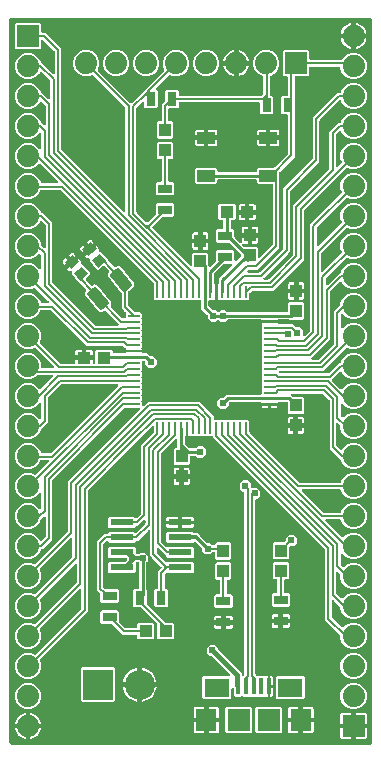
<source format=gbr>
G04 EAGLE Gerber X2 export*
G75*
%MOMM*%
%FSLAX34Y34*%
%LPD*%
%AMOC8*
5,1,8,0,0,1.08239X$1,22.5*%
G01*
%ADD10R,1.200000X0.800000*%
%ADD11R,1.550000X1.000000*%
%ADD12C,2.540000*%
%ADD13R,2.540000X2.540000*%
%ADD14R,1.879600X1.879600*%
%ADD15C,1.879600*%
%ADD16R,1.000000X0.220000*%
%ADD17R,0.220000X1.000000*%
%ADD18R,0.350000X1.400000*%
%ADD19R,1.800000X1.900000*%
%ADD20R,1.900000X1.900000*%
%ADD21R,2.100000X1.600000*%
%ADD22R,1.000000X1.100000*%
%ADD23C,0.300000*%
%ADD24R,0.800000X1.200000*%
%ADD25R,0.800000X0.900000*%
%ADD26R,1.100000X1.000000*%
%ADD27R,1.981200X0.558800*%
%ADD28C,0.604000*%
%ADD29C,0.203200*%
%ADD30C,0.406400*%
%ADD31C,0.304800*%
%ADD32C,0.254000*%

G36*
X303658Y-1976D02*
X303658Y-1976D01*
X303745Y-1973D01*
X303798Y-1956D01*
X303853Y-1949D01*
X303933Y-1913D01*
X304016Y-1886D01*
X304055Y-1858D01*
X304112Y-1832D01*
X304226Y-1736D01*
X304289Y-1691D01*
X305303Y-678D01*
X305324Y-649D01*
X305343Y-633D01*
X305371Y-591D01*
X305415Y-544D01*
X305441Y-494D01*
X305474Y-450D01*
X305486Y-419D01*
X305500Y-397D01*
X305517Y-346D01*
X305545Y-291D01*
X305553Y-243D01*
X305575Y-185D01*
X305578Y-153D01*
X305586Y-126D01*
X305589Y-28D01*
X305600Y40D01*
X305600Y611740D01*
X305588Y611827D01*
X305585Y611914D01*
X305568Y611967D01*
X305560Y612022D01*
X305525Y612101D01*
X305498Y612185D01*
X305470Y612224D01*
X305444Y612281D01*
X305348Y612394D01*
X305303Y612458D01*
X304295Y613465D01*
X304226Y613518D01*
X304162Y613578D01*
X304112Y613603D01*
X304068Y613636D01*
X303986Y613667D01*
X303908Y613707D01*
X303861Y613715D01*
X303802Y613738D01*
X303655Y613750D01*
X303577Y613763D01*
X10Y613763D01*
X-77Y613751D01*
X-164Y613748D01*
X-217Y613731D01*
X-272Y613723D01*
X-352Y613687D01*
X-435Y613660D01*
X-474Y613632D01*
X-531Y613607D01*
X-645Y613511D01*
X-708Y613465D01*
X-1718Y612456D01*
X-1770Y612386D01*
X-1830Y612322D01*
X-1856Y612273D01*
X-1889Y612229D01*
X-1920Y612147D01*
X-1960Y612069D01*
X-1968Y612021D01*
X-1990Y611963D01*
X-2002Y611815D01*
X-2015Y611738D01*
X-2015Y0D01*
X-2008Y-51D01*
X-2009Y-74D01*
X-2001Y-104D01*
X-1995Y-201D01*
X-1981Y-240D01*
X-1975Y-282D01*
X-1934Y-374D01*
X-1900Y-469D01*
X-1878Y-499D01*
X-1859Y-541D01*
X-1740Y-682D01*
X-1698Y-737D01*
X-671Y-1710D01*
X-611Y-1753D01*
X-557Y-1803D01*
X-496Y-1835D01*
X-440Y-1875D01*
X-370Y-1899D01*
X-304Y-1933D01*
X-246Y-1943D01*
X-171Y-1969D01*
X-49Y-1976D01*
X27Y-1988D01*
X303571Y-1988D01*
X303658Y-1976D01*
G37*
%LPC*%
G36*
X11777Y53523D02*
X11777Y53523D01*
X7669Y55225D01*
X4525Y58369D01*
X2823Y62477D01*
X2823Y66923D01*
X4525Y71031D01*
X7669Y74175D01*
X11777Y75877D01*
X16223Y75877D01*
X19706Y74434D01*
X19707Y74434D01*
X19708Y74433D01*
X19843Y74399D01*
X19981Y74363D01*
X19982Y74363D01*
X19984Y74363D01*
X20125Y74367D01*
X20265Y74371D01*
X20267Y74372D01*
X20268Y74372D01*
X20401Y74415D01*
X20536Y74458D01*
X20537Y74459D01*
X20539Y74459D01*
X20551Y74468D01*
X20772Y74616D01*
X20792Y74640D01*
X20812Y74654D01*
X58908Y112750D01*
X58960Y112820D01*
X59020Y112884D01*
X59046Y112933D01*
X59079Y112977D01*
X59110Y113059D01*
X59150Y113137D01*
X59158Y113185D01*
X59180Y113243D01*
X59192Y113391D01*
X59205Y113468D01*
X59205Y128902D01*
X59201Y128931D01*
X59204Y128960D01*
X59181Y129071D01*
X59165Y129183D01*
X59153Y129210D01*
X59148Y129239D01*
X59096Y129339D01*
X59049Y129443D01*
X59030Y129465D01*
X59017Y129491D01*
X58939Y129573D01*
X58866Y129660D01*
X58841Y129676D01*
X58821Y129697D01*
X58723Y129755D01*
X58629Y129817D01*
X58601Y129826D01*
X58576Y129841D01*
X58466Y129869D01*
X58358Y129903D01*
X58328Y129904D01*
X58300Y129911D01*
X58187Y129908D01*
X58074Y129910D01*
X58045Y129903D01*
X58016Y129902D01*
X57908Y129867D01*
X57799Y129839D01*
X57773Y129824D01*
X57745Y129815D01*
X57682Y129769D01*
X57554Y129693D01*
X57511Y129648D01*
X57472Y129620D01*
X24192Y96339D01*
X24191Y96338D01*
X24189Y96337D01*
X24101Y96219D01*
X24021Y96112D01*
X24020Y96111D01*
X24019Y96109D01*
X23968Y95975D01*
X23919Y95846D01*
X23919Y95845D01*
X23919Y95843D01*
X23907Y95699D01*
X23896Y95563D01*
X23896Y95562D01*
X23896Y95560D01*
X23900Y95544D01*
X23952Y95284D01*
X23966Y95257D01*
X23972Y95233D01*
X25177Y92323D01*
X25177Y87877D01*
X23475Y83769D01*
X20331Y80625D01*
X16223Y78923D01*
X11777Y78923D01*
X7669Y80625D01*
X4525Y83769D01*
X2823Y87877D01*
X2823Y92323D01*
X4525Y96431D01*
X7669Y99575D01*
X11777Y101277D01*
X16223Y101277D01*
X19133Y100072D01*
X19134Y100071D01*
X19136Y100070D01*
X19270Y100036D01*
X19408Y100001D01*
X19410Y100001D01*
X19411Y100000D01*
X19552Y100005D01*
X19692Y100009D01*
X19694Y100009D01*
X19695Y100009D01*
X19828Y100052D01*
X19963Y100095D01*
X19964Y100096D01*
X19966Y100097D01*
X19978Y100105D01*
X20199Y100254D01*
X20219Y100277D01*
X20239Y100292D01*
X55098Y135150D01*
X55150Y135220D01*
X55210Y135284D01*
X55236Y135333D01*
X55269Y135377D01*
X55300Y135459D01*
X55340Y135537D01*
X55348Y135585D01*
X55370Y135643D01*
X55382Y135791D01*
X55395Y135868D01*
X55395Y150492D01*
X55391Y150521D01*
X55394Y150550D01*
X55371Y150661D01*
X55355Y150773D01*
X55343Y150800D01*
X55338Y150829D01*
X55286Y150929D01*
X55239Y151033D01*
X55220Y151055D01*
X55207Y151081D01*
X55129Y151163D01*
X55056Y151250D01*
X55031Y151266D01*
X55011Y151287D01*
X54913Y151345D01*
X54819Y151407D01*
X54791Y151416D01*
X54766Y151431D01*
X54656Y151459D01*
X54548Y151493D01*
X54518Y151494D01*
X54490Y151501D01*
X54377Y151498D01*
X54264Y151500D01*
X54235Y151493D01*
X54206Y151492D01*
X54098Y151457D01*
X53989Y151429D01*
X53963Y151414D01*
X53935Y151405D01*
X53872Y151359D01*
X53744Y151283D01*
X53701Y151238D01*
X53662Y151210D01*
X24192Y121739D01*
X24191Y121738D01*
X24189Y121737D01*
X24101Y121619D01*
X24021Y121512D01*
X24020Y121511D01*
X24019Y121509D01*
X23969Y121376D01*
X23919Y121246D01*
X23919Y121245D01*
X23919Y121243D01*
X23907Y121099D01*
X23896Y120963D01*
X23896Y120962D01*
X23896Y120960D01*
X23900Y120944D01*
X23952Y120684D01*
X23966Y120657D01*
X23972Y120633D01*
X25177Y117723D01*
X25177Y113277D01*
X23475Y109169D01*
X20331Y106025D01*
X16223Y104323D01*
X11777Y104323D01*
X7669Y106025D01*
X4525Y109169D01*
X2823Y113277D01*
X2823Y117723D01*
X4525Y121831D01*
X7669Y124975D01*
X11777Y126677D01*
X16223Y126677D01*
X19133Y125472D01*
X19134Y125471D01*
X19136Y125470D01*
X19270Y125436D01*
X19408Y125401D01*
X19410Y125401D01*
X19411Y125400D01*
X19552Y125405D01*
X19692Y125409D01*
X19694Y125409D01*
X19695Y125409D01*
X19828Y125452D01*
X19963Y125495D01*
X19964Y125496D01*
X19966Y125497D01*
X19978Y125505D01*
X20199Y125654D01*
X20219Y125677D01*
X20239Y125692D01*
X51288Y156740D01*
X51340Y156810D01*
X51400Y156874D01*
X51426Y156923D01*
X51459Y156967D01*
X51490Y157049D01*
X51530Y157127D01*
X51538Y157175D01*
X51560Y157233D01*
X51572Y157381D01*
X51585Y157458D01*
X51585Y172082D01*
X51581Y172111D01*
X51584Y172140D01*
X51561Y172251D01*
X51545Y172363D01*
X51533Y172390D01*
X51528Y172419D01*
X51476Y172519D01*
X51429Y172623D01*
X51410Y172645D01*
X51397Y172671D01*
X51319Y172753D01*
X51246Y172840D01*
X51221Y172856D01*
X51201Y172877D01*
X51103Y172935D01*
X51009Y172997D01*
X50981Y173006D01*
X50956Y173021D01*
X50846Y173049D01*
X50738Y173083D01*
X50708Y173084D01*
X50680Y173091D01*
X50567Y173088D01*
X50454Y173090D01*
X50425Y173083D01*
X50396Y173082D01*
X50288Y173047D01*
X50179Y173019D01*
X50153Y173004D01*
X50125Y172995D01*
X50062Y172949D01*
X49934Y172873D01*
X49891Y172828D01*
X49852Y172800D01*
X24192Y147139D01*
X24191Y147138D01*
X24189Y147137D01*
X24103Y147022D01*
X24021Y146912D01*
X24020Y146911D01*
X24019Y146909D01*
X23969Y146776D01*
X23919Y146646D01*
X23919Y146645D01*
X23919Y146643D01*
X23907Y146499D01*
X23896Y146363D01*
X23896Y146362D01*
X23896Y146360D01*
X23900Y146344D01*
X23952Y146084D01*
X23966Y146057D01*
X23972Y146033D01*
X25177Y143123D01*
X25177Y138677D01*
X23475Y134569D01*
X20331Y131425D01*
X16223Y129723D01*
X11777Y129723D01*
X7669Y131425D01*
X4525Y134569D01*
X2823Y138677D01*
X2823Y143123D01*
X4525Y147231D01*
X7669Y150375D01*
X11777Y152077D01*
X16223Y152077D01*
X19133Y150872D01*
X19134Y150871D01*
X19136Y150870D01*
X19270Y150836D01*
X19408Y150801D01*
X19410Y150801D01*
X19411Y150800D01*
X19552Y150805D01*
X19692Y150809D01*
X19694Y150809D01*
X19695Y150809D01*
X19828Y150852D01*
X19963Y150895D01*
X19964Y150896D01*
X19966Y150897D01*
X19978Y150905D01*
X20199Y151054D01*
X20219Y151077D01*
X20239Y151092D01*
X47478Y178330D01*
X47530Y178400D01*
X47590Y178464D01*
X47616Y178513D01*
X47649Y178557D01*
X47680Y178639D01*
X47720Y178717D01*
X47728Y178765D01*
X47750Y178823D01*
X47762Y178971D01*
X47775Y179048D01*
X47775Y220744D01*
X49710Y222678D01*
X108720Y281688D01*
X108737Y281712D01*
X108760Y281731D01*
X108823Y281825D01*
X108891Y281915D01*
X108901Y281943D01*
X108917Y281967D01*
X108952Y282075D01*
X108992Y282181D01*
X108994Y282210D01*
X109003Y282238D01*
X109006Y282352D01*
X109016Y282464D01*
X109010Y282493D01*
X109011Y282522D01*
X108982Y282632D01*
X108960Y282743D01*
X108946Y282769D01*
X108939Y282797D01*
X108881Y282895D01*
X108829Y282995D01*
X108808Y283017D01*
X108793Y283042D01*
X108711Y283119D01*
X108633Y283201D01*
X108608Y283216D01*
X108586Y283236D01*
X108485Y283288D01*
X108388Y283345D01*
X108359Y283352D01*
X108333Y283366D01*
X108256Y283379D01*
X108112Y283415D01*
X108050Y283413D01*
X108002Y283421D01*
X97646Y283421D01*
X97590Y283450D01*
X97542Y283458D01*
X97484Y283480D01*
X97336Y283492D01*
X97259Y283505D01*
X96365Y283505D01*
X96278Y283493D01*
X96191Y283490D01*
X96138Y283473D01*
X96083Y283465D01*
X96003Y283430D01*
X95920Y283403D01*
X95881Y283375D01*
X95824Y283349D01*
X95710Y283253D01*
X95647Y283208D01*
X34902Y222463D01*
X34850Y222394D01*
X34790Y222330D01*
X34764Y222280D01*
X34731Y222236D01*
X34700Y222154D01*
X34660Y222077D01*
X34652Y222029D01*
X34630Y221970D01*
X34618Y221823D01*
X34605Y221745D01*
X34605Y171652D01*
X32670Y169718D01*
X28392Y165440D01*
X26458Y163505D01*
X25618Y163505D01*
X25617Y163505D01*
X25615Y163505D01*
X25476Y163485D01*
X25337Y163465D01*
X25335Y163465D01*
X25334Y163465D01*
X25208Y163408D01*
X25077Y163349D01*
X25076Y163348D01*
X25075Y163347D01*
X24968Y163256D01*
X24860Y163166D01*
X24860Y163164D01*
X24858Y163163D01*
X24850Y163150D01*
X24703Y162929D01*
X24701Y162923D01*
X24700Y162921D01*
X24692Y162897D01*
X24680Y162879D01*
X23475Y159969D01*
X20331Y156825D01*
X16223Y155123D01*
X11777Y155123D01*
X7669Y156825D01*
X4525Y159969D01*
X2823Y164077D01*
X2823Y168523D01*
X4525Y172631D01*
X7669Y175775D01*
X11777Y177477D01*
X16223Y177477D01*
X20331Y175775D01*
X23475Y172631D01*
X24125Y171062D01*
X24183Y170963D01*
X24236Y170862D01*
X24255Y170842D01*
X24269Y170818D01*
X24353Y170739D01*
X24432Y170656D01*
X24456Y170642D01*
X24476Y170622D01*
X24578Y170570D01*
X24677Y170512D01*
X24704Y170505D01*
X24729Y170492D01*
X24842Y170470D01*
X24953Y170442D01*
X24980Y170443D01*
X25008Y170437D01*
X25122Y170447D01*
X25237Y170451D01*
X25263Y170459D01*
X25291Y170462D01*
X25398Y170503D01*
X25507Y170538D01*
X25528Y170553D01*
X25556Y170564D01*
X25769Y170725D01*
X25781Y170733D01*
X25783Y170735D01*
X28718Y173670D01*
X28770Y173740D01*
X28830Y173804D01*
X28856Y173853D01*
X28889Y173897D01*
X28920Y173979D01*
X28960Y174057D01*
X28968Y174105D01*
X28990Y174163D01*
X29002Y174311D01*
X29015Y174388D01*
X29015Y190612D01*
X29011Y190641D01*
X29014Y190670D01*
X28991Y190781D01*
X28975Y190893D01*
X28963Y190920D01*
X28958Y190949D01*
X28905Y191050D01*
X28859Y191153D01*
X28840Y191175D01*
X28827Y191201D01*
X28749Y191283D01*
X28676Y191370D01*
X28651Y191386D01*
X28631Y191407D01*
X28533Y191465D01*
X28439Y191527D01*
X28411Y191536D01*
X28386Y191551D01*
X28276Y191579D01*
X28168Y191613D01*
X28138Y191614D01*
X28110Y191621D01*
X27997Y191618D01*
X27884Y191620D01*
X27855Y191613D01*
X27826Y191612D01*
X27718Y191577D01*
X27609Y191549D01*
X27583Y191534D01*
X27555Y191525D01*
X27491Y191479D01*
X27364Y191403D01*
X27321Y191358D01*
X27282Y191330D01*
X26792Y190840D01*
X25141Y189189D01*
X25122Y189164D01*
X25099Y189144D01*
X25057Y189077D01*
X24970Y188961D01*
X24947Y188901D01*
X24921Y188859D01*
X23475Y185369D01*
X20331Y182225D01*
X16223Y180523D01*
X11777Y180523D01*
X7669Y182225D01*
X4525Y185369D01*
X2823Y189477D01*
X2823Y193923D01*
X4525Y198031D01*
X7669Y201175D01*
X11777Y202877D01*
X16223Y202877D01*
X20331Y201175D01*
X23472Y198034D01*
X23496Y198016D01*
X23515Y197994D01*
X23609Y197931D01*
X23699Y197863D01*
X23727Y197853D01*
X23751Y197837D01*
X23859Y197802D01*
X23965Y197762D01*
X23994Y197760D01*
X24022Y197751D01*
X24136Y197748D01*
X24248Y197738D01*
X24277Y197744D01*
X24306Y197743D01*
X24416Y197772D01*
X24527Y197794D01*
X24553Y197808D01*
X24581Y197815D01*
X24679Y197873D01*
X24779Y197925D01*
X24801Y197946D01*
X24826Y197961D01*
X24903Y198043D01*
X24985Y198121D01*
X25000Y198146D01*
X25020Y198168D01*
X25072Y198269D01*
X25129Y198366D01*
X25136Y198395D01*
X25150Y198421D01*
X25163Y198498D01*
X25199Y198642D01*
X25197Y198704D01*
X25205Y198752D01*
X25205Y210048D01*
X25201Y210077D01*
X25204Y210106D01*
X25181Y210217D01*
X25165Y210329D01*
X25153Y210356D01*
X25148Y210385D01*
X25095Y210486D01*
X25049Y210589D01*
X25030Y210611D01*
X25017Y210637D01*
X24939Y210719D01*
X24866Y210806D01*
X24841Y210822D01*
X24821Y210843D01*
X24723Y210901D01*
X24629Y210963D01*
X24601Y210972D01*
X24576Y210987D01*
X24466Y211015D01*
X24358Y211049D01*
X24328Y211050D01*
X24300Y211057D01*
X24187Y211054D01*
X24074Y211057D01*
X24045Y211049D01*
X24016Y211048D01*
X23908Y211013D01*
X23799Y210985D01*
X23773Y210970D01*
X23745Y210961D01*
X23682Y210915D01*
X23554Y210839D01*
X23511Y210794D01*
X23472Y210766D01*
X20331Y207625D01*
X16223Y205923D01*
X11777Y205923D01*
X7669Y207625D01*
X4525Y210769D01*
X2823Y214877D01*
X2823Y219323D01*
X4525Y223431D01*
X7669Y226575D01*
X11777Y228277D01*
X16223Y228277D01*
X19706Y226834D01*
X19707Y226834D01*
X19708Y226833D01*
X19843Y226799D01*
X19981Y226763D01*
X19982Y226763D01*
X19984Y226763D01*
X20125Y226767D01*
X20265Y226771D01*
X20267Y226772D01*
X20268Y226772D01*
X20401Y226815D01*
X20536Y226858D01*
X20537Y226859D01*
X20539Y226859D01*
X20551Y226868D01*
X20772Y227016D01*
X20792Y227040D01*
X20812Y227054D01*
X31330Y237572D01*
X31347Y237596D01*
X31370Y237615D01*
X31433Y237709D01*
X31501Y237799D01*
X31511Y237827D01*
X31527Y237851D01*
X31562Y237959D01*
X31602Y238065D01*
X31604Y238094D01*
X31613Y238122D01*
X31616Y238236D01*
X31625Y238348D01*
X31620Y238377D01*
X31620Y238406D01*
X31592Y238516D01*
X31570Y238627D01*
X31556Y238653D01*
X31549Y238681D01*
X31491Y238779D01*
X31439Y238879D01*
X31418Y238901D01*
X31403Y238926D01*
X31321Y239003D01*
X31243Y239085D01*
X31217Y239100D01*
X31196Y239120D01*
X31095Y239172D01*
X30998Y239229D01*
X30969Y239236D01*
X30943Y239250D01*
X30866Y239263D01*
X30722Y239299D01*
X30660Y239297D01*
X30612Y239305D01*
X25453Y239305D01*
X25451Y239305D01*
X25450Y239305D01*
X25310Y239285D01*
X25171Y239265D01*
X25170Y239265D01*
X25168Y239265D01*
X25042Y239208D01*
X24912Y239149D01*
X24911Y239148D01*
X24909Y239147D01*
X24802Y239056D01*
X24695Y238966D01*
X24694Y238964D01*
X24693Y238963D01*
X24684Y238950D01*
X24537Y238729D01*
X24528Y238700D01*
X24515Y238679D01*
X23475Y236169D01*
X20331Y233025D01*
X16223Y231323D01*
X11777Y231323D01*
X7669Y233025D01*
X4525Y236169D01*
X2823Y240277D01*
X2823Y244723D01*
X4525Y248831D01*
X7669Y251975D01*
X11777Y253677D01*
X16223Y253677D01*
X20331Y251975D01*
X23475Y248831D01*
X24846Y245521D01*
X24847Y245520D01*
X24847Y245519D01*
X24917Y245400D01*
X24991Y245277D01*
X24992Y245276D01*
X24993Y245274D01*
X25096Y245177D01*
X25197Y245081D01*
X25199Y245081D01*
X25200Y245080D01*
X25326Y245015D01*
X25450Y244951D01*
X25452Y244951D01*
X25453Y244950D01*
X25468Y244948D01*
X25729Y244896D01*
X25759Y244899D01*
X25784Y244895D01*
X32844Y244895D01*
X32930Y244907D01*
X33018Y244910D01*
X33070Y244927D01*
X33125Y244935D01*
X33205Y244970D01*
X33288Y244997D01*
X33327Y245025D01*
X33385Y245051D01*
X33498Y245147D01*
X33562Y245192D01*
X90142Y301772D01*
X90159Y301796D01*
X90182Y301815D01*
X90245Y301909D01*
X90312Y301999D01*
X90323Y302027D01*
X90339Y302051D01*
X90373Y302159D01*
X90414Y302265D01*
X90416Y302294D01*
X90425Y302322D01*
X90428Y302436D01*
X90437Y302548D01*
X90432Y302577D01*
X90432Y302606D01*
X90404Y302716D01*
X90381Y302827D01*
X90368Y302853D01*
X90360Y302881D01*
X90303Y302979D01*
X90250Y303079D01*
X90230Y303101D01*
X90215Y303126D01*
X90133Y303203D01*
X90055Y303285D01*
X90029Y303300D01*
X90008Y303320D01*
X89907Y303372D01*
X89809Y303429D01*
X89781Y303436D01*
X89755Y303450D01*
X89677Y303463D01*
X89534Y303499D01*
X89471Y303497D01*
X89424Y303505D01*
X42466Y303505D01*
X42380Y303493D01*
X42292Y303490D01*
X42240Y303473D01*
X42185Y303465D01*
X42105Y303430D01*
X42022Y303403D01*
X41983Y303375D01*
X41925Y303349D01*
X41812Y303253D01*
X41748Y303208D01*
X31092Y292552D01*
X31040Y292482D01*
X30980Y292418D01*
X30954Y292369D01*
X30921Y292324D01*
X30890Y292243D01*
X30850Y292165D01*
X30842Y292117D01*
X30820Y292059D01*
X30808Y291911D01*
X30795Y291834D01*
X30795Y270842D01*
X25000Y265047D01*
X24981Y265023D01*
X24957Y265003D01*
X24916Y264936D01*
X24829Y264820D01*
X24806Y264760D01*
X24780Y264718D01*
X23475Y261569D01*
X20331Y258425D01*
X16223Y256723D01*
X11777Y256723D01*
X7669Y258425D01*
X4525Y261569D01*
X2823Y265677D01*
X2823Y270123D01*
X4525Y274231D01*
X7669Y277375D01*
X11777Y279077D01*
X16223Y279077D01*
X20331Y277375D01*
X23472Y274234D01*
X23496Y274216D01*
X23515Y274194D01*
X23609Y274131D01*
X23699Y274063D01*
X23727Y274053D01*
X23751Y274037D01*
X23859Y274002D01*
X23965Y273962D01*
X23994Y273960D01*
X24022Y273951D01*
X24136Y273948D01*
X24248Y273938D01*
X24277Y273944D01*
X24306Y273943D01*
X24416Y273972D01*
X24527Y273994D01*
X24553Y274008D01*
X24581Y274015D01*
X24679Y274073D01*
X24779Y274125D01*
X24801Y274146D01*
X24826Y274161D01*
X24903Y274243D01*
X24985Y274321D01*
X25000Y274346D01*
X25020Y274368D01*
X25072Y274469D01*
X25129Y274566D01*
X25136Y274595D01*
X25150Y274621D01*
X25163Y274698D01*
X25199Y274842D01*
X25197Y274904D01*
X25205Y274952D01*
X25205Y286248D01*
X25201Y286277D01*
X25204Y286306D01*
X25181Y286417D01*
X25165Y286529D01*
X25153Y286556D01*
X25148Y286585D01*
X25095Y286686D01*
X25049Y286789D01*
X25030Y286811D01*
X25017Y286837D01*
X24939Y286919D01*
X24866Y287006D01*
X24841Y287022D01*
X24821Y287043D01*
X24723Y287101D01*
X24629Y287163D01*
X24601Y287172D01*
X24576Y287187D01*
X24466Y287215D01*
X24358Y287249D01*
X24328Y287250D01*
X24300Y287257D01*
X24187Y287254D01*
X24074Y287257D01*
X24045Y287249D01*
X24016Y287248D01*
X23908Y287213D01*
X23799Y287185D01*
X23773Y287170D01*
X23745Y287161D01*
X23682Y287115D01*
X23554Y287039D01*
X23511Y286994D01*
X23472Y286966D01*
X20331Y283825D01*
X16223Y282123D01*
X11777Y282123D01*
X7669Y283825D01*
X4525Y286969D01*
X2823Y291077D01*
X2823Y295523D01*
X4525Y299631D01*
X7669Y302775D01*
X11777Y304477D01*
X16223Y304477D01*
X20331Y302775D01*
X23459Y299647D01*
X23506Y299612D01*
X23546Y299570D01*
X23619Y299527D01*
X23686Y299476D01*
X23741Y299455D01*
X23791Y299426D01*
X23873Y299405D01*
X23952Y299375D01*
X24010Y299370D01*
X24067Y299356D01*
X24151Y299359D01*
X24235Y299352D01*
X24292Y299363D01*
X24351Y299365D01*
X24431Y299391D01*
X24514Y299407D01*
X24566Y299434D01*
X24621Y299452D01*
X24678Y299492D01*
X24766Y299538D01*
X24839Y299607D01*
X24895Y299647D01*
X34640Y309392D01*
X34657Y309416D01*
X34680Y309435D01*
X34743Y309529D01*
X34811Y309619D01*
X34821Y309647D01*
X34837Y309671D01*
X34872Y309779D01*
X34912Y309885D01*
X34914Y309914D01*
X34923Y309942D01*
X34926Y310056D01*
X34935Y310168D01*
X34930Y310197D01*
X34930Y310226D01*
X34902Y310336D01*
X34880Y310447D01*
X34866Y310473D01*
X34859Y310501D01*
X34801Y310599D01*
X34749Y310699D01*
X34728Y310721D01*
X34713Y310746D01*
X34631Y310823D01*
X34553Y310905D01*
X34527Y310920D01*
X34506Y310940D01*
X34405Y310992D01*
X34308Y311049D01*
X34279Y311056D01*
X34253Y311070D01*
X34176Y311083D01*
X34032Y311119D01*
X33970Y311117D01*
X33922Y311125D01*
X22652Y311125D01*
X22565Y311113D01*
X22478Y311110D01*
X22425Y311093D01*
X22371Y311085D01*
X22291Y311050D01*
X22207Y311023D01*
X22168Y310995D01*
X22111Y310969D01*
X21998Y310873D01*
X21934Y310828D01*
X20331Y309225D01*
X16223Y307523D01*
X11777Y307523D01*
X7669Y309225D01*
X4525Y312369D01*
X2823Y316477D01*
X2823Y320923D01*
X4525Y325031D01*
X7669Y328175D01*
X11777Y329877D01*
X16223Y329877D01*
X20331Y328175D01*
X23475Y325031D01*
X25177Y320923D01*
X25177Y317730D01*
X25185Y317672D01*
X25183Y317614D01*
X25205Y317532D01*
X25217Y317448D01*
X25240Y317395D01*
X25255Y317339D01*
X25298Y317266D01*
X25333Y317189D01*
X25371Y317144D01*
X25400Y317094D01*
X25462Y317036D01*
X25516Y316972D01*
X25565Y316940D01*
X25608Y316900D01*
X25683Y316861D01*
X25753Y316814D01*
X25809Y316797D01*
X25861Y316770D01*
X25929Y316759D01*
X26024Y316729D01*
X26124Y316726D01*
X26192Y316715D01*
X34992Y316715D01*
X35021Y316719D01*
X35050Y316716D01*
X35161Y316739D01*
X35273Y316755D01*
X35300Y316767D01*
X35329Y316772D01*
X35429Y316824D01*
X35533Y316871D01*
X35555Y316890D01*
X35581Y316903D01*
X35663Y316981D01*
X35750Y317054D01*
X35766Y317079D01*
X35787Y317099D01*
X35845Y317197D01*
X35907Y317291D01*
X35916Y317319D01*
X35931Y317344D01*
X35959Y317454D01*
X35993Y317562D01*
X35994Y317592D01*
X36001Y317620D01*
X35998Y317733D01*
X36000Y317846D01*
X35993Y317875D01*
X35992Y317904D01*
X35957Y318012D01*
X35929Y318121D01*
X35914Y318147D01*
X35905Y318175D01*
X35859Y318238D01*
X35783Y318366D01*
X35738Y318409D01*
X35710Y318448D01*
X20246Y333911D01*
X20245Y333912D01*
X20244Y333914D01*
X20126Y334002D01*
X20019Y334082D01*
X20018Y334083D01*
X20016Y334084D01*
X19883Y334134D01*
X19753Y334183D01*
X19752Y334184D01*
X19750Y334184D01*
X19606Y334196D01*
X19470Y334207D01*
X19469Y334207D01*
X19467Y334207D01*
X19451Y334203D01*
X19191Y334151D01*
X19164Y334137D01*
X19140Y334131D01*
X16223Y332923D01*
X11777Y332923D01*
X7669Y334625D01*
X4525Y337769D01*
X2823Y341877D01*
X2823Y346323D01*
X4525Y350431D01*
X7669Y353575D01*
X11777Y355277D01*
X16223Y355277D01*
X20331Y353575D01*
X23475Y350431D01*
X25177Y346323D01*
X25177Y341877D01*
X23974Y338974D01*
X23974Y338973D01*
X23973Y338971D01*
X23939Y338838D01*
X23903Y338699D01*
X23904Y338697D01*
X23903Y338696D01*
X23908Y338552D01*
X23912Y338415D01*
X23912Y338413D01*
X23912Y338412D01*
X23956Y338277D01*
X23998Y338144D01*
X23999Y338143D01*
X24000Y338141D01*
X24008Y338129D01*
X24157Y337908D01*
X24180Y337888D01*
X24195Y337868D01*
X41240Y320822D01*
X41310Y320770D01*
X41374Y320710D01*
X41423Y320684D01*
X41467Y320651D01*
X41549Y320620D01*
X41627Y320580D01*
X41675Y320572D01*
X41733Y320550D01*
X41881Y320538D01*
X41958Y320525D01*
X53113Y320525D01*
X53171Y320533D01*
X53229Y320531D01*
X53311Y320553D01*
X53395Y320565D01*
X53448Y320588D01*
X53504Y320603D01*
X53577Y320646D01*
X53654Y320681D01*
X53699Y320719D01*
X53749Y320748D01*
X53807Y320810D01*
X53871Y320864D01*
X53903Y320913D01*
X53943Y320956D01*
X53982Y321031D01*
X54029Y321101D01*
X54046Y321157D01*
X54073Y321209D01*
X54084Y321277D01*
X54114Y321372D01*
X54117Y321472D01*
X54128Y321540D01*
X54128Y323851D01*
X60391Y323851D01*
X60449Y323859D01*
X60507Y323858D01*
X60589Y323879D01*
X60672Y323891D01*
X60726Y323915D01*
X60782Y323930D01*
X60855Y323973D01*
X60932Y324007D01*
X60976Y324045D01*
X61027Y324075D01*
X61084Y324136D01*
X61149Y324191D01*
X61181Y324240D01*
X61221Y324282D01*
X61260Y324357D01*
X61306Y324428D01*
X61324Y324483D01*
X61351Y324535D01*
X61362Y324603D01*
X61392Y324699D01*
X61395Y324798D01*
X61406Y324866D01*
X61406Y325883D01*
X61408Y325883D01*
X61408Y324866D01*
X61415Y324817D01*
X61415Y324806D01*
X61416Y324801D01*
X61415Y324750D01*
X61436Y324668D01*
X61448Y324585D01*
X61472Y324532D01*
X61486Y324475D01*
X61529Y324403D01*
X61564Y324326D01*
X61602Y324281D01*
X61632Y324231D01*
X61693Y324173D01*
X61748Y324109D01*
X61796Y324076D01*
X61839Y324036D01*
X61914Y323998D01*
X61984Y323951D01*
X62040Y323933D01*
X62092Y323907D01*
X62160Y323895D01*
X62255Y323865D01*
X62355Y323863D01*
X62423Y323851D01*
X68686Y323851D01*
X68686Y321540D01*
X68694Y321482D01*
X68692Y321424D01*
X68714Y321342D01*
X68726Y321258D01*
X68749Y321205D01*
X68764Y321149D01*
X68807Y321076D01*
X68842Y320999D01*
X68880Y320954D01*
X68909Y320904D01*
X68971Y320846D01*
X69025Y320782D01*
X69074Y320750D01*
X69117Y320710D01*
X69192Y320671D01*
X69262Y320624D01*
X69318Y320607D01*
X69370Y320580D01*
X69438Y320569D01*
X69533Y320539D01*
X69633Y320536D01*
X69701Y320525D01*
X70113Y320525D01*
X70171Y320533D01*
X70229Y320531D01*
X70311Y320553D01*
X70395Y320565D01*
X70448Y320588D01*
X70504Y320603D01*
X70577Y320646D01*
X70654Y320681D01*
X70699Y320719D01*
X70749Y320748D01*
X70807Y320810D01*
X70871Y320864D01*
X70903Y320913D01*
X70943Y320956D01*
X70982Y321031D01*
X71029Y321101D01*
X71046Y321157D01*
X71073Y321209D01*
X71084Y321277D01*
X71114Y321372D01*
X71117Y321472D01*
X71128Y321540D01*
X71128Y331619D01*
X72170Y332661D01*
X84644Y332661D01*
X85686Y331619D01*
X85686Y330364D01*
X85694Y330306D01*
X85692Y330248D01*
X85714Y330166D01*
X85726Y330082D01*
X85749Y330029D01*
X85764Y329973D01*
X85807Y329900D01*
X85842Y329823D01*
X85880Y329778D01*
X85909Y329728D01*
X85971Y329670D01*
X86025Y329606D01*
X86074Y329574D01*
X86117Y329534D01*
X86192Y329495D01*
X86262Y329448D01*
X86318Y329431D01*
X86370Y329404D01*
X86438Y329393D01*
X86533Y329363D01*
X86633Y329360D01*
X86701Y329349D01*
X95706Y329349D01*
X95764Y329357D01*
X95822Y329355D01*
X95904Y329377D01*
X95988Y329389D01*
X96041Y329412D01*
X96097Y329427D01*
X96170Y329470D01*
X96247Y329505D01*
X96292Y329543D01*
X96342Y329572D01*
X96400Y329634D01*
X96464Y329688D01*
X96496Y329737D01*
X96536Y329780D01*
X96575Y329855D01*
X96622Y329925D01*
X96639Y329981D01*
X96666Y330033D01*
X96677Y330101D01*
X96707Y330196D01*
X96710Y330285D01*
X103500Y330285D01*
X110286Y330285D01*
X110285Y330248D01*
X110307Y330166D01*
X110319Y330082D01*
X110342Y330029D01*
X110357Y329973D01*
X110400Y329900D01*
X110435Y329823D01*
X110473Y329778D01*
X110502Y329728D01*
X110564Y329670D01*
X110618Y329606D01*
X110667Y329574D01*
X110710Y329534D01*
X110785Y329495D01*
X110855Y329448D01*
X110911Y329431D01*
X110963Y329404D01*
X111031Y329393D01*
X111126Y329363D01*
X111226Y329360D01*
X111294Y329349D01*
X114963Y329349D01*
X117215Y327096D01*
X117285Y327044D01*
X117349Y326984D01*
X117399Y326958D01*
X117443Y326925D01*
X117524Y326894D01*
X117602Y326854D01*
X117650Y326846D01*
X117708Y326824D01*
X117856Y326812D01*
X117933Y326799D01*
X119988Y326799D01*
X122799Y323988D01*
X122799Y320012D01*
X119988Y317201D01*
X116012Y317201D01*
X113201Y320012D01*
X113201Y322067D01*
X113189Y322153D01*
X113186Y322241D01*
X113169Y322293D01*
X113161Y322348D01*
X113126Y322428D01*
X113099Y322511D01*
X113071Y322550D01*
X113045Y322608D01*
X112949Y322721D01*
X112904Y322785D01*
X112735Y322954D01*
X112665Y323006D01*
X112601Y323066D01*
X112551Y323092D01*
X112507Y323125D01*
X112426Y323156D01*
X112348Y323196D01*
X112300Y323204D01*
X112242Y323226D01*
X112094Y323238D01*
X112017Y323251D01*
X111294Y323251D01*
X111236Y323243D01*
X111178Y323245D01*
X111096Y323223D01*
X111012Y323211D01*
X110959Y323188D01*
X110903Y323173D01*
X110830Y323130D01*
X110753Y323095D01*
X110708Y323057D01*
X110658Y323028D01*
X110600Y322966D01*
X110536Y322912D01*
X110504Y322863D01*
X110464Y322820D01*
X110425Y322745D01*
X110378Y322675D01*
X110361Y322619D01*
X110334Y322567D01*
X110323Y322499D01*
X110293Y322404D01*
X110290Y322304D01*
X110279Y322236D01*
X110279Y319453D01*
X110256Y319431D01*
X110213Y319358D01*
X110163Y319291D01*
X110142Y319236D01*
X110112Y319186D01*
X110091Y319104D01*
X110061Y319025D01*
X110056Y318967D01*
X110042Y318910D01*
X110045Y318826D01*
X110038Y318742D01*
X110049Y318684D01*
X110051Y318626D01*
X110077Y318546D01*
X110094Y318463D01*
X110121Y318411D01*
X110139Y318355D01*
X110179Y318299D01*
X110225Y318211D01*
X110279Y318154D01*
X110279Y314453D01*
X110256Y314431D01*
X110213Y314358D01*
X110163Y314291D01*
X110142Y314236D01*
X110112Y314186D01*
X110091Y314104D01*
X110061Y314025D01*
X110056Y313967D01*
X110042Y313910D01*
X110045Y313826D01*
X110038Y313742D01*
X110049Y313684D01*
X110051Y313626D01*
X110077Y313546D01*
X110094Y313463D01*
X110121Y313411D01*
X110139Y313355D01*
X110179Y313299D01*
X110225Y313211D01*
X110279Y313154D01*
X110279Y309453D01*
X110256Y309431D01*
X110213Y309358D01*
X110163Y309291D01*
X110142Y309236D01*
X110112Y309186D01*
X110091Y309104D01*
X110061Y309025D01*
X110056Y308967D01*
X110042Y308910D01*
X110045Y308826D01*
X110038Y308742D01*
X110049Y308684D01*
X110051Y308626D01*
X110077Y308546D01*
X110094Y308463D01*
X110121Y308411D01*
X110139Y308355D01*
X110179Y308299D01*
X110225Y308211D01*
X110279Y308154D01*
X110279Y304453D01*
X110256Y304431D01*
X110213Y304358D01*
X110163Y304291D01*
X110142Y304236D01*
X110112Y304186D01*
X110091Y304104D01*
X110061Y304025D01*
X110056Y303967D01*
X110042Y303910D01*
X110045Y303826D01*
X110038Y303742D01*
X110049Y303684D01*
X110051Y303626D01*
X110077Y303546D01*
X110094Y303463D01*
X110121Y303411D01*
X110139Y303355D01*
X110179Y303299D01*
X110225Y303211D01*
X110279Y303154D01*
X110279Y299453D01*
X110256Y299431D01*
X110213Y299358D01*
X110163Y299291D01*
X110142Y299236D01*
X110112Y299186D01*
X110091Y299104D01*
X110061Y299025D01*
X110056Y298967D01*
X110042Y298910D01*
X110045Y298826D01*
X110038Y298742D01*
X110049Y298684D01*
X110051Y298626D01*
X110077Y298546D01*
X110094Y298463D01*
X110121Y298411D01*
X110139Y298355D01*
X110179Y298299D01*
X110225Y298211D01*
X110279Y298154D01*
X110279Y294453D01*
X110256Y294431D01*
X110213Y294358D01*
X110163Y294291D01*
X110142Y294236D01*
X110112Y294186D01*
X110091Y294104D01*
X110061Y294025D01*
X110056Y293967D01*
X110042Y293910D01*
X110045Y293826D01*
X110038Y293742D01*
X110049Y293684D01*
X110051Y293626D01*
X110077Y293546D01*
X110094Y293463D01*
X110121Y293411D01*
X110139Y293355D01*
X110179Y293299D01*
X110225Y293211D01*
X110279Y293154D01*
X110279Y289453D01*
X110256Y289431D01*
X110213Y289358D01*
X110163Y289291D01*
X110142Y289236D01*
X110112Y289186D01*
X110091Y289104D01*
X110061Y289025D01*
X110056Y288967D01*
X110042Y288910D01*
X110045Y288826D01*
X110038Y288742D01*
X110049Y288684D01*
X110051Y288626D01*
X110077Y288546D01*
X110094Y288463D01*
X110121Y288411D01*
X110139Y288355D01*
X110179Y288299D01*
X110225Y288211D01*
X110279Y288154D01*
X110279Y285698D01*
X110283Y285669D01*
X110280Y285640D01*
X110303Y285529D01*
X110319Y285417D01*
X110331Y285390D01*
X110336Y285361D01*
X110388Y285261D01*
X110435Y285157D01*
X110454Y285135D01*
X110467Y285109D01*
X110545Y285027D01*
X110618Y284940D01*
X110643Y284924D01*
X110663Y284903D01*
X110761Y284845D01*
X110855Y284783D01*
X110883Y284774D01*
X110908Y284759D01*
X111018Y284731D01*
X111126Y284697D01*
X111156Y284696D01*
X111184Y284689D01*
X111297Y284692D01*
X111410Y284689D01*
X111439Y284697D01*
X111468Y284698D01*
X111576Y284733D01*
X111685Y284761D01*
X111711Y284776D01*
X111739Y284785D01*
X111802Y284831D01*
X111930Y284907D01*
X111973Y284952D01*
X112012Y284980D01*
X115350Y288319D01*
X159210Y288319D01*
X161144Y286384D01*
X171295Y276234D01*
X171295Y274094D01*
X171301Y274046D01*
X171301Y274043D01*
X171302Y274039D01*
X171303Y274036D01*
X171301Y273978D01*
X171323Y273896D01*
X171335Y273812D01*
X171358Y273759D01*
X171373Y273703D01*
X171416Y273630D01*
X171451Y273553D01*
X171489Y273508D01*
X171518Y273458D01*
X171580Y273400D01*
X171634Y273336D01*
X171683Y273304D01*
X171726Y273264D01*
X171801Y273225D01*
X171871Y273178D01*
X171927Y273161D01*
X171979Y273134D01*
X172047Y273123D01*
X172142Y273093D01*
X172242Y273090D01*
X172310Y273079D01*
X175347Y273079D01*
X175369Y273056D01*
X175442Y273013D01*
X175509Y272963D01*
X175564Y272942D01*
X175614Y272912D01*
X175696Y272891D01*
X175775Y272861D01*
X175833Y272856D01*
X175890Y272842D01*
X175974Y272845D01*
X176058Y272838D01*
X176116Y272849D01*
X176174Y272851D01*
X176254Y272877D01*
X176337Y272894D01*
X176389Y272921D01*
X176445Y272939D01*
X176501Y272979D01*
X176589Y273025D01*
X176646Y273079D01*
X180347Y273079D01*
X180369Y273056D01*
X180442Y273013D01*
X180509Y272963D01*
X180564Y272942D01*
X180614Y272912D01*
X180696Y272891D01*
X180775Y272861D01*
X180833Y272856D01*
X180890Y272842D01*
X180974Y272845D01*
X181058Y272838D01*
X181116Y272849D01*
X181174Y272851D01*
X181254Y272877D01*
X181337Y272894D01*
X181389Y272921D01*
X181445Y272939D01*
X181501Y272979D01*
X181589Y273025D01*
X181646Y273079D01*
X185347Y273079D01*
X185369Y273056D01*
X185442Y273013D01*
X185509Y272963D01*
X185564Y272942D01*
X185614Y272912D01*
X185696Y272891D01*
X185775Y272861D01*
X185833Y272856D01*
X185890Y272842D01*
X185974Y272845D01*
X186058Y272838D01*
X186116Y272849D01*
X186174Y272851D01*
X186254Y272877D01*
X186337Y272894D01*
X186389Y272921D01*
X186445Y272939D01*
X186501Y272979D01*
X186589Y273025D01*
X186646Y273079D01*
X190347Y273079D01*
X190369Y273056D01*
X190442Y273013D01*
X190509Y272963D01*
X190564Y272942D01*
X190614Y272912D01*
X190696Y272891D01*
X190775Y272861D01*
X190833Y272856D01*
X190890Y272842D01*
X190974Y272845D01*
X191058Y272838D01*
X191116Y272849D01*
X191174Y272851D01*
X191254Y272877D01*
X191337Y272894D01*
X191389Y272921D01*
X191445Y272939D01*
X191501Y272979D01*
X191589Y273025D01*
X191646Y273079D01*
X195347Y273079D01*
X195369Y273056D01*
X195442Y273013D01*
X195509Y272963D01*
X195564Y272942D01*
X195614Y272912D01*
X195696Y272891D01*
X195775Y272861D01*
X195833Y272856D01*
X195890Y272842D01*
X195974Y272845D01*
X196058Y272838D01*
X196116Y272849D01*
X196174Y272851D01*
X196254Y272877D01*
X196337Y272894D01*
X196389Y272921D01*
X196445Y272939D01*
X196501Y272979D01*
X196589Y273025D01*
X196646Y273079D01*
X200337Y273079D01*
X201379Y272037D01*
X201379Y262994D01*
X201389Y262922D01*
X201388Y262876D01*
X201393Y262857D01*
X201394Y262820D01*
X201411Y262767D01*
X201419Y262713D01*
X201446Y262650D01*
X201459Y262601D01*
X201471Y262581D01*
X201481Y262550D01*
X201509Y262510D01*
X201535Y262453D01*
X201576Y262405D01*
X201605Y262356D01*
X201648Y262315D01*
X201676Y262276D01*
X243760Y220192D01*
X243830Y220140D01*
X243894Y220080D01*
X243943Y220054D01*
X243987Y220021D01*
X244069Y219990D01*
X244147Y219950D01*
X244195Y219942D01*
X244253Y219920D01*
X244401Y219908D01*
X244478Y219895D01*
X277972Y219895D01*
X277973Y219895D01*
X277975Y219895D01*
X278114Y219915D01*
X278253Y219935D01*
X278255Y219935D01*
X278256Y219935D01*
X278382Y219992D01*
X278513Y220051D01*
X278514Y220052D01*
X278515Y220053D01*
X278622Y220144D01*
X278730Y220234D01*
X278730Y220236D01*
X278732Y220237D01*
X278740Y220250D01*
X278887Y220471D01*
X278896Y220500D01*
X278910Y220521D01*
X280115Y223431D01*
X283259Y226575D01*
X287367Y228277D01*
X291813Y228277D01*
X295921Y226575D01*
X299065Y223431D01*
X300767Y219323D01*
X300767Y214877D01*
X299065Y210769D01*
X295921Y207625D01*
X291813Y205923D01*
X287367Y205923D01*
X283259Y207625D01*
X280115Y210769D01*
X278910Y213679D01*
X278909Y213680D01*
X278908Y213681D01*
X278838Y213800D01*
X278765Y213923D01*
X278764Y213924D01*
X278763Y213926D01*
X278659Y214023D01*
X278558Y214119D01*
X278557Y214119D01*
X278556Y214120D01*
X278430Y214185D01*
X278306Y214249D01*
X278304Y214249D01*
X278303Y214250D01*
X278288Y214252D01*
X278027Y214304D01*
X277996Y214301D01*
X277972Y214305D01*
X246710Y214305D01*
X246681Y214301D01*
X246652Y214304D01*
X246541Y214281D01*
X246428Y214265D01*
X246402Y214253D01*
X246373Y214248D01*
X246272Y214196D01*
X246169Y214149D01*
X246147Y214130D01*
X246121Y214117D01*
X246039Y214039D01*
X245952Y213966D01*
X245936Y213941D01*
X245914Y213921D01*
X245857Y213823D01*
X245794Y213729D01*
X245786Y213701D01*
X245771Y213676D01*
X245743Y213566D01*
X245709Y213458D01*
X245708Y213428D01*
X245701Y213400D01*
X245704Y213287D01*
X245701Y213174D01*
X245709Y213145D01*
X245710Y213116D01*
X245745Y213008D01*
X245773Y212899D01*
X245788Y212873D01*
X245797Y212845D01*
X245843Y212782D01*
X245918Y212654D01*
X245960Y212615D01*
X245964Y212609D01*
X245970Y212603D01*
X245992Y212572D01*
X263772Y194792D01*
X263842Y194740D01*
X263906Y194680D01*
X263955Y194654D01*
X263999Y194621D01*
X264081Y194590D01*
X264159Y194550D01*
X264206Y194542D01*
X264265Y194520D01*
X264413Y194508D01*
X264490Y194495D01*
X277972Y194495D01*
X277973Y194495D01*
X277975Y194495D01*
X278114Y194515D01*
X278253Y194535D01*
X278255Y194535D01*
X278256Y194535D01*
X278382Y194592D01*
X278513Y194651D01*
X278514Y194652D01*
X278515Y194653D01*
X278622Y194744D01*
X278730Y194834D01*
X278730Y194836D01*
X278732Y194837D01*
X278740Y194850D01*
X278887Y195071D01*
X278896Y195100D01*
X278910Y195121D01*
X280115Y198031D01*
X283259Y201175D01*
X287367Y202877D01*
X291813Y202877D01*
X295921Y201175D01*
X299065Y198031D01*
X300767Y193923D01*
X300767Y189477D01*
X299065Y185369D01*
X295921Y182225D01*
X291813Y180523D01*
X287367Y180523D01*
X283259Y182225D01*
X280115Y185369D01*
X278910Y188279D01*
X278909Y188280D01*
X278908Y188281D01*
X278838Y188400D01*
X278765Y188523D01*
X278764Y188524D01*
X278763Y188526D01*
X278659Y188623D01*
X278558Y188719D01*
X278557Y188719D01*
X278556Y188720D01*
X278430Y188785D01*
X278306Y188849D01*
X278304Y188849D01*
X278303Y188850D01*
X278288Y188852D01*
X278027Y188904D01*
X277996Y188901D01*
X277972Y188905D01*
X266722Y188905D01*
X266693Y188901D01*
X266663Y188904D01*
X266552Y188881D01*
X266440Y188865D01*
X266414Y188853D01*
X266385Y188848D01*
X266284Y188796D01*
X266181Y188749D01*
X266158Y188730D01*
X266132Y188717D01*
X266050Y188639D01*
X265964Y188566D01*
X265948Y188541D01*
X265926Y188521D01*
X265869Y188423D01*
X265806Y188329D01*
X265797Y188301D01*
X265783Y188276D01*
X265755Y188166D01*
X265720Y188058D01*
X265720Y188028D01*
X265712Y188000D01*
X265716Y187887D01*
X265713Y187774D01*
X265721Y187745D01*
X265722Y187716D01*
X265756Y187608D01*
X265785Y187499D01*
X265800Y187473D01*
X265809Y187445D01*
X265854Y187382D01*
X265930Y187254D01*
X265955Y187231D01*
X265957Y187228D01*
X265979Y187206D01*
X266004Y187172D01*
X279612Y173564D01*
X279659Y173529D01*
X279699Y173486D01*
X279772Y173444D01*
X279839Y173393D01*
X279894Y173372D01*
X279944Y173343D01*
X280026Y173322D01*
X280105Y173292D01*
X280163Y173287D01*
X280220Y173273D01*
X280304Y173275D01*
X280388Y173268D01*
X280445Y173280D01*
X280504Y173282D01*
X280584Y173308D01*
X280667Y173324D01*
X280719Y173351D01*
X280774Y173369D01*
X280831Y173409D01*
X280919Y173455D01*
X280992Y173524D01*
X281048Y173564D01*
X283259Y175775D01*
X287367Y177477D01*
X291813Y177477D01*
X295921Y175775D01*
X299065Y172631D01*
X300767Y168523D01*
X300767Y164077D01*
X299065Y159969D01*
X295921Y156825D01*
X291813Y155123D01*
X287367Y155123D01*
X283259Y156825D01*
X280528Y159556D01*
X280504Y159574D01*
X280485Y159596D01*
X280391Y159659D01*
X280301Y159727D01*
X280273Y159737D01*
X280249Y159753D01*
X280141Y159788D01*
X280035Y159828D01*
X280006Y159830D01*
X279978Y159839D01*
X279864Y159842D01*
X279752Y159852D01*
X279723Y159846D01*
X279694Y159847D01*
X279584Y159818D01*
X279473Y159796D01*
X279447Y159782D01*
X279419Y159775D01*
X279321Y159717D01*
X279221Y159665D01*
X279199Y159644D01*
X279174Y159629D01*
X279097Y159547D01*
X279015Y159469D01*
X279000Y159444D01*
X278980Y159422D01*
X278928Y159321D01*
X278871Y159224D01*
X278864Y159195D01*
X278850Y159169D01*
X278837Y159092D01*
X278801Y158948D01*
X278803Y158886D01*
X278795Y158838D01*
X278795Y150578D01*
X278807Y150492D01*
X278810Y150404D01*
X278827Y150351D01*
X278835Y150297D01*
X278870Y150217D01*
X278897Y150134D01*
X278925Y150094D01*
X278951Y150037D01*
X279047Y149924D01*
X279092Y149860D01*
X280200Y148752D01*
X280247Y148717D01*
X280287Y148675D01*
X280360Y148632D01*
X280427Y148581D01*
X280482Y148560D01*
X280532Y148531D01*
X280614Y148510D01*
X280693Y148480D01*
X280751Y148475D01*
X280808Y148461D01*
X280892Y148464D01*
X280976Y148457D01*
X281034Y148468D01*
X281092Y148470D01*
X281172Y148496D01*
X281255Y148512D01*
X281307Y148539D01*
X281363Y148557D01*
X281419Y148597D01*
X281507Y148643D01*
X281580Y148712D01*
X281636Y148752D01*
X283259Y150375D01*
X287367Y152077D01*
X291813Y152077D01*
X295921Y150375D01*
X299065Y147231D01*
X300767Y143123D01*
X300767Y138677D01*
X299065Y134569D01*
X295921Y131425D01*
X291813Y129723D01*
X287367Y129723D01*
X283259Y131425D01*
X280115Y134569D01*
X278413Y138677D01*
X278413Y142214D01*
X278406Y142266D01*
X278407Y142294D01*
X278400Y142317D01*
X278398Y142388D01*
X278381Y142441D01*
X278373Y142495D01*
X278338Y142575D01*
X278311Y142658D01*
X278283Y142698D01*
X278257Y142755D01*
X278161Y142868D01*
X278116Y142932D01*
X276718Y144330D01*
X276694Y144347D01*
X276675Y144370D01*
X276581Y144433D01*
X276491Y144501D01*
X276463Y144511D01*
X276439Y144527D01*
X276331Y144562D01*
X276225Y144602D01*
X276196Y144604D01*
X276168Y144613D01*
X276054Y144616D01*
X275942Y144625D01*
X275913Y144620D01*
X275884Y144620D01*
X275774Y144592D01*
X275663Y144570D01*
X275637Y144556D01*
X275609Y144549D01*
X275511Y144491D01*
X275411Y144439D01*
X275389Y144418D01*
X275364Y144403D01*
X275287Y144321D01*
X275205Y144243D01*
X275190Y144217D01*
X275170Y144196D01*
X275118Y144095D01*
X275061Y143998D01*
X275054Y143969D01*
X275040Y143943D01*
X275027Y143866D01*
X274991Y143722D01*
X274993Y143660D01*
X274985Y143612D01*
X274985Y126388D01*
X274997Y126302D01*
X275000Y126214D01*
X275017Y126161D01*
X275025Y126107D01*
X275060Y126027D01*
X275087Y125944D01*
X275115Y125904D01*
X275141Y125847D01*
X275237Y125734D01*
X275282Y125670D01*
X278900Y122052D01*
X278947Y122017D01*
X278987Y121975D01*
X279060Y121932D01*
X279127Y121881D01*
X279182Y121860D01*
X279232Y121831D01*
X279314Y121810D01*
X279393Y121780D01*
X279451Y121775D01*
X279508Y121761D01*
X279592Y121764D01*
X279676Y121757D01*
X279734Y121768D01*
X279792Y121770D01*
X279872Y121796D01*
X279955Y121812D01*
X280007Y121839D01*
X280063Y121857D01*
X280119Y121897D01*
X280207Y121943D01*
X280280Y122012D01*
X280336Y122052D01*
X283259Y124975D01*
X287367Y126677D01*
X291813Y126677D01*
X295921Y124975D01*
X299065Y121831D01*
X300767Y117723D01*
X300767Y113277D01*
X299065Y109169D01*
X295921Y106025D01*
X291813Y104323D01*
X287367Y104323D01*
X283259Y106025D01*
X280115Y109169D01*
X278413Y113277D01*
X278413Y114214D01*
X278401Y114300D01*
X278398Y114388D01*
X278381Y114441D01*
X278373Y114495D01*
X278338Y114575D01*
X278311Y114658D01*
X278283Y114698D01*
X278257Y114755D01*
X278161Y114868D01*
X278116Y114932D01*
X272908Y120140D01*
X272884Y120157D01*
X272865Y120180D01*
X272771Y120243D01*
X272681Y120311D01*
X272653Y120321D01*
X272629Y120337D01*
X272521Y120372D01*
X272415Y120412D01*
X272386Y120414D01*
X272358Y120423D01*
X272244Y120426D01*
X272132Y120435D01*
X272103Y120430D01*
X272074Y120430D01*
X271964Y120402D01*
X271853Y120380D01*
X271827Y120366D01*
X271799Y120359D01*
X271701Y120301D01*
X271601Y120249D01*
X271579Y120228D01*
X271554Y120213D01*
X271477Y120131D01*
X271395Y120053D01*
X271380Y120027D01*
X271360Y120006D01*
X271308Y119905D01*
X271251Y119808D01*
X271244Y119779D01*
X271230Y119753D01*
X271217Y119676D01*
X271181Y119532D01*
X271183Y119470D01*
X271175Y119422D01*
X271175Y106198D01*
X271187Y106112D01*
X271190Y106024D01*
X271207Y105971D01*
X271215Y105917D01*
X271250Y105837D01*
X271277Y105754D01*
X271305Y105714D01*
X271331Y105657D01*
X271427Y105544D01*
X271472Y105480D01*
X279600Y97352D01*
X279647Y97317D01*
X279687Y97275D01*
X279760Y97232D01*
X279827Y97181D01*
X279882Y97160D01*
X279932Y97131D01*
X280014Y97110D01*
X280093Y97080D01*
X280151Y97075D01*
X280208Y97061D01*
X280292Y97064D01*
X280376Y97057D01*
X280434Y97068D01*
X280492Y97070D01*
X280572Y97096D01*
X280655Y97112D01*
X280707Y97139D01*
X280763Y97157D01*
X280819Y97197D01*
X280907Y97243D01*
X280980Y97312D01*
X281036Y97352D01*
X283259Y99575D01*
X287367Y101277D01*
X291813Y101277D01*
X295921Y99575D01*
X299065Y96431D01*
X300767Y92323D01*
X300767Y87877D01*
X299065Y83769D01*
X295921Y80625D01*
X291813Y78923D01*
X287367Y78923D01*
X283259Y80625D01*
X280115Y83769D01*
X278413Y87877D01*
X278413Y90214D01*
X278401Y90300D01*
X278398Y90388D01*
X278381Y90441D01*
X278373Y90495D01*
X278338Y90575D01*
X278311Y90658D01*
X278283Y90698D01*
X278257Y90755D01*
X278161Y90868D01*
X278116Y90932D01*
X265585Y103462D01*
X265585Y163101D01*
X265573Y163188D01*
X265570Y163275D01*
X265553Y163328D01*
X265545Y163382D01*
X265510Y163462D01*
X265483Y163545D01*
X265455Y163585D01*
X265429Y163642D01*
X265333Y163755D01*
X265288Y163819D01*
X170705Y258401D01*
X170705Y258506D01*
X170697Y258564D01*
X170699Y258622D01*
X170677Y258704D01*
X170665Y258788D01*
X170642Y258841D01*
X170627Y258897D01*
X170584Y258970D01*
X170549Y259047D01*
X170511Y259092D01*
X170482Y259142D01*
X170420Y259200D01*
X170366Y259264D01*
X170317Y259296D01*
X170274Y259336D01*
X170199Y259375D01*
X170129Y259422D01*
X170073Y259439D01*
X170021Y259466D01*
X169953Y259477D01*
X169858Y259507D01*
X169758Y259510D01*
X169690Y259521D01*
X166653Y259521D01*
X166631Y259544D01*
X166558Y259587D01*
X166491Y259637D01*
X166436Y259658D01*
X166386Y259688D01*
X166304Y259709D01*
X166225Y259739D01*
X166167Y259744D01*
X166110Y259758D01*
X166026Y259755D01*
X165942Y259762D01*
X165884Y259751D01*
X165826Y259749D01*
X165746Y259723D01*
X165663Y259706D01*
X165611Y259679D01*
X165555Y259661D01*
X165499Y259621D01*
X165411Y259575D01*
X165354Y259521D01*
X161653Y259521D01*
X161631Y259544D01*
X161558Y259587D01*
X161491Y259637D01*
X161436Y259658D01*
X161386Y259688D01*
X161304Y259709D01*
X161225Y259739D01*
X161167Y259744D01*
X161110Y259758D01*
X161026Y259755D01*
X160942Y259762D01*
X160884Y259751D01*
X160826Y259749D01*
X160746Y259723D01*
X160663Y259706D01*
X160611Y259679D01*
X160555Y259661D01*
X160499Y259621D01*
X160411Y259575D01*
X160354Y259521D01*
X156653Y259521D01*
X156631Y259544D01*
X156558Y259587D01*
X156491Y259637D01*
X156436Y259658D01*
X156386Y259688D01*
X156304Y259709D01*
X156225Y259739D01*
X156167Y259744D01*
X156110Y259758D01*
X156026Y259755D01*
X155942Y259762D01*
X155884Y259751D01*
X155826Y259749D01*
X155746Y259723D01*
X155663Y259706D01*
X155611Y259679D01*
X155555Y259661D01*
X155499Y259621D01*
X155411Y259575D01*
X155354Y259521D01*
X151663Y259521D01*
X151633Y259551D01*
X151579Y259592D01*
X151531Y259641D01*
X151466Y259677D01*
X151406Y259722D01*
X151342Y259746D01*
X151283Y259780D01*
X151210Y259797D01*
X151141Y259823D01*
X151073Y259829D01*
X151006Y259844D01*
X150932Y259841D01*
X150857Y259847D01*
X150790Y259833D01*
X150722Y259830D01*
X150664Y259808D01*
X150578Y259791D01*
X150477Y259738D01*
X150408Y259712D01*
X150287Y259642D01*
X149834Y259521D01*
X149515Y259521D01*
X149515Y266300D01*
X149507Y266358D01*
X149509Y266416D01*
X149487Y266498D01*
X149476Y266581D01*
X149452Y266635D01*
X149437Y266691D01*
X149394Y266764D01*
X149359Y266841D01*
X149322Y266885D01*
X149292Y266935D01*
X149230Y266993D01*
X149176Y267058D01*
X149127Y267090D01*
X149084Y267130D01*
X149009Y267168D01*
X148939Y267215D01*
X148883Y267233D01*
X148831Y267259D01*
X148763Y267271D01*
X148668Y267301D01*
X148568Y267304D01*
X148500Y267315D01*
X148442Y267307D01*
X148384Y267308D01*
X148383Y267308D01*
X148302Y267287D01*
X148218Y267275D01*
X148165Y267251D01*
X148108Y267236D01*
X148036Y267193D01*
X147959Y267159D01*
X147914Y267121D01*
X147864Y267091D01*
X147806Y267030D01*
X147742Y266975D01*
X147710Y266927D01*
X147669Y266884D01*
X147631Y266809D01*
X147584Y266739D01*
X147567Y266683D01*
X147540Y266631D01*
X147529Y266563D01*
X147499Y266468D01*
X147496Y266368D01*
X147485Y266300D01*
X147485Y259514D01*
X147448Y259515D01*
X147366Y259493D01*
X147283Y259481D01*
X147229Y259457D01*
X147173Y259443D01*
X147100Y259400D01*
X147023Y259365D01*
X146978Y259327D01*
X146928Y259298D01*
X146870Y259236D01*
X146806Y259182D01*
X146774Y259133D01*
X146734Y259090D01*
X146695Y259015D01*
X146649Y258945D01*
X146631Y258889D01*
X146604Y258837D01*
X146593Y258769D01*
X146563Y258674D01*
X146560Y258574D01*
X146549Y258506D01*
X146549Y253683D01*
X146561Y253597D01*
X146564Y253509D01*
X146581Y253457D01*
X146589Y253402D01*
X146624Y253322D01*
X146651Y253239D01*
X146679Y253200D01*
X146705Y253142D01*
X146801Y253029D01*
X146846Y252965D01*
X150465Y249346D01*
X150535Y249294D01*
X150599Y249234D01*
X150649Y249208D01*
X150693Y249175D01*
X150774Y249144D01*
X150852Y249104D01*
X150900Y249096D01*
X150958Y249074D01*
X151106Y249062D01*
X151183Y249049D01*
X155842Y249049D01*
X155928Y249061D01*
X156016Y249064D01*
X156068Y249081D01*
X156123Y249089D01*
X156203Y249124D01*
X156286Y249151D01*
X156326Y249179D01*
X156383Y249205D01*
X156496Y249301D01*
X156560Y249346D01*
X158012Y250799D01*
X161988Y250799D01*
X164799Y247988D01*
X164799Y244012D01*
X161988Y241201D01*
X158012Y241201D01*
X156560Y242654D01*
X156490Y242706D01*
X156426Y242766D01*
X156377Y242792D01*
X156332Y242825D01*
X156251Y242856D01*
X156173Y242896D01*
X156125Y242904D01*
X156067Y242926D01*
X155919Y242938D01*
X155842Y242951D01*
X151794Y242951D01*
X151736Y242943D01*
X151678Y242945D01*
X151596Y242923D01*
X151512Y242911D01*
X151459Y242888D01*
X151403Y242873D01*
X151330Y242830D01*
X151253Y242795D01*
X151208Y242757D01*
X151158Y242728D01*
X151100Y242666D01*
X151036Y242612D01*
X151004Y242563D01*
X150964Y242520D01*
X150925Y242445D01*
X150878Y242375D01*
X150861Y242319D01*
X150834Y242267D01*
X150823Y242199D01*
X150793Y242104D01*
X150790Y242004D01*
X150779Y241936D01*
X150779Y236063D01*
X149737Y235021D01*
X138263Y235021D01*
X137221Y236063D01*
X137221Y248537D01*
X138263Y249579D01*
X139436Y249579D01*
X139494Y249587D01*
X139552Y249585D01*
X139634Y249607D01*
X139718Y249619D01*
X139771Y249642D01*
X139827Y249657D01*
X139900Y249700D01*
X139977Y249735D01*
X140022Y249773D01*
X140072Y249802D01*
X140130Y249864D01*
X140194Y249918D01*
X140226Y249967D01*
X140266Y250010D01*
X140305Y250085D01*
X140352Y250155D01*
X140369Y250211D01*
X140396Y250263D01*
X140407Y250331D01*
X140437Y250426D01*
X140440Y250526D01*
X140451Y250594D01*
X140451Y255883D01*
X140447Y255912D01*
X140450Y255942D01*
X140427Y256053D01*
X140411Y256165D01*
X140399Y256192D01*
X140394Y256220D01*
X140342Y256321D01*
X140295Y256424D01*
X140276Y256447D01*
X140263Y256473D01*
X140185Y256555D01*
X140112Y256641D01*
X140087Y256658D01*
X140067Y256679D01*
X139969Y256736D01*
X139875Y256799D01*
X139847Y256808D01*
X139822Y256822D01*
X139712Y256850D01*
X139604Y256885D01*
X139574Y256885D01*
X139546Y256893D01*
X139433Y256889D01*
X139320Y256892D01*
X139291Y256884D01*
X139262Y256884D01*
X139154Y256849D01*
X139045Y256820D01*
X139019Y256805D01*
X138991Y256796D01*
X138928Y256751D01*
X138800Y256675D01*
X138757Y256629D01*
X138718Y256601D01*
X127022Y244905D01*
X126970Y244835D01*
X126910Y244771D01*
X126884Y244722D01*
X126851Y244678D01*
X126820Y244596D01*
X126780Y244518D01*
X126772Y244471D01*
X126750Y244412D01*
X126738Y244265D01*
X126725Y244187D01*
X126725Y220648D01*
X126737Y220562D01*
X126740Y220474D01*
X126757Y220421D01*
X126765Y220367D01*
X126795Y220299D01*
X126795Y217711D01*
X126780Y217683D01*
X126772Y217635D01*
X126750Y217577D01*
X126742Y217485D01*
X126739Y217474D01*
X126738Y217428D01*
X126725Y217352D01*
X126725Y170448D01*
X126737Y170362D01*
X126740Y170274D01*
X126757Y170221D01*
X126765Y170167D01*
X126800Y170087D01*
X126827Y170004D01*
X126855Y169964D01*
X126881Y169907D01*
X126977Y169794D01*
X127022Y169730D01*
X130975Y165778D01*
X131021Y165743D01*
X131062Y165700D01*
X131135Y165657D01*
X131202Y165607D01*
X131257Y165586D01*
X131307Y165556D01*
X131389Y165536D01*
X131467Y165506D01*
X131526Y165501D01*
X131583Y165486D01*
X131667Y165489D01*
X131751Y165482D01*
X131808Y165494D01*
X131867Y165496D01*
X131889Y165503D01*
X153421Y165503D01*
X154463Y164461D01*
X154463Y157399D01*
X153421Y156357D01*
X132135Y156357D01*
X131083Y157410D01*
X131081Y157420D01*
X131078Y157508D01*
X131061Y157561D01*
X131053Y157615D01*
X131018Y157695D01*
X130991Y157778D01*
X130963Y157818D01*
X130937Y157875D01*
X130841Y157988D01*
X130796Y158052D01*
X128778Y160070D01*
X124648Y164200D01*
X124624Y164217D01*
X124605Y164240D01*
X124511Y164303D01*
X124421Y164371D01*
X124393Y164381D01*
X124369Y164397D01*
X124261Y164432D01*
X124155Y164472D01*
X124126Y164474D01*
X124098Y164483D01*
X123984Y164486D01*
X123872Y164495D01*
X123843Y164490D01*
X123814Y164490D01*
X123704Y164462D01*
X123593Y164440D01*
X123567Y164426D01*
X123539Y164419D01*
X123441Y164361D01*
X123341Y164309D01*
X123319Y164288D01*
X123294Y164273D01*
X123217Y164191D01*
X123135Y164113D01*
X123120Y164087D01*
X123100Y164066D01*
X123048Y163965D01*
X122991Y163868D01*
X122984Y163839D01*
X122970Y163813D01*
X122957Y163736D01*
X122921Y163592D01*
X122923Y163530D01*
X122915Y163482D01*
X122915Y161258D01*
X122927Y161172D01*
X122930Y161084D01*
X122947Y161031D01*
X122955Y160977D01*
X122990Y160897D01*
X123017Y160814D01*
X123045Y160774D01*
X123071Y160717D01*
X123167Y160604D01*
X123212Y160540D01*
X130825Y152928D01*
X130871Y152893D01*
X130912Y152850D01*
X130984Y152808D01*
X131052Y152757D01*
X131106Y152736D01*
X131157Y152707D01*
X131239Y152686D01*
X131317Y152656D01*
X131376Y152651D01*
X131432Y152636D01*
X131517Y152639D01*
X131601Y152632D01*
X131658Y152644D01*
X131717Y152645D01*
X131797Y152671D01*
X131879Y152688D01*
X131931Y152715D01*
X131987Y152733D01*
X132043Y152773D01*
X132100Y152803D01*
X153421Y152803D01*
X154463Y151761D01*
X154463Y144699D01*
X153421Y143657D01*
X132094Y143657D01*
X132033Y143703D01*
X131979Y143724D01*
X131928Y143753D01*
X131846Y143774D01*
X131768Y143804D01*
X131709Y143809D01*
X131653Y143824D01*
X131568Y143821D01*
X131484Y143828D01*
X131427Y143816D01*
X131368Y143815D01*
X131288Y143789D01*
X131205Y143772D01*
X131154Y143745D01*
X131098Y143727D01*
X131042Y143687D01*
X130953Y143641D01*
X130881Y143572D01*
X130825Y143532D01*
X129952Y142660D01*
X129900Y142590D01*
X129840Y142526D01*
X129814Y142477D01*
X129781Y142433D01*
X129750Y142351D01*
X129710Y142273D01*
X129702Y142225D01*
X129680Y142167D01*
X129668Y142019D01*
X129655Y141942D01*
X129655Y131114D01*
X129663Y131056D01*
X129661Y130998D01*
X129683Y130916D01*
X129695Y130832D01*
X129718Y130779D01*
X129733Y130723D01*
X129776Y130650D01*
X129811Y130573D01*
X129849Y130528D01*
X129878Y130478D01*
X129940Y130420D01*
X129994Y130356D01*
X130043Y130324D01*
X130086Y130284D01*
X130161Y130245D01*
X130231Y130198D01*
X130287Y130181D01*
X130339Y130154D01*
X130407Y130143D01*
X130502Y130113D01*
X130602Y130110D01*
X130670Y130099D01*
X131597Y130099D01*
X132639Y129057D01*
X132639Y115583D01*
X131597Y114541D01*
X122123Y114541D01*
X121081Y115583D01*
X121081Y129057D01*
X122123Y130099D01*
X123050Y130099D01*
X123108Y130107D01*
X123166Y130105D01*
X123248Y130127D01*
X123332Y130139D01*
X123385Y130162D01*
X123441Y130177D01*
X123514Y130220D01*
X123591Y130255D01*
X123636Y130293D01*
X123686Y130322D01*
X123744Y130384D01*
X123808Y130438D01*
X123840Y130487D01*
X123880Y130530D01*
X123919Y130605D01*
X123966Y130675D01*
X123983Y130731D01*
X124010Y130783D01*
X124021Y130851D01*
X124051Y130946D01*
X124054Y131046D01*
X124065Y131114D01*
X124065Y144678D01*
X126000Y146612D01*
X126900Y147512D01*
X126935Y147559D01*
X126977Y147599D01*
X127020Y147672D01*
X127071Y147739D01*
X127091Y147794D01*
X127121Y147844D01*
X127142Y147926D01*
X127172Y148005D01*
X127177Y148063D01*
X127191Y148120D01*
X127188Y148204D01*
X127195Y148288D01*
X127184Y148346D01*
X127182Y148404D01*
X127156Y148484D01*
X127140Y148567D01*
X127113Y148619D01*
X127095Y148675D01*
X127055Y148731D01*
X127009Y148819D01*
X126946Y148885D01*
X126935Y148904D01*
X126923Y148916D01*
X126900Y148948D01*
X119260Y156588D01*
X117532Y158316D01*
X117508Y158333D01*
X117489Y158356D01*
X117395Y158419D01*
X117305Y158487D01*
X117277Y158497D01*
X117253Y158513D01*
X117243Y158516D01*
X117249Y158527D01*
X117256Y158555D01*
X117270Y158581D01*
X117283Y158658D01*
X117319Y158802D01*
X117317Y158865D01*
X117325Y158912D01*
X117325Y178722D01*
X117321Y178751D01*
X117324Y178780D01*
X117301Y178891D01*
X117285Y179003D01*
X117273Y179030D01*
X117268Y179059D01*
X117216Y179159D01*
X117169Y179263D01*
X117150Y179285D01*
X117137Y179311D01*
X117059Y179393D01*
X116986Y179480D01*
X116961Y179496D01*
X116941Y179517D01*
X116843Y179575D01*
X116749Y179637D01*
X116721Y179646D01*
X116696Y179661D01*
X116586Y179689D01*
X116478Y179723D01*
X116448Y179724D01*
X116420Y179731D01*
X116307Y179728D01*
X116194Y179730D01*
X116165Y179723D01*
X116136Y179722D01*
X116028Y179687D01*
X115919Y179659D01*
X115893Y179644D01*
X115865Y179635D01*
X115802Y179589D01*
X115674Y179513D01*
X115631Y179468D01*
X115592Y179440D01*
X106988Y170835D01*
X106202Y170835D01*
X106144Y170827D01*
X106086Y170829D01*
X106004Y170807D01*
X105920Y170795D01*
X105867Y170772D01*
X105811Y170757D01*
X105738Y170714D01*
X105661Y170679D01*
X105616Y170641D01*
X105566Y170612D01*
X105508Y170550D01*
X105444Y170496D01*
X105412Y170447D01*
X105372Y170404D01*
X105333Y170329D01*
X105286Y170259D01*
X105269Y170203D01*
X105246Y170158D01*
X104145Y169057D01*
X82859Y169057D01*
X81652Y170264D01*
X81606Y170299D01*
X81565Y170342D01*
X81493Y170384D01*
X81425Y170435D01*
X81370Y170456D01*
X81320Y170485D01*
X81238Y170506D01*
X81159Y170536D01*
X81101Y170541D01*
X81045Y170556D01*
X80960Y170553D01*
X80876Y170560D01*
X80819Y170548D01*
X80760Y170547D01*
X80680Y170521D01*
X80597Y170504D01*
X80545Y170477D01*
X80490Y170459D01*
X80434Y170419D01*
X80345Y170373D01*
X80273Y170304D01*
X80217Y170264D01*
X78092Y168140D01*
X78040Y168070D01*
X77980Y168006D01*
X77954Y167957D01*
X77921Y167913D01*
X77890Y167831D01*
X77850Y167753D01*
X77842Y167705D01*
X77820Y167647D01*
X77808Y167499D01*
X77795Y167422D01*
X77795Y131578D01*
X77807Y131492D01*
X77810Y131404D01*
X77827Y131351D01*
X77835Y131297D01*
X77870Y131217D01*
X77897Y131134D01*
X77925Y131094D01*
X77951Y131037D01*
X78047Y130924D01*
X78092Y130860D01*
X78876Y130076D01*
X78946Y130024D01*
X79010Y129964D01*
X79059Y129938D01*
X79103Y129905D01*
X79185Y129874D01*
X79263Y129834D01*
X79311Y129826D01*
X79369Y129804D01*
X79517Y129792D01*
X79594Y129779D01*
X89737Y129779D01*
X90779Y128737D01*
X90779Y119263D01*
X89737Y118221D01*
X76263Y118221D01*
X75221Y119263D01*
X75221Y125406D01*
X75209Y125492D01*
X75206Y125580D01*
X75189Y125633D01*
X75181Y125687D01*
X75146Y125767D01*
X75119Y125850D01*
X75091Y125890D01*
X75065Y125947D01*
X74969Y126060D01*
X74924Y126124D01*
X72205Y128842D01*
X72205Y170158D01*
X78472Y176425D01*
X80802Y176425D01*
X80860Y176433D01*
X80918Y176431D01*
X81000Y176453D01*
X81084Y176465D01*
X81137Y176488D01*
X81193Y176503D01*
X81266Y176546D01*
X81343Y176581D01*
X81388Y176619D01*
X81438Y176648D01*
X81496Y176710D01*
X81560Y176764D01*
X81592Y176813D01*
X81632Y176856D01*
X81671Y176931D01*
X81718Y177001D01*
X81735Y177057D01*
X81758Y177102D01*
X82859Y178203D01*
X104145Y178203D01*
X104580Y177768D01*
X104626Y177733D01*
X104667Y177690D01*
X104739Y177648D01*
X104807Y177597D01*
X104862Y177576D01*
X104912Y177547D01*
X104994Y177526D01*
X105073Y177496D01*
X105131Y177491D01*
X105187Y177476D01*
X105272Y177479D01*
X105356Y177472D01*
X105413Y177484D01*
X105472Y177485D01*
X105552Y177511D01*
X105635Y177528D01*
X105687Y177555D01*
X105742Y177573D01*
X105798Y177613D01*
X105887Y177659D01*
X105959Y177728D01*
X106015Y177768D01*
X113218Y184970D01*
X113270Y185040D01*
X113330Y185104D01*
X113356Y185153D01*
X113389Y185197D01*
X113420Y185279D01*
X113460Y185357D01*
X113468Y185405D01*
X113490Y185463D01*
X113502Y185611D01*
X113515Y185688D01*
X113515Y187342D01*
X113511Y187371D01*
X113514Y187400D01*
X113491Y187511D01*
X113475Y187623D01*
X113463Y187650D01*
X113458Y187679D01*
X113406Y187779D01*
X113359Y187883D01*
X113340Y187905D01*
X113327Y187931D01*
X113249Y188013D01*
X113176Y188100D01*
X113151Y188116D01*
X113131Y188137D01*
X113033Y188195D01*
X112939Y188257D01*
X112911Y188266D01*
X112886Y188281D01*
X112776Y188309D01*
X112668Y188343D01*
X112638Y188344D01*
X112610Y188351D01*
X112497Y188348D01*
X112384Y188350D01*
X112355Y188343D01*
X112326Y188342D01*
X112218Y188307D01*
X112109Y188279D01*
X112083Y188264D01*
X112055Y188255D01*
X111992Y188209D01*
X111864Y188133D01*
X111821Y188088D01*
X111782Y188060D01*
X107258Y183535D01*
X106202Y183535D01*
X106144Y183527D01*
X106086Y183529D01*
X106004Y183507D01*
X105920Y183495D01*
X105867Y183472D01*
X105811Y183457D01*
X105738Y183414D01*
X105661Y183379D01*
X105616Y183341D01*
X105566Y183312D01*
X105508Y183250D01*
X105444Y183196D01*
X105412Y183147D01*
X105372Y183104D01*
X105333Y183029D01*
X105286Y182959D01*
X105269Y182903D01*
X105246Y182858D01*
X104145Y181757D01*
X82859Y181757D01*
X81817Y182799D01*
X81817Y189861D01*
X82859Y190903D01*
X104145Y190903D01*
X104715Y190333D01*
X104761Y190298D01*
X104802Y190255D01*
X104874Y190213D01*
X104942Y190162D01*
X104997Y190141D01*
X105047Y190112D01*
X105129Y190091D01*
X105208Y190061D01*
X105266Y190056D01*
X105322Y190041D01*
X105407Y190044D01*
X105491Y190037D01*
X105548Y190049D01*
X105607Y190050D01*
X105687Y190076D01*
X105770Y190093D01*
X105822Y190120D01*
X105877Y190138D01*
X105933Y190178D01*
X106022Y190224D01*
X106094Y190293D01*
X106150Y190333D01*
X109408Y193590D01*
X109460Y193660D01*
X109520Y193724D01*
X109546Y193773D01*
X109579Y193817D01*
X109610Y193899D01*
X109650Y193977D01*
X109658Y194025D01*
X109680Y194083D01*
X109692Y194231D01*
X109705Y194308D01*
X109705Y251658D01*
X120324Y262276D01*
X120341Y262299D01*
X120362Y262316D01*
X120394Y262365D01*
X120436Y262410D01*
X120462Y262459D01*
X120495Y262503D01*
X120506Y262533D01*
X120519Y262553D01*
X120535Y262603D01*
X120566Y262663D01*
X120574Y262711D01*
X120596Y262769D01*
X120599Y262805D01*
X120605Y262824D01*
X120607Y262902D01*
X120608Y262917D01*
X120621Y262994D01*
X120621Y267069D01*
X120617Y267098D01*
X120620Y267127D01*
X120614Y267154D01*
X120615Y267169D01*
X120600Y267225D01*
X120597Y267239D01*
X120581Y267351D01*
X120569Y267377D01*
X120564Y267406D01*
X120512Y267507D01*
X120465Y267610D01*
X120446Y267633D01*
X120433Y267659D01*
X120355Y267741D01*
X120282Y267827D01*
X120257Y267843D01*
X120237Y267865D01*
X120139Y267922D01*
X120045Y267985D01*
X120017Y267994D01*
X119992Y268008D01*
X119882Y268036D01*
X119774Y268070D01*
X119744Y268071D01*
X119716Y268078D01*
X119603Y268075D01*
X119490Y268078D01*
X119461Y268070D01*
X119432Y268069D01*
X119324Y268035D01*
X119215Y268006D01*
X119189Y267991D01*
X119161Y267982D01*
X119098Y267936D01*
X119081Y267926D01*
X119049Y267912D01*
X119030Y267896D01*
X118970Y267861D01*
X118927Y267815D01*
X118888Y267787D01*
X107066Y255965D01*
X65092Y213991D01*
X65040Y213921D01*
X64980Y213857D01*
X64954Y213808D01*
X64921Y213764D01*
X64890Y213682D01*
X64850Y213604D01*
X64842Y213557D01*
X64820Y213498D01*
X64814Y213430D01*
X64809Y213413D01*
X64807Y213346D01*
X64795Y213273D01*
X64795Y110732D01*
X24429Y70366D01*
X24428Y70365D01*
X24427Y70364D01*
X24338Y70246D01*
X24258Y70139D01*
X24257Y70138D01*
X24256Y70137D01*
X24206Y70003D01*
X24157Y69874D01*
X24157Y69872D01*
X24156Y69871D01*
X24144Y69726D01*
X24133Y69590D01*
X24133Y69589D01*
X24133Y69587D01*
X24137Y69572D01*
X24189Y69312D01*
X24203Y69284D01*
X24209Y69260D01*
X25177Y66923D01*
X25177Y62477D01*
X23475Y58369D01*
X20331Y55225D01*
X16223Y53523D01*
X11777Y53523D01*
G37*
%LPD*%
%LPC*%
G36*
X169012Y356201D02*
X169012Y356201D01*
X166201Y359012D01*
X166201Y361067D01*
X166189Y361153D01*
X166186Y361241D01*
X166169Y361293D01*
X166161Y361348D01*
X166126Y361428D01*
X166099Y361511D01*
X166071Y361550D01*
X166045Y361608D01*
X165949Y361721D01*
X165904Y361785D01*
X160451Y367237D01*
X160451Y373506D01*
X160443Y373564D01*
X160445Y373622D01*
X160423Y373704D01*
X160411Y373788D01*
X160388Y373841D01*
X160373Y373897D01*
X160330Y373970D01*
X160295Y374047D01*
X160257Y374092D01*
X160228Y374142D01*
X160166Y374200D01*
X160112Y374264D01*
X160063Y374296D01*
X160020Y374336D01*
X159945Y374375D01*
X159875Y374422D01*
X159819Y374439D01*
X159767Y374466D01*
X159699Y374477D01*
X159604Y374507D01*
X159504Y374510D01*
X159436Y374521D01*
X156653Y374521D01*
X156631Y374544D01*
X156558Y374587D01*
X156491Y374637D01*
X156436Y374658D01*
X156386Y374688D01*
X156304Y374709D01*
X156225Y374739D01*
X156167Y374744D01*
X156110Y374758D01*
X156026Y374755D01*
X155942Y374762D01*
X155884Y374751D01*
X155826Y374749D01*
X155746Y374723D01*
X155663Y374706D01*
X155611Y374679D01*
X155555Y374661D01*
X155499Y374621D01*
X155411Y374575D01*
X155354Y374521D01*
X151653Y374521D01*
X151631Y374544D01*
X151558Y374587D01*
X151491Y374637D01*
X151436Y374658D01*
X151386Y374688D01*
X151304Y374709D01*
X151225Y374739D01*
X151167Y374744D01*
X151110Y374758D01*
X151026Y374755D01*
X150942Y374762D01*
X150884Y374751D01*
X150826Y374749D01*
X150746Y374723D01*
X150663Y374706D01*
X150611Y374679D01*
X150555Y374661D01*
X150499Y374621D01*
X150411Y374575D01*
X150354Y374521D01*
X146653Y374521D01*
X146631Y374544D01*
X146558Y374587D01*
X146491Y374637D01*
X146436Y374658D01*
X146386Y374688D01*
X146304Y374709D01*
X146225Y374739D01*
X146167Y374744D01*
X146110Y374758D01*
X146026Y374755D01*
X145942Y374762D01*
X145884Y374751D01*
X145826Y374749D01*
X145746Y374723D01*
X145663Y374706D01*
X145611Y374679D01*
X145555Y374661D01*
X145499Y374621D01*
X145411Y374575D01*
X145354Y374521D01*
X141653Y374521D01*
X141631Y374544D01*
X141558Y374587D01*
X141491Y374637D01*
X141436Y374658D01*
X141386Y374688D01*
X141304Y374709D01*
X141225Y374739D01*
X141167Y374744D01*
X141110Y374758D01*
X141026Y374755D01*
X140942Y374762D01*
X140884Y374751D01*
X140826Y374749D01*
X140746Y374723D01*
X140663Y374706D01*
X140611Y374679D01*
X140555Y374661D01*
X140499Y374621D01*
X140411Y374575D01*
X140354Y374521D01*
X136653Y374521D01*
X136631Y374544D01*
X136558Y374587D01*
X136491Y374637D01*
X136436Y374658D01*
X136386Y374688D01*
X136304Y374709D01*
X136225Y374739D01*
X136167Y374744D01*
X136110Y374758D01*
X136026Y374755D01*
X135942Y374762D01*
X135884Y374751D01*
X135826Y374749D01*
X135746Y374723D01*
X135663Y374706D01*
X135611Y374679D01*
X135555Y374661D01*
X135499Y374621D01*
X135411Y374575D01*
X135354Y374521D01*
X131653Y374521D01*
X131631Y374544D01*
X131558Y374587D01*
X131491Y374637D01*
X131436Y374658D01*
X131386Y374688D01*
X131304Y374709D01*
X131225Y374739D01*
X131167Y374744D01*
X131110Y374758D01*
X131026Y374755D01*
X130942Y374762D01*
X130884Y374751D01*
X130826Y374749D01*
X130746Y374723D01*
X130663Y374706D01*
X130611Y374679D01*
X130555Y374661D01*
X130499Y374621D01*
X130411Y374575D01*
X130354Y374521D01*
X126653Y374521D01*
X126631Y374544D01*
X126558Y374587D01*
X126491Y374637D01*
X126436Y374658D01*
X126386Y374688D01*
X126304Y374709D01*
X126225Y374739D01*
X126167Y374744D01*
X126110Y374758D01*
X126026Y374755D01*
X125942Y374762D01*
X125884Y374751D01*
X125826Y374749D01*
X125746Y374723D01*
X125663Y374706D01*
X125611Y374679D01*
X125555Y374661D01*
X125499Y374621D01*
X125411Y374575D01*
X125354Y374521D01*
X121663Y374521D01*
X120621Y375563D01*
X120621Y387155D01*
X120650Y387210D01*
X120658Y387258D01*
X120680Y387316D01*
X120692Y387464D01*
X120705Y387541D01*
X120705Y388005D01*
X120693Y388091D01*
X120690Y388179D01*
X120673Y388231D01*
X120665Y388286D01*
X120630Y388366D01*
X120603Y388449D01*
X120575Y388488D01*
X120549Y388545D01*
X120453Y388659D01*
X120408Y388722D01*
X41522Y467608D01*
X41453Y467660D01*
X41389Y467720D01*
X41339Y467746D01*
X41295Y467779D01*
X41214Y467810D01*
X41136Y467850D01*
X41088Y467858D01*
X41030Y467880D01*
X40882Y467892D01*
X40805Y467905D01*
X25453Y467905D01*
X25451Y467905D01*
X25450Y467905D01*
X25310Y467885D01*
X25171Y467865D01*
X25170Y467865D01*
X25168Y467865D01*
X25042Y467808D01*
X24912Y467749D01*
X24911Y467748D01*
X24909Y467747D01*
X24802Y467656D01*
X24695Y467566D01*
X24694Y467564D01*
X24693Y467563D01*
X24684Y467550D01*
X24537Y467329D01*
X24528Y467300D01*
X24515Y467279D01*
X23475Y464769D01*
X20331Y461625D01*
X16223Y459923D01*
X11777Y459923D01*
X7669Y461625D01*
X4525Y464769D01*
X2823Y468877D01*
X2823Y473323D01*
X4525Y477431D01*
X7669Y480575D01*
X11777Y482277D01*
X16223Y482277D01*
X20331Y480575D01*
X23475Y477431D01*
X24846Y474121D01*
X24847Y474120D01*
X24847Y474119D01*
X24917Y474000D01*
X24991Y473877D01*
X24992Y473876D01*
X24993Y473874D01*
X25096Y473777D01*
X25197Y473681D01*
X25199Y473681D01*
X25200Y473680D01*
X25326Y473615D01*
X25450Y473551D01*
X25452Y473551D01*
X25453Y473550D01*
X25468Y473548D01*
X25729Y473496D01*
X25759Y473499D01*
X25784Y473495D01*
X38573Y473495D01*
X38602Y473499D01*
X38631Y473496D01*
X38742Y473519D01*
X38854Y473535D01*
X38881Y473547D01*
X38910Y473552D01*
X39010Y473604D01*
X39114Y473651D01*
X39136Y473670D01*
X39162Y473683D01*
X39244Y473761D01*
X39331Y473834D01*
X39347Y473859D01*
X39368Y473879D01*
X39426Y473977D01*
X39488Y474071D01*
X39497Y474099D01*
X39512Y474124D01*
X39540Y474234D01*
X39574Y474342D01*
X39575Y474372D01*
X39582Y474400D01*
X39578Y474513D01*
X39581Y474626D01*
X39574Y474655D01*
X39573Y474684D01*
X39538Y474792D01*
X39510Y474901D01*
X39495Y474927D01*
X39486Y474955D01*
X39440Y475018D01*
X39364Y475146D01*
X39319Y475189D01*
X39291Y475228D01*
X24630Y489888D01*
X24584Y489923D01*
X24543Y489966D01*
X24470Y490008D01*
X24403Y490059D01*
X24348Y490080D01*
X24298Y490110D01*
X24216Y490130D01*
X24137Y490160D01*
X24079Y490165D01*
X24022Y490180D01*
X23938Y490177D01*
X23854Y490184D01*
X23797Y490172D01*
X23738Y490171D01*
X23658Y490145D01*
X23575Y490128D01*
X23523Y490101D01*
X23468Y490083D01*
X23412Y490043D01*
X23323Y489997D01*
X23251Y489928D01*
X23194Y489888D01*
X20331Y487025D01*
X16223Y485323D01*
X11777Y485323D01*
X7669Y487025D01*
X4525Y490169D01*
X2823Y494277D01*
X2823Y498723D01*
X4525Y502831D01*
X7669Y505975D01*
X11777Y507677D01*
X16223Y507677D01*
X20331Y505975D01*
X23472Y502834D01*
X23496Y502816D01*
X23515Y502794D01*
X23609Y502731D01*
X23699Y502663D01*
X23727Y502653D01*
X23751Y502637D01*
X23859Y502602D01*
X23965Y502562D01*
X23994Y502560D01*
X24022Y502551D01*
X24136Y502548D01*
X24248Y502538D01*
X24277Y502544D01*
X24306Y502543D01*
X24416Y502572D01*
X24527Y502594D01*
X24553Y502608D01*
X24581Y502615D01*
X24679Y502673D01*
X24779Y502725D01*
X24801Y502746D01*
X24826Y502761D01*
X24903Y502843D01*
X24985Y502921D01*
X25000Y502946D01*
X25020Y502968D01*
X25072Y503069D01*
X25129Y503166D01*
X25136Y503195D01*
X25150Y503221D01*
X25163Y503298D01*
X25199Y503442D01*
X25197Y503504D01*
X25205Y503552D01*
X25205Y514848D01*
X25201Y514877D01*
X25204Y514906D01*
X25181Y515017D01*
X25165Y515129D01*
X25153Y515156D01*
X25148Y515185D01*
X25095Y515286D01*
X25049Y515389D01*
X25030Y515411D01*
X25017Y515437D01*
X24939Y515519D01*
X24866Y515606D01*
X24841Y515622D01*
X24821Y515643D01*
X24723Y515701D01*
X24629Y515763D01*
X24601Y515772D01*
X24576Y515787D01*
X24466Y515815D01*
X24358Y515849D01*
X24328Y515850D01*
X24300Y515857D01*
X24187Y515854D01*
X24074Y515857D01*
X24045Y515849D01*
X24016Y515848D01*
X23908Y515813D01*
X23799Y515785D01*
X23773Y515770D01*
X23745Y515761D01*
X23682Y515715D01*
X23554Y515639D01*
X23511Y515594D01*
X23472Y515566D01*
X20331Y512425D01*
X16223Y510723D01*
X11777Y510723D01*
X7669Y512425D01*
X4525Y515569D01*
X2823Y519677D01*
X2823Y524123D01*
X4525Y528231D01*
X7669Y531375D01*
X11777Y533077D01*
X16223Y533077D01*
X20331Y531375D01*
X23475Y528231D01*
X24680Y525321D01*
X24681Y525320D01*
X24682Y525319D01*
X24752Y525200D01*
X24825Y525077D01*
X24826Y525076D01*
X24827Y525074D01*
X24931Y524977D01*
X25032Y524881D01*
X25033Y524881D01*
X25034Y524880D01*
X25113Y524839D01*
X27192Y522760D01*
X27282Y522670D01*
X27305Y522653D01*
X27325Y522630D01*
X27419Y522567D01*
X27509Y522499D01*
X27537Y522489D01*
X27561Y522473D01*
X27669Y522438D01*
X27775Y522398D01*
X27804Y522396D01*
X27832Y522387D01*
X27945Y522384D01*
X28058Y522375D01*
X28087Y522380D01*
X28116Y522380D01*
X28226Y522408D01*
X28337Y522430D01*
X28363Y522444D01*
X28391Y522451D01*
X28488Y522509D01*
X28589Y522561D01*
X28611Y522582D01*
X28636Y522597D01*
X28713Y522679D01*
X28795Y522757D01*
X28810Y522782D01*
X28830Y522804D01*
X28882Y522905D01*
X28939Y523002D01*
X28946Y523031D01*
X28960Y523057D01*
X28973Y523134D01*
X29009Y523278D01*
X29007Y523340D01*
X29015Y523388D01*
X29015Y538612D01*
X29003Y538698D01*
X29000Y538786D01*
X28983Y538839D01*
X28975Y538893D01*
X28940Y538973D01*
X28913Y539056D01*
X28885Y539096D01*
X28859Y539153D01*
X28763Y539266D01*
X28718Y539330D01*
X25605Y542443D01*
X25513Y542512D01*
X25425Y542586D01*
X25400Y542597D01*
X25378Y542614D01*
X25271Y542654D01*
X25166Y542701D01*
X25138Y542705D01*
X25112Y542715D01*
X24998Y542724D01*
X24884Y542740D01*
X24856Y542736D01*
X24829Y542738D01*
X24716Y542716D01*
X24603Y542699D01*
X24577Y542688D01*
X24550Y542682D01*
X24448Y542629D01*
X24344Y542582D01*
X24322Y542564D01*
X24298Y542551D01*
X24215Y542472D01*
X24127Y542398D01*
X24114Y542377D01*
X24092Y542356D01*
X23957Y542126D01*
X23949Y542113D01*
X23475Y540969D01*
X20331Y537825D01*
X16223Y536123D01*
X11777Y536123D01*
X7669Y537825D01*
X4525Y540969D01*
X2823Y545077D01*
X2823Y549523D01*
X4525Y553631D01*
X7669Y556775D01*
X11777Y558477D01*
X16223Y558477D01*
X20331Y556775D01*
X23475Y553631D01*
X24680Y550721D01*
X24681Y550720D01*
X24682Y550719D01*
X24752Y550600D01*
X24825Y550477D01*
X24826Y550476D01*
X24827Y550474D01*
X24934Y550374D01*
X25032Y550281D01*
X25033Y550281D01*
X25034Y550280D01*
X25160Y550215D01*
X25284Y550151D01*
X25286Y550151D01*
X25287Y550150D01*
X25302Y550148D01*
X25563Y550096D01*
X25594Y550099D01*
X25618Y550095D01*
X25858Y550095D01*
X27792Y548160D01*
X31092Y544860D01*
X31116Y544843D01*
X31135Y544820D01*
X31229Y544757D01*
X31319Y544689D01*
X31347Y544679D01*
X31371Y544663D01*
X31479Y544628D01*
X31585Y544588D01*
X31614Y544586D01*
X31642Y544577D01*
X31756Y544574D01*
X31868Y544565D01*
X31897Y544570D01*
X31926Y544570D01*
X32036Y544598D01*
X32147Y544620D01*
X32173Y544634D01*
X32201Y544641D01*
X32299Y544699D01*
X32399Y544751D01*
X32421Y544772D01*
X32446Y544787D01*
X32523Y544869D01*
X32605Y544947D01*
X32620Y544973D01*
X32640Y544994D01*
X32692Y545095D01*
X32749Y545192D01*
X32756Y545221D01*
X32770Y545247D01*
X32783Y545324D01*
X32819Y545468D01*
X32817Y545530D01*
X32825Y545578D01*
X32825Y559802D01*
X32813Y559888D01*
X32810Y559976D01*
X32793Y560029D01*
X32785Y560083D01*
X32750Y560163D01*
X32723Y560246D01*
X32695Y560286D01*
X32669Y560343D01*
X32573Y560456D01*
X32528Y560520D01*
X25488Y567560D01*
X25396Y567629D01*
X25308Y567703D01*
X25283Y567714D01*
X25261Y567731D01*
X25153Y567772D01*
X25048Y567818D01*
X25021Y567822D01*
X24995Y567832D01*
X24881Y567841D01*
X24767Y567857D01*
X24739Y567853D01*
X24712Y567855D01*
X24599Y567833D01*
X24485Y567816D01*
X24460Y567805D01*
X24433Y567800D01*
X24331Y567747D01*
X24226Y567699D01*
X24205Y567681D01*
X24181Y567669D01*
X24097Y567590D01*
X24010Y567515D01*
X23997Y567494D01*
X23975Y567473D01*
X23840Y567243D01*
X23832Y567230D01*
X23475Y566369D01*
X20331Y563225D01*
X16223Y561523D01*
X11777Y561523D01*
X7669Y563225D01*
X4525Y566369D01*
X2823Y570477D01*
X2823Y574923D01*
X4525Y579031D01*
X7669Y582175D01*
X11777Y583877D01*
X16223Y583877D01*
X20331Y582175D01*
X23475Y579031D01*
X24680Y576121D01*
X24681Y576120D01*
X24682Y576119D01*
X24752Y576000D01*
X24825Y575877D01*
X24826Y575876D01*
X24827Y575874D01*
X24931Y575777D01*
X25032Y575681D01*
X25033Y575681D01*
X25034Y575680D01*
X25160Y575615D01*
X25284Y575551D01*
X25286Y575551D01*
X25287Y575550D01*
X25302Y575548D01*
X25430Y575523D01*
X27392Y573560D01*
X34902Y566050D01*
X34926Y566033D01*
X34945Y566010D01*
X35039Y565947D01*
X35129Y565879D01*
X35157Y565869D01*
X35181Y565853D01*
X35289Y565818D01*
X35395Y565778D01*
X35424Y565776D01*
X35452Y565767D01*
X35566Y565764D01*
X35678Y565755D01*
X35707Y565760D01*
X35736Y565760D01*
X35846Y565788D01*
X35957Y565810D01*
X35983Y565824D01*
X36011Y565831D01*
X36109Y565889D01*
X36209Y565941D01*
X36231Y565962D01*
X36256Y565977D01*
X36333Y566059D01*
X36415Y566137D01*
X36430Y566163D01*
X36450Y566184D01*
X36502Y566285D01*
X36559Y566382D01*
X36566Y566411D01*
X36580Y566437D01*
X36593Y566514D01*
X36629Y566658D01*
X36627Y566720D01*
X36635Y566768D01*
X36635Y584992D01*
X36623Y585078D01*
X36620Y585166D01*
X36603Y585219D01*
X36595Y585273D01*
X36560Y585353D01*
X36533Y585436D01*
X36505Y585476D01*
X36479Y585533D01*
X36383Y585646D01*
X36338Y585710D01*
X27040Y595008D01*
X26970Y595060D01*
X26906Y595120D01*
X26857Y595146D01*
X26813Y595179D01*
X26731Y595210D01*
X26653Y595250D01*
X26605Y595258D01*
X26547Y595280D01*
X26399Y595292D01*
X26322Y595305D01*
X26192Y595305D01*
X26134Y595297D01*
X26076Y595299D01*
X25994Y595277D01*
X25910Y595265D01*
X25857Y595242D01*
X25801Y595227D01*
X25728Y595184D01*
X25651Y595149D01*
X25606Y595111D01*
X25556Y595082D01*
X25498Y595020D01*
X25434Y594966D01*
X25402Y594917D01*
X25362Y594874D01*
X25323Y594799D01*
X25276Y594729D01*
X25259Y594673D01*
X25232Y594621D01*
X25221Y594553D01*
X25191Y594458D01*
X25188Y594358D01*
X25177Y594290D01*
X25177Y587965D01*
X24135Y586923D01*
X3865Y586923D01*
X2823Y587965D01*
X2823Y608235D01*
X3865Y609277D01*
X24135Y609277D01*
X25177Y608235D01*
X25177Y601910D01*
X25185Y601852D01*
X25183Y601794D01*
X25205Y601712D01*
X25217Y601628D01*
X25240Y601575D01*
X25255Y601519D01*
X25298Y601446D01*
X25333Y601369D01*
X25371Y601324D01*
X25400Y601274D01*
X25462Y601216D01*
X25516Y601152D01*
X25565Y601120D01*
X25608Y601080D01*
X25683Y601041D01*
X25753Y600994D01*
X25809Y600977D01*
X25861Y600950D01*
X25929Y600939D01*
X26024Y600909D01*
X26124Y600906D01*
X26192Y600895D01*
X29058Y600895D01*
X42225Y587728D01*
X42225Y502172D01*
X42237Y502085D01*
X42240Y501998D01*
X42257Y501945D01*
X42265Y501890D01*
X42300Y501810D01*
X42327Y501727D01*
X42355Y501688D01*
X42381Y501631D01*
X42477Y501518D01*
X42522Y501454D01*
X94662Y449314D01*
X94686Y449296D01*
X94705Y449274D01*
X94799Y449211D01*
X94889Y449143D01*
X94917Y449133D01*
X94941Y449116D01*
X95049Y449082D01*
X95155Y449042D01*
X95184Y449039D01*
X95212Y449030D01*
X95326Y449028D01*
X95438Y449018D01*
X95467Y449024D01*
X95496Y449023D01*
X95606Y449052D01*
X95717Y449074D01*
X95743Y449088D01*
X95771Y449095D01*
X95869Y449153D01*
X95969Y449205D01*
X95991Y449225D01*
X96016Y449240D01*
X96093Y449323D01*
X96175Y449401D01*
X96190Y449426D01*
X96210Y449448D01*
X96262Y449548D01*
X96319Y449646D01*
X96326Y449675D01*
X96340Y449701D01*
X96353Y449778D01*
X96389Y449922D01*
X96387Y449984D01*
X96395Y450032D01*
X96395Y537532D01*
X96383Y537618D01*
X96380Y537706D01*
X96363Y537759D01*
X96355Y537813D01*
X96320Y537893D01*
X96293Y537976D01*
X96265Y538016D01*
X96239Y538073D01*
X96143Y538186D01*
X96098Y538250D01*
X69439Y564908D01*
X69438Y564909D01*
X69437Y564911D01*
X69324Y564995D01*
X69212Y565079D01*
X69211Y565080D01*
X69209Y565081D01*
X69080Y565130D01*
X68946Y565181D01*
X68945Y565181D01*
X68943Y565181D01*
X68799Y565193D01*
X68663Y565204D01*
X68662Y565204D01*
X68660Y565204D01*
X68644Y565200D01*
X68384Y565148D01*
X68357Y565134D01*
X68333Y565128D01*
X65423Y563923D01*
X60977Y563923D01*
X56869Y565625D01*
X53725Y568769D01*
X52023Y572877D01*
X52023Y577323D01*
X53725Y581431D01*
X56869Y584575D01*
X60977Y586277D01*
X65423Y586277D01*
X69531Y584575D01*
X72675Y581431D01*
X74377Y577323D01*
X74377Y572877D01*
X73172Y569967D01*
X73171Y569966D01*
X73170Y569964D01*
X73136Y569830D01*
X73135Y569825D01*
X73116Y569765D01*
X73116Y569750D01*
X73101Y569692D01*
X73101Y569690D01*
X73100Y569689D01*
X73105Y569542D01*
X73109Y569408D01*
X73109Y569406D01*
X73109Y569405D01*
X73154Y569266D01*
X73195Y569137D01*
X73196Y569136D01*
X73197Y569134D01*
X73205Y569122D01*
X73354Y568901D01*
X73377Y568881D01*
X73392Y568861D01*
X100582Y541670D01*
X100629Y541635D01*
X100669Y541593D01*
X100742Y541550D01*
X100809Y541499D01*
X100864Y541479D01*
X100914Y541449D01*
X100996Y541428D01*
X101075Y541398D01*
X101133Y541393D01*
X101190Y541379D01*
X101274Y541382D01*
X101358Y541375D01*
X101416Y541386D01*
X101474Y541388D01*
X101554Y541414D01*
X101637Y541430D01*
X101689Y541457D01*
X101745Y541475D01*
X101801Y541515D01*
X101889Y541561D01*
X101962Y541630D01*
X102018Y541670D01*
X129208Y568861D01*
X129209Y568862D01*
X129211Y568863D01*
X129296Y568977D01*
X129379Y569088D01*
X129380Y569089D01*
X129381Y569091D01*
X129431Y569224D01*
X129481Y569354D01*
X129481Y569355D01*
X129481Y569357D01*
X129492Y569497D01*
X129504Y569637D01*
X129504Y569638D01*
X129504Y569640D01*
X129500Y569656D01*
X129491Y569702D01*
X129491Y569714D01*
X129480Y569757D01*
X129448Y569916D01*
X129434Y569943D01*
X129428Y569967D01*
X128223Y572877D01*
X128223Y577323D01*
X129925Y581431D01*
X133069Y584575D01*
X137177Y586277D01*
X141623Y586277D01*
X145731Y584575D01*
X148875Y581431D01*
X150577Y577323D01*
X150577Y572877D01*
X148875Y568769D01*
X145731Y565625D01*
X141623Y563923D01*
X137177Y563923D01*
X134267Y565128D01*
X134266Y565129D01*
X134264Y565130D01*
X134130Y565164D01*
X133992Y565199D01*
X133990Y565199D01*
X133989Y565200D01*
X133848Y565195D01*
X133708Y565191D01*
X133706Y565191D01*
X133705Y565191D01*
X133572Y565148D01*
X133437Y565105D01*
X133436Y565104D01*
X133434Y565103D01*
X133422Y565095D01*
X133201Y564946D01*
X133181Y564923D01*
X133161Y564908D01*
X122502Y554249D01*
X122467Y554203D01*
X122424Y554162D01*
X122382Y554090D01*
X122331Y554022D01*
X122310Y553968D01*
X122281Y553917D01*
X122260Y553836D01*
X122230Y553757D01*
X122225Y553698D01*
X122210Y553642D01*
X122213Y553557D01*
X122206Y553473D01*
X122218Y553416D01*
X122220Y553358D01*
X122245Y553277D01*
X122262Y553195D01*
X122289Y553143D01*
X122307Y553087D01*
X122347Y553031D01*
X122393Y552942D01*
X122462Y552870D01*
X122502Y552814D01*
X123779Y551537D01*
X123779Y538063D01*
X122737Y537021D01*
X113263Y537021D01*
X112221Y538063D01*
X112221Y541518D01*
X112217Y541547D01*
X112220Y541576D01*
X112197Y541687D01*
X112181Y541799D01*
X112169Y541826D01*
X112164Y541855D01*
X112112Y541955D01*
X112065Y542059D01*
X112046Y542081D01*
X112033Y542107D01*
X111955Y542189D01*
X111882Y542276D01*
X111857Y542292D01*
X111837Y542313D01*
X111739Y542371D01*
X111645Y542433D01*
X111617Y542442D01*
X111592Y542457D01*
X111482Y542485D01*
X111374Y542519D01*
X111344Y542520D01*
X111316Y542527D01*
X111203Y542524D01*
X111090Y542526D01*
X111061Y542519D01*
X111032Y542518D01*
X110924Y542483D01*
X110815Y542455D01*
X110789Y542440D01*
X110761Y542431D01*
X110698Y542385D01*
X110570Y542309D01*
X110527Y542264D01*
X110488Y542236D01*
X106092Y537840D01*
X106040Y537770D01*
X105980Y537706D01*
X105954Y537657D01*
X105921Y537613D01*
X105900Y537556D01*
X105894Y537548D01*
X105887Y537525D01*
X105850Y537453D01*
X105842Y537405D01*
X105820Y537347D01*
X105816Y537301D01*
X105809Y537277D01*
X105807Y537192D01*
X105795Y537122D01*
X105795Y449378D01*
X105807Y449292D01*
X105810Y449204D01*
X105827Y449151D01*
X105835Y449097D01*
X105870Y449017D01*
X105897Y448934D01*
X105925Y448894D01*
X105951Y448837D01*
X106047Y448724D01*
X106092Y448660D01*
X114182Y440570D01*
X114229Y440535D01*
X114269Y440493D01*
X114342Y440450D01*
X114409Y440399D01*
X114464Y440379D01*
X114514Y440349D01*
X114596Y440328D01*
X114675Y440298D01*
X114733Y440293D01*
X114790Y440279D01*
X114874Y440282D01*
X114958Y440275D01*
X115016Y440286D01*
X115074Y440288D01*
X115154Y440314D01*
X115237Y440330D01*
X115289Y440357D01*
X115345Y440375D01*
X115401Y440416D01*
X115489Y440461D01*
X115562Y440530D01*
X115618Y440570D01*
X116140Y441092D01*
X121924Y446876D01*
X121976Y446946D01*
X122036Y447010D01*
X122062Y447059D01*
X122095Y447103D01*
X122126Y447185D01*
X122166Y447263D01*
X122174Y447311D01*
X122196Y447369D01*
X122208Y447517D01*
X122221Y447594D01*
X122221Y455737D01*
X123263Y456779D01*
X136737Y456779D01*
X137779Y455737D01*
X137779Y446263D01*
X136737Y445221D01*
X128594Y445221D01*
X128508Y445209D01*
X128420Y445206D01*
X128367Y445189D01*
X128313Y445181D01*
X128233Y445146D01*
X128150Y445119D01*
X128110Y445091D01*
X128053Y445065D01*
X127940Y444969D01*
X127876Y444924D01*
X120092Y437140D01*
X119570Y436618D01*
X119535Y436571D01*
X119493Y436531D01*
X119450Y436458D01*
X119399Y436391D01*
X119379Y436336D01*
X119349Y436286D01*
X119328Y436204D01*
X119298Y436125D01*
X119293Y436067D01*
X119279Y436010D01*
X119282Y435926D01*
X119275Y435842D01*
X119286Y435784D01*
X119288Y435726D01*
X119314Y435646D01*
X119330Y435563D01*
X119357Y435511D01*
X119375Y435455D01*
X119415Y435399D01*
X119461Y435311D01*
X119530Y435238D01*
X119570Y435182D01*
X151488Y403264D01*
X151512Y403247D01*
X151531Y403224D01*
X151625Y403161D01*
X151715Y403093D01*
X151743Y403083D01*
X151767Y403067D01*
X151875Y403032D01*
X151981Y402992D01*
X152010Y402990D01*
X152038Y402981D01*
X152152Y402978D01*
X152264Y402969D01*
X152293Y402974D01*
X152322Y402974D01*
X152432Y403002D01*
X152543Y403024D01*
X152569Y403038D01*
X152597Y403045D01*
X152695Y403103D01*
X152795Y403155D01*
X152817Y403176D01*
X152842Y403191D01*
X152919Y403273D01*
X153001Y403351D01*
X153016Y403377D01*
X153036Y403398D01*
X153088Y403499D01*
X153145Y403596D01*
X153152Y403625D01*
X153166Y403651D01*
X153179Y403728D01*
X153215Y403872D01*
X153213Y403934D01*
X153221Y403982D01*
X153221Y413737D01*
X154263Y414779D01*
X165737Y414779D01*
X166779Y413737D01*
X166779Y403541D01*
X166783Y403512D01*
X166780Y403483D01*
X166803Y403372D01*
X166819Y403260D01*
X166831Y403233D01*
X166836Y403204D01*
X166888Y403104D01*
X166935Y403000D01*
X166954Y402978D01*
X166967Y402952D01*
X167045Y402870D01*
X167118Y402783D01*
X167143Y402767D01*
X167163Y402746D01*
X167261Y402689D01*
X167355Y402626D01*
X167383Y402617D01*
X167408Y402602D01*
X167518Y402574D01*
X167626Y402540D01*
X167656Y402539D01*
X167684Y402532D01*
X167797Y402536D01*
X167910Y402533D01*
X167939Y402540D01*
X167968Y402541D01*
X168076Y402576D01*
X168185Y402605D01*
X168211Y402620D01*
X168239Y402629D01*
X168302Y402674D01*
X168430Y402750D01*
X168473Y402795D01*
X168512Y402823D01*
X172924Y407235D01*
X172976Y407305D01*
X173036Y407369D01*
X173062Y407419D01*
X173095Y407463D01*
X173126Y407544D01*
X173166Y407622D01*
X173174Y407670D01*
X173196Y407728D01*
X173208Y407876D01*
X173221Y407953D01*
X173221Y415737D01*
X174263Y416779D01*
X187737Y416779D01*
X188779Y415737D01*
X188779Y408541D01*
X188783Y408512D01*
X188780Y408483D01*
X188803Y408372D01*
X188819Y408260D01*
X188831Y408233D01*
X188836Y408204D01*
X188888Y408104D01*
X188935Y408000D01*
X188954Y407978D01*
X188967Y407952D01*
X189045Y407870D01*
X189118Y407783D01*
X189143Y407767D01*
X189163Y407746D01*
X189261Y407689D01*
X189355Y407626D01*
X189383Y407617D01*
X189408Y407602D01*
X189518Y407574D01*
X189626Y407540D01*
X189656Y407539D01*
X189684Y407532D01*
X189797Y407536D01*
X189910Y407533D01*
X189939Y407540D01*
X189968Y407541D01*
X190076Y407576D01*
X190185Y407605D01*
X190211Y407620D01*
X190239Y407629D01*
X190302Y407674D01*
X190430Y407750D01*
X190473Y407795D01*
X190512Y407823D01*
X194154Y411465D01*
X194206Y411535D01*
X194266Y411599D01*
X194292Y411649D01*
X194325Y411693D01*
X194356Y411774D01*
X194396Y411852D01*
X194404Y411900D01*
X194426Y411958D01*
X194434Y412056D01*
X194437Y412066D01*
X194438Y412106D01*
X194451Y412183D01*
X194451Y412817D01*
X194439Y412903D01*
X194436Y412991D01*
X194419Y413043D01*
X194411Y413098D01*
X194376Y413178D01*
X194349Y413261D01*
X194321Y413300D01*
X194295Y413358D01*
X194199Y413471D01*
X194154Y413535D01*
X193654Y414034D01*
X193654Y414035D01*
X184765Y422924D01*
X184695Y422976D01*
X184631Y423036D01*
X184581Y423062D01*
X184537Y423095D01*
X184456Y423126D01*
X184378Y423166D01*
X184330Y423174D01*
X184272Y423196D01*
X184124Y423208D01*
X184047Y423221D01*
X174263Y423221D01*
X173221Y424263D01*
X173221Y433737D01*
X174263Y434779D01*
X178436Y434779D01*
X178494Y434787D01*
X178552Y434785D01*
X178634Y434807D01*
X178718Y434819D01*
X178771Y434842D01*
X178827Y434857D01*
X178900Y434900D01*
X178977Y434935D01*
X179022Y434973D01*
X179072Y435002D01*
X179130Y435064D01*
X179194Y435118D01*
X179226Y435167D01*
X179266Y435210D01*
X179305Y435285D01*
X179352Y435355D01*
X179369Y435411D01*
X179396Y435463D01*
X179407Y435531D01*
X179437Y435626D01*
X179440Y435726D01*
X179451Y435794D01*
X179451Y441206D01*
X179443Y441264D01*
X179445Y441322D01*
X179423Y441404D01*
X179411Y441488D01*
X179388Y441541D01*
X179373Y441597D01*
X179330Y441670D01*
X179295Y441747D01*
X179257Y441792D01*
X179228Y441842D01*
X179166Y441900D01*
X179112Y441964D01*
X179063Y441996D01*
X179020Y442036D01*
X178945Y442075D01*
X178875Y442122D01*
X178819Y442139D01*
X178767Y442166D01*
X178699Y442177D01*
X178604Y442207D01*
X178504Y442210D01*
X178436Y442221D01*
X176263Y442221D01*
X175221Y443263D01*
X175221Y454737D01*
X176263Y455779D01*
X188737Y455779D01*
X189779Y454737D01*
X189779Y443263D01*
X188737Y442221D01*
X186564Y442221D01*
X186506Y442213D01*
X186448Y442215D01*
X186366Y442193D01*
X186282Y442181D01*
X186229Y442158D01*
X186173Y442143D01*
X186100Y442100D01*
X186023Y442065D01*
X185978Y442027D01*
X185928Y441998D01*
X185870Y441936D01*
X185806Y441882D01*
X185774Y441833D01*
X185734Y441790D01*
X185695Y441715D01*
X185648Y441645D01*
X185631Y441589D01*
X185604Y441537D01*
X185593Y441469D01*
X185563Y441374D01*
X185560Y441274D01*
X185549Y441206D01*
X185549Y435794D01*
X185557Y435736D01*
X185555Y435678D01*
X185577Y435596D01*
X185589Y435512D01*
X185612Y435459D01*
X185627Y435403D01*
X185670Y435330D01*
X185705Y435253D01*
X185743Y435208D01*
X185772Y435158D01*
X185834Y435100D01*
X185888Y435036D01*
X185937Y435004D01*
X185980Y434964D01*
X186055Y434925D01*
X186125Y434878D01*
X186181Y434861D01*
X186233Y434834D01*
X186301Y434823D01*
X186396Y434793D01*
X186496Y434790D01*
X186564Y434779D01*
X187737Y434779D01*
X188779Y433737D01*
X188779Y427953D01*
X188791Y427867D01*
X188794Y427779D01*
X188811Y427727D01*
X188819Y427672D01*
X188854Y427592D01*
X188881Y427509D01*
X188909Y427470D01*
X188935Y427412D01*
X189031Y427299D01*
X189076Y427235D01*
X193521Y422790D01*
X193537Y422778D01*
X193550Y422763D01*
X193651Y422693D01*
X193749Y422619D01*
X193767Y422612D01*
X193783Y422601D01*
X193900Y422562D01*
X194014Y422518D01*
X194034Y422516D01*
X194052Y422510D01*
X194175Y422505D01*
X194298Y422494D01*
X194317Y422498D01*
X194336Y422497D01*
X194456Y422526D01*
X194576Y422550D01*
X194594Y422559D01*
X194613Y422564D01*
X194720Y422625D01*
X194829Y422681D01*
X194843Y422695D01*
X194860Y422705D01*
X194946Y422792D01*
X195035Y422877D01*
X195045Y422894D01*
X195058Y422908D01*
X195116Y423016D01*
X195178Y423122D01*
X195183Y423141D01*
X195193Y423159D01*
X195218Y423279D01*
X195249Y423398D01*
X195248Y423418D01*
X195252Y423437D01*
X195245Y423510D01*
X195240Y423682D01*
X195224Y423731D01*
X195221Y423757D01*
X195221Y427469D01*
X199969Y427469D01*
X199969Y422221D01*
X196760Y422221D01*
X196751Y422222D01*
X196733Y422229D01*
X196611Y422239D01*
X196489Y422254D01*
X196469Y422251D01*
X196450Y422253D01*
X196329Y422229D01*
X196208Y422209D01*
X196190Y422201D01*
X196171Y422197D01*
X196062Y422141D01*
X195951Y422088D01*
X195936Y422075D01*
X195919Y422066D01*
X195830Y421982D01*
X195737Y421900D01*
X195727Y421884D01*
X195713Y421870D01*
X195650Y421764D01*
X195584Y421661D01*
X195579Y421642D01*
X195569Y421625D01*
X195539Y421506D01*
X195504Y421388D01*
X195504Y421368D01*
X195499Y421349D01*
X195503Y421227D01*
X195502Y421104D01*
X195507Y421085D01*
X195508Y421065D01*
X195546Y420949D01*
X195579Y420830D01*
X195589Y420813D01*
X195595Y420795D01*
X195638Y420735D01*
X195729Y420589D01*
X195767Y420554D01*
X195790Y420521D01*
X196235Y420076D01*
X196305Y420024D01*
X196369Y419964D01*
X196419Y419938D01*
X196463Y419905D01*
X196544Y419874D01*
X196622Y419834D01*
X196670Y419826D01*
X196728Y419804D01*
X196876Y419792D01*
X196953Y419779D01*
X207737Y419779D01*
X208779Y418737D01*
X208779Y411182D01*
X208783Y411153D01*
X208780Y411124D01*
X208803Y411013D01*
X208819Y410901D01*
X208831Y410874D01*
X208836Y410845D01*
X208888Y410745D01*
X208935Y410641D01*
X208954Y410619D01*
X208967Y410593D01*
X209045Y410511D01*
X209118Y410424D01*
X209143Y410408D01*
X209163Y410387D01*
X209261Y410329D01*
X209355Y410267D01*
X209383Y410258D01*
X209408Y410243D01*
X209518Y410215D01*
X209626Y410181D01*
X209656Y410180D01*
X209684Y410173D01*
X209797Y410176D01*
X209910Y410174D01*
X209939Y410181D01*
X209968Y410182D01*
X210076Y410217D01*
X210185Y410245D01*
X210211Y410260D01*
X210239Y410269D01*
X210302Y410315D01*
X210430Y410391D01*
X210473Y410436D01*
X210512Y410464D01*
X220908Y420860D01*
X220960Y420930D01*
X221020Y420994D01*
X221046Y421043D01*
X221079Y421087D01*
X221110Y421169D01*
X221150Y421247D01*
X221158Y421295D01*
X221180Y421353D01*
X221192Y421501D01*
X221205Y421578D01*
X221205Y472206D01*
X221197Y472264D01*
X221199Y472322D01*
X221177Y472404D01*
X221165Y472488D01*
X221142Y472541D01*
X221127Y472597D01*
X221084Y472670D01*
X221049Y472747D01*
X221011Y472792D01*
X220982Y472842D01*
X220920Y472900D01*
X220866Y472964D01*
X220817Y472996D01*
X220774Y473036D01*
X220699Y473075D01*
X220629Y473122D01*
X220573Y473139D01*
X220521Y473166D01*
X220453Y473177D01*
X220358Y473207D01*
X220258Y473210D01*
X220190Y473221D01*
X208763Y473221D01*
X207721Y474263D01*
X207721Y475936D01*
X207713Y475994D01*
X207715Y476052D01*
X207693Y476134D01*
X207681Y476218D01*
X207658Y476271D01*
X207643Y476327D01*
X207600Y476400D01*
X207565Y476477D01*
X207527Y476522D01*
X207498Y476572D01*
X207436Y476630D01*
X207382Y476694D01*
X207333Y476726D01*
X207290Y476766D01*
X207215Y476805D01*
X207145Y476852D01*
X207089Y476869D01*
X207037Y476896D01*
X206969Y476907D01*
X206874Y476937D01*
X206774Y476940D01*
X206706Y476951D01*
X175294Y476951D01*
X175236Y476943D01*
X175178Y476945D01*
X175096Y476923D01*
X175012Y476911D01*
X174959Y476888D01*
X174903Y476873D01*
X174830Y476830D01*
X174753Y476795D01*
X174708Y476757D01*
X174658Y476728D01*
X174600Y476666D01*
X174536Y476612D01*
X174504Y476563D01*
X174464Y476520D01*
X174425Y476445D01*
X174378Y476375D01*
X174361Y476319D01*
X174334Y476267D01*
X174323Y476199D01*
X174293Y476104D01*
X174290Y476004D01*
X174279Y475936D01*
X174279Y474263D01*
X173237Y473221D01*
X156263Y473221D01*
X155221Y474263D01*
X155221Y485737D01*
X156263Y486779D01*
X173237Y486779D01*
X174279Y485737D01*
X174279Y484064D01*
X174287Y484006D01*
X174285Y483948D01*
X174307Y483866D01*
X174319Y483782D01*
X174342Y483729D01*
X174357Y483673D01*
X174400Y483600D01*
X174435Y483523D01*
X174473Y483478D01*
X174502Y483428D01*
X174564Y483370D01*
X174618Y483306D01*
X174667Y483274D01*
X174710Y483234D01*
X174785Y483195D01*
X174855Y483148D01*
X174911Y483131D01*
X174963Y483104D01*
X175031Y483093D01*
X175126Y483063D01*
X175226Y483060D01*
X175294Y483049D01*
X206706Y483049D01*
X206764Y483057D01*
X206822Y483055D01*
X206904Y483077D01*
X206988Y483089D01*
X207041Y483112D01*
X207097Y483127D01*
X207170Y483170D01*
X207247Y483205D01*
X207292Y483243D01*
X207342Y483272D01*
X207400Y483334D01*
X207464Y483388D01*
X207496Y483437D01*
X207536Y483480D01*
X207575Y483555D01*
X207622Y483625D01*
X207639Y483681D01*
X207666Y483733D01*
X207677Y483801D01*
X207707Y483896D01*
X207710Y483996D01*
X207721Y484064D01*
X207721Y485737D01*
X208763Y486779D01*
X222406Y486779D01*
X222492Y486791D01*
X222580Y486794D01*
X222633Y486811D01*
X222687Y486819D01*
X222767Y486854D01*
X222850Y486881D01*
X222890Y486909D01*
X222947Y486935D01*
X223060Y487031D01*
X223124Y487076D01*
X233908Y497860D01*
X233960Y497930D01*
X234020Y497994D01*
X234046Y498043D01*
X234079Y498087D01*
X234110Y498169D01*
X234150Y498247D01*
X234158Y498295D01*
X234180Y498353D01*
X234192Y498501D01*
X234205Y498578D01*
X234205Y530706D01*
X234197Y530764D01*
X234199Y530822D01*
X234177Y530904D01*
X234165Y530988D01*
X234142Y531041D01*
X234127Y531097D01*
X234084Y531170D01*
X234049Y531247D01*
X234011Y531292D01*
X233982Y531342D01*
X233920Y531400D01*
X233866Y531464D01*
X233817Y531496D01*
X233774Y531536D01*
X233699Y531575D01*
X233629Y531622D01*
X233573Y531639D01*
X233521Y531666D01*
X233453Y531677D01*
X233358Y531707D01*
X233258Y531710D01*
X233190Y531721D01*
X229263Y531721D01*
X228221Y532763D01*
X228221Y546237D01*
X229263Y547279D01*
X233190Y547279D01*
X233248Y547287D01*
X233306Y547285D01*
X233388Y547307D01*
X233472Y547319D01*
X233525Y547342D01*
X233581Y547357D01*
X233654Y547400D01*
X233731Y547435D01*
X233776Y547473D01*
X233826Y547502D01*
X233884Y547564D01*
X233948Y547618D01*
X233980Y547667D01*
X234020Y547710D01*
X234059Y547785D01*
X234106Y547855D01*
X234123Y547911D01*
X234150Y547963D01*
X234161Y548031D01*
X234191Y548126D01*
X234194Y548226D01*
X234205Y548294D01*
X234205Y562908D01*
X234197Y562966D01*
X234199Y563024D01*
X234177Y563106D01*
X234165Y563190D01*
X234142Y563243D01*
X234127Y563299D01*
X234084Y563372D01*
X234049Y563449D01*
X234011Y563494D01*
X233982Y563544D01*
X233920Y563602D01*
X233866Y563666D01*
X233817Y563698D01*
X233774Y563738D01*
X233699Y563777D01*
X233629Y563824D01*
X233573Y563841D01*
X233521Y563868D01*
X233453Y563879D01*
X233358Y563909D01*
X233258Y563912D01*
X233190Y563923D01*
X230865Y563923D01*
X229823Y564965D01*
X229823Y585235D01*
X230865Y586277D01*
X251135Y586277D01*
X252177Y585235D01*
X252177Y578910D01*
X252185Y578852D01*
X252183Y578794D01*
X252205Y578712D01*
X252217Y578628D01*
X252240Y578575D01*
X252255Y578519D01*
X252298Y578446D01*
X252333Y578369D01*
X252371Y578324D01*
X252400Y578274D01*
X252462Y578216D01*
X252516Y578152D01*
X252565Y578120D01*
X252608Y578080D01*
X252683Y578041D01*
X252753Y577994D01*
X252809Y577977D01*
X252861Y577950D01*
X252929Y577939D01*
X253024Y577909D01*
X253124Y577906D01*
X253192Y577895D01*
X278966Y577895D01*
X278967Y577895D01*
X278969Y577895D01*
X279109Y577915D01*
X279247Y577935D01*
X279249Y577935D01*
X279250Y577935D01*
X279376Y577992D01*
X279507Y578051D01*
X279508Y578052D01*
X279509Y578053D01*
X279616Y578144D01*
X279724Y578234D01*
X279725Y578236D01*
X279726Y578237D01*
X279734Y578250D01*
X279881Y578471D01*
X279891Y578500D01*
X279904Y578521D01*
X280115Y579031D01*
X283259Y582175D01*
X287367Y583877D01*
X291813Y583877D01*
X295921Y582175D01*
X299065Y579031D01*
X300767Y574923D01*
X300767Y570477D01*
X299065Y566369D01*
X295921Y563225D01*
X291813Y561523D01*
X287367Y561523D01*
X283259Y563225D01*
X280115Y566369D01*
X278413Y570477D01*
X278413Y571290D01*
X278405Y571348D01*
X278407Y571406D01*
X278385Y571488D01*
X278373Y571572D01*
X278350Y571625D01*
X278335Y571681D01*
X278292Y571754D01*
X278257Y571831D01*
X278219Y571876D01*
X278190Y571926D01*
X278128Y571984D01*
X278074Y572048D01*
X278025Y572080D01*
X277982Y572120D01*
X277907Y572159D01*
X277837Y572206D01*
X277781Y572223D01*
X277729Y572250D01*
X277661Y572261D01*
X277566Y572291D01*
X277466Y572294D01*
X277398Y572305D01*
X253192Y572305D01*
X253134Y572297D01*
X253076Y572299D01*
X252994Y572277D01*
X252910Y572265D01*
X252857Y572242D01*
X252801Y572227D01*
X252728Y572184D01*
X252651Y572149D01*
X252606Y572111D01*
X252556Y572082D01*
X252498Y572020D01*
X252434Y571966D01*
X252402Y571917D01*
X252362Y571874D01*
X252323Y571799D01*
X252276Y571729D01*
X252259Y571673D01*
X252232Y571621D01*
X252221Y571553D01*
X252191Y571458D01*
X252188Y571358D01*
X252177Y571290D01*
X252177Y564965D01*
X251135Y563923D01*
X240810Y563923D01*
X240752Y563915D01*
X240694Y563917D01*
X240612Y563895D01*
X240528Y563883D01*
X240475Y563860D01*
X240419Y563845D01*
X240346Y563802D01*
X240269Y563767D01*
X240224Y563729D01*
X240174Y563700D01*
X240116Y563638D01*
X240052Y563584D01*
X240020Y563535D01*
X239980Y563492D01*
X239941Y563417D01*
X239894Y563347D01*
X239877Y563291D01*
X239850Y563239D01*
X239839Y563171D01*
X239809Y563076D01*
X239806Y562976D01*
X239795Y562908D01*
X239795Y541020D01*
X239792Y540983D01*
X239779Y540906D01*
X239779Y538094D01*
X239786Y538041D01*
X239785Y538008D01*
X239792Y537984D01*
X239794Y537920D01*
X239795Y537917D01*
X239795Y495842D01*
X227076Y483124D01*
X227024Y483054D01*
X226964Y482990D01*
X226938Y482941D01*
X226905Y482897D01*
X226874Y482815D01*
X226834Y482737D01*
X226826Y482689D01*
X226804Y482631D01*
X226792Y482483D01*
X226779Y482406D01*
X226779Y477594D01*
X226791Y477508D01*
X226794Y477420D01*
X226795Y477417D01*
X226795Y418842D01*
X224860Y416908D01*
X208158Y400205D01*
X200802Y400205D01*
X200715Y400193D01*
X200628Y400190D01*
X200575Y400173D01*
X200520Y400165D01*
X200440Y400130D01*
X200357Y400103D01*
X200318Y400075D01*
X200261Y400049D01*
X200148Y399953D01*
X200084Y399908D01*
X199704Y399528D01*
X199686Y399504D01*
X199664Y399485D01*
X199601Y399391D01*
X199533Y399301D01*
X199523Y399273D01*
X199506Y399249D01*
X199472Y399141D01*
X199432Y399035D01*
X199429Y399006D01*
X199420Y398978D01*
X199418Y398864D01*
X199408Y398752D01*
X199414Y398723D01*
X199413Y398694D01*
X199442Y398584D01*
X199464Y398473D01*
X199478Y398447D01*
X199485Y398419D01*
X199543Y398321D01*
X199595Y398221D01*
X199615Y398199D01*
X199630Y398174D01*
X199713Y398097D01*
X199791Y398015D01*
X199816Y398000D01*
X199838Y397980D01*
X199938Y397928D01*
X200036Y397871D01*
X200065Y397864D01*
X200091Y397850D01*
X200168Y397837D01*
X200312Y397801D01*
X200374Y397803D01*
X200422Y397795D01*
X209422Y397795D01*
X209508Y397807D01*
X209596Y397810D01*
X209649Y397827D01*
X209703Y397835D01*
X209783Y397870D01*
X209866Y397897D01*
X209906Y397925D01*
X209963Y397951D01*
X210076Y398047D01*
X210140Y398092D01*
X229908Y417860D01*
X229960Y417930D01*
X230020Y417994D01*
X230046Y418043D01*
X230079Y418087D01*
X230110Y418169D01*
X230150Y418247D01*
X230158Y418295D01*
X230180Y418353D01*
X230192Y418501D01*
X230205Y418578D01*
X230205Y469158D01*
X254908Y493860D01*
X254960Y493930D01*
X255020Y493994D01*
X255046Y494043D01*
X255079Y494087D01*
X255110Y494169D01*
X255150Y494247D01*
X255158Y494295D01*
X255180Y494353D01*
X255192Y494501D01*
X255205Y494578D01*
X255205Y529158D01*
X276142Y550095D01*
X277972Y550095D01*
X277973Y550095D01*
X277975Y550095D01*
X278114Y550115D01*
X278253Y550135D01*
X278255Y550135D01*
X278256Y550135D01*
X278382Y550192D01*
X278513Y550251D01*
X278514Y550252D01*
X278515Y550253D01*
X278622Y550344D01*
X278730Y550434D01*
X278730Y550436D01*
X278732Y550437D01*
X278740Y550450D01*
X278887Y550671D01*
X278896Y550700D01*
X278910Y550721D01*
X280115Y553631D01*
X283259Y556775D01*
X287367Y558477D01*
X291813Y558477D01*
X295921Y556775D01*
X299065Y553631D01*
X300767Y549523D01*
X300767Y545077D01*
X299065Y540969D01*
X295921Y537825D01*
X291813Y536123D01*
X287367Y536123D01*
X283259Y537825D01*
X280115Y540969D01*
X279175Y543238D01*
X279117Y543336D01*
X279064Y543438D01*
X279045Y543458D01*
X279031Y543482D01*
X278947Y543561D01*
X278868Y543644D01*
X278844Y543659D01*
X278824Y543678D01*
X278722Y543730D01*
X278623Y543788D01*
X278596Y543795D01*
X278571Y543808D01*
X278458Y543830D01*
X278347Y543858D01*
X278320Y543857D01*
X278292Y543863D01*
X278178Y543853D01*
X278063Y543849D01*
X278037Y543841D01*
X278009Y543838D01*
X277902Y543797D01*
X277793Y543762D01*
X277772Y543747D01*
X277744Y543736D01*
X277531Y543576D01*
X277519Y543567D01*
X261092Y527140D01*
X261040Y527070D01*
X260980Y527006D01*
X260954Y526957D01*
X260921Y526913D01*
X260890Y526831D01*
X260850Y526753D01*
X260842Y526705D01*
X260820Y526647D01*
X260808Y526499D01*
X260795Y526422D01*
X260795Y491842D01*
X236092Y467140D01*
X236040Y467070D01*
X235980Y467006D01*
X235954Y466957D01*
X235921Y466913D01*
X235890Y466831D01*
X235850Y466753D01*
X235842Y466705D01*
X235820Y466647D01*
X235808Y466499D01*
X235795Y466422D01*
X235795Y415842D01*
X233860Y413908D01*
X213574Y393622D01*
X213557Y393598D01*
X213534Y393579D01*
X213471Y393485D01*
X213403Y393395D01*
X213393Y393367D01*
X213377Y393343D01*
X213342Y393235D01*
X213302Y393129D01*
X213300Y393100D01*
X213291Y393072D01*
X213288Y392958D01*
X213279Y392846D01*
X213284Y392817D01*
X213284Y392788D01*
X213312Y392678D01*
X213334Y392567D01*
X213348Y392541D01*
X213355Y392513D01*
X213413Y392415D01*
X213465Y392315D01*
X213486Y392293D01*
X213501Y392268D01*
X213583Y392191D01*
X213661Y392109D01*
X213687Y392094D01*
X213708Y392074D01*
X213809Y392022D01*
X213906Y391965D01*
X213935Y391958D01*
X213961Y391944D01*
X214038Y391931D01*
X214182Y391895D01*
X214244Y391897D01*
X214292Y391889D01*
X217128Y391889D01*
X217214Y391901D01*
X217302Y391904D01*
X217354Y391921D01*
X217409Y391929D01*
X217489Y391964D01*
X217572Y391991D01*
X217611Y392019D01*
X217669Y392045D01*
X217782Y392141D01*
X217846Y392186D01*
X238098Y412438D01*
X238150Y412508D01*
X238210Y412572D01*
X238236Y412622D01*
X238269Y412666D01*
X238300Y412747D01*
X238340Y412825D01*
X238348Y412873D01*
X238370Y412931D01*
X238382Y413079D01*
X238395Y413156D01*
X238395Y454646D01*
X268908Y485158D01*
X268960Y485228D01*
X269020Y485292D01*
X269046Y485342D01*
X269079Y485386D01*
X269110Y485467D01*
X269150Y485545D01*
X269158Y485593D01*
X269180Y485651D01*
X269192Y485799D01*
X269205Y485876D01*
X269205Y517158D01*
X276742Y524695D01*
X277972Y524695D01*
X277973Y524695D01*
X277975Y524695D01*
X278114Y524715D01*
X278253Y524735D01*
X278255Y524735D01*
X278256Y524735D01*
X278382Y524792D01*
X278513Y524851D01*
X278514Y524852D01*
X278515Y524853D01*
X278622Y524944D01*
X278730Y525034D01*
X278730Y525036D01*
X278732Y525037D01*
X278740Y525050D01*
X278887Y525271D01*
X278896Y525300D01*
X278910Y525321D01*
X280115Y528231D01*
X283259Y531375D01*
X287367Y533077D01*
X291813Y533077D01*
X295921Y531375D01*
X299065Y528231D01*
X300767Y524123D01*
X300767Y519677D01*
X299065Y515569D01*
X295921Y512425D01*
X291813Y510723D01*
X287367Y510723D01*
X283259Y512425D01*
X280115Y515569D01*
X279351Y517413D01*
X279292Y517512D01*
X279240Y517614D01*
X279220Y517634D01*
X279206Y517658D01*
X279123Y517737D01*
X279044Y517820D01*
X279020Y517834D01*
X279000Y517853D01*
X278898Y517906D01*
X278799Y517964D01*
X278772Y517971D01*
X278747Y517983D01*
X278634Y518006D01*
X278523Y518034D01*
X278495Y518033D01*
X278468Y518039D01*
X278354Y518029D01*
X278239Y518025D01*
X278212Y518016D01*
X278185Y518014D01*
X278078Y517973D01*
X277968Y517938D01*
X277948Y517923D01*
X277919Y517912D01*
X277708Y517752D01*
X277695Y517743D01*
X275092Y515140D01*
X275040Y515070D01*
X274980Y515006D01*
X274954Y514957D01*
X274921Y514913D01*
X274890Y514831D01*
X274850Y514753D01*
X274842Y514705D01*
X274820Y514647D01*
X274808Y514499D01*
X274795Y514422D01*
X274795Y488108D01*
X274799Y488079D01*
X274796Y488050D01*
X274819Y487939D01*
X274835Y487827D01*
X274847Y487800D01*
X274852Y487771D01*
X274905Y487671D01*
X274951Y487567D01*
X274970Y487545D01*
X274983Y487519D01*
X275061Y487437D01*
X275134Y487350D01*
X275159Y487334D01*
X275179Y487313D01*
X275277Y487255D01*
X275371Y487193D01*
X275399Y487184D01*
X275424Y487169D01*
X275534Y487141D01*
X275642Y487107D01*
X275672Y487106D01*
X275700Y487099D01*
X275813Y487102D01*
X275926Y487100D01*
X275955Y487107D01*
X275984Y487108D01*
X276092Y487143D01*
X276201Y487171D01*
X276227Y487186D01*
X276255Y487195D01*
X276318Y487241D01*
X276446Y487317D01*
X276489Y487362D01*
X276528Y487390D01*
X279398Y490261D01*
X279399Y490262D01*
X279401Y490263D01*
X279487Y490378D01*
X279569Y490488D01*
X279570Y490489D01*
X279571Y490491D01*
X279621Y490624D01*
X279671Y490754D01*
X279671Y490755D01*
X279671Y490757D01*
X279683Y490901D01*
X279694Y491037D01*
X279694Y491038D01*
X279694Y491040D01*
X279690Y491056D01*
X279638Y491316D01*
X279624Y491343D01*
X279618Y491367D01*
X278413Y494277D01*
X278413Y498723D01*
X280115Y502831D01*
X283259Y505975D01*
X287367Y507677D01*
X291813Y507677D01*
X295921Y505975D01*
X299065Y502831D01*
X300767Y498723D01*
X300767Y494277D01*
X299065Y490169D01*
X295921Y487025D01*
X291813Y485323D01*
X287367Y485323D01*
X284457Y486528D01*
X284456Y486529D01*
X284454Y486530D01*
X284320Y486564D01*
X284182Y486599D01*
X284180Y486599D01*
X284179Y486600D01*
X284038Y486595D01*
X283898Y486591D01*
X283896Y486591D01*
X283895Y486591D01*
X283762Y486548D01*
X283627Y486505D01*
X283626Y486504D01*
X283624Y486503D01*
X283612Y486495D01*
X283391Y486346D01*
X283371Y486323D01*
X283351Y486308D01*
X248092Y451050D01*
X248040Y450980D01*
X247980Y450916D01*
X247954Y450867D01*
X247921Y450823D01*
X247890Y450741D01*
X247850Y450663D01*
X247842Y450615D01*
X247820Y450557D01*
X247808Y450409D01*
X247795Y450332D01*
X247795Y408842D01*
X221442Y382489D01*
X204062Y382489D01*
X203976Y382477D01*
X203888Y382474D01*
X203835Y382457D01*
X203781Y382449D01*
X203701Y382414D01*
X203618Y382387D01*
X203578Y382359D01*
X203521Y382333D01*
X203408Y382237D01*
X203344Y382192D01*
X201676Y380524D01*
X201624Y380454D01*
X201564Y380390D01*
X201538Y380341D01*
X201505Y380297D01*
X201474Y380215D01*
X201434Y380137D01*
X201426Y380089D01*
X201404Y380031D01*
X201395Y379920D01*
X201393Y379914D01*
X201392Y379887D01*
X201392Y379883D01*
X201379Y379806D01*
X201379Y375563D01*
X200337Y374521D01*
X196653Y374521D01*
X196631Y374544D01*
X196558Y374587D01*
X196491Y374637D01*
X196436Y374658D01*
X196386Y374688D01*
X196304Y374709D01*
X196225Y374739D01*
X196167Y374744D01*
X196110Y374758D01*
X196026Y374755D01*
X195942Y374762D01*
X195884Y374751D01*
X195826Y374749D01*
X195746Y374723D01*
X195663Y374706D01*
X195611Y374679D01*
X195555Y374661D01*
X195499Y374621D01*
X195411Y374575D01*
X195354Y374521D01*
X191653Y374521D01*
X191631Y374544D01*
X191558Y374587D01*
X191491Y374637D01*
X191436Y374658D01*
X191386Y374688D01*
X191304Y374709D01*
X191225Y374739D01*
X191167Y374744D01*
X191110Y374758D01*
X191026Y374755D01*
X190942Y374762D01*
X190884Y374751D01*
X190826Y374749D01*
X190746Y374723D01*
X190663Y374706D01*
X190611Y374679D01*
X190555Y374661D01*
X190499Y374621D01*
X190411Y374575D01*
X190354Y374521D01*
X186653Y374521D01*
X186631Y374544D01*
X186558Y374587D01*
X186491Y374637D01*
X186436Y374658D01*
X186386Y374688D01*
X186304Y374709D01*
X186225Y374739D01*
X186167Y374744D01*
X186110Y374758D01*
X186026Y374755D01*
X185942Y374762D01*
X185884Y374751D01*
X185826Y374749D01*
X185746Y374723D01*
X185663Y374706D01*
X185611Y374679D01*
X185555Y374661D01*
X185499Y374621D01*
X185411Y374575D01*
X185354Y374521D01*
X181653Y374521D01*
X181631Y374544D01*
X181558Y374587D01*
X181491Y374637D01*
X181436Y374658D01*
X181386Y374688D01*
X181304Y374709D01*
X181225Y374739D01*
X181167Y374744D01*
X181110Y374758D01*
X181026Y374755D01*
X180942Y374762D01*
X180884Y374751D01*
X180826Y374749D01*
X180746Y374723D01*
X180663Y374706D01*
X180611Y374679D01*
X180555Y374661D01*
X180499Y374621D01*
X180411Y374575D01*
X180354Y374521D01*
X176663Y374521D01*
X176633Y374551D01*
X176579Y374592D01*
X176531Y374641D01*
X176466Y374677D01*
X176406Y374722D01*
X176342Y374746D01*
X176283Y374780D01*
X176210Y374797D01*
X176141Y374823D01*
X176073Y374829D01*
X176006Y374844D01*
X175932Y374841D01*
X175857Y374847D01*
X175790Y374833D01*
X175722Y374830D01*
X175664Y374808D01*
X175578Y374791D01*
X175477Y374738D01*
X175408Y374712D01*
X175287Y374642D01*
X174834Y374521D01*
X174515Y374521D01*
X174515Y381300D01*
X174515Y388086D01*
X174552Y388085D01*
X174634Y388107D01*
X174718Y388119D01*
X174771Y388142D01*
X174827Y388157D01*
X174900Y388200D01*
X174977Y388235D01*
X175022Y388273D01*
X175072Y388302D01*
X175130Y388364D01*
X175194Y388418D01*
X175226Y388467D01*
X175266Y388510D01*
X175305Y388585D01*
X175352Y388655D01*
X175369Y388711D01*
X175396Y388763D01*
X175407Y388831D01*
X175437Y388926D01*
X175440Y389026D01*
X175451Y389094D01*
X175451Y392763D01*
X186177Y403488D01*
X186194Y403512D01*
X186217Y403531D01*
X186279Y403625D01*
X186347Y403715D01*
X186358Y403743D01*
X186374Y403767D01*
X186408Y403875D01*
X186449Y403981D01*
X186451Y404010D01*
X186460Y404038D01*
X186463Y404151D01*
X186472Y404264D01*
X186467Y404293D01*
X186467Y404322D01*
X186439Y404432D01*
X186416Y404543D01*
X186403Y404569D01*
X186395Y404597D01*
X186338Y404695D01*
X186285Y404795D01*
X186265Y404817D01*
X186250Y404842D01*
X186168Y404919D01*
X186090Y405001D01*
X186064Y405016D01*
X186043Y405036D01*
X185942Y405088D01*
X185844Y405145D01*
X185816Y405152D01*
X185790Y405166D01*
X185712Y405179D01*
X185569Y405215D01*
X185506Y405213D01*
X185459Y405221D01*
X179953Y405221D01*
X179867Y405209D01*
X179779Y405206D01*
X179727Y405189D01*
X179672Y405181D01*
X179592Y405146D01*
X179509Y405119D01*
X179470Y405091D01*
X179412Y405065D01*
X179299Y404969D01*
X179235Y404924D01*
X171846Y397535D01*
X171794Y397465D01*
X171734Y397401D01*
X171708Y397351D01*
X171675Y397307D01*
X171644Y397226D01*
X171604Y397148D01*
X171596Y397100D01*
X171574Y397042D01*
X171562Y396894D01*
X171549Y396817D01*
X171549Y389094D01*
X171557Y389036D01*
X171555Y388978D01*
X171577Y388896D01*
X171589Y388812D01*
X171612Y388759D01*
X171627Y388703D01*
X171670Y388630D01*
X171705Y388553D01*
X171743Y388508D01*
X171772Y388458D01*
X171834Y388400D01*
X171888Y388336D01*
X171937Y388304D01*
X171980Y388264D01*
X172055Y388225D01*
X172125Y388178D01*
X172181Y388161D01*
X172233Y388134D01*
X172301Y388123D01*
X172396Y388093D01*
X172485Y388090D01*
X172485Y381300D01*
X172485Y374521D01*
X172166Y374521D01*
X171713Y374642D01*
X171592Y374712D01*
X171529Y374738D01*
X171470Y374772D01*
X171398Y374791D01*
X171329Y374819D01*
X171261Y374826D01*
X171195Y374843D01*
X171120Y374840D01*
X171046Y374848D01*
X170979Y374836D01*
X170910Y374833D01*
X170839Y374810D01*
X170766Y374797D01*
X170705Y374767D01*
X170640Y374746D01*
X170589Y374710D01*
X170511Y374671D01*
X170427Y374594D01*
X170367Y374551D01*
X170337Y374521D01*
X167564Y374521D01*
X167506Y374513D01*
X167448Y374515D01*
X167366Y374493D01*
X167282Y374481D01*
X167229Y374458D01*
X167173Y374443D01*
X167100Y374400D01*
X167023Y374365D01*
X166978Y374327D01*
X166928Y374298D01*
X166870Y374236D01*
X166806Y374182D01*
X166774Y374133D01*
X166734Y374090D01*
X166695Y374015D01*
X166648Y373945D01*
X166631Y373889D01*
X166604Y373837D01*
X166593Y373769D01*
X166563Y373674D01*
X166560Y373574D01*
X166549Y373506D01*
X166549Y370183D01*
X166561Y370097D01*
X166564Y370009D01*
X166581Y369957D01*
X166589Y369902D01*
X166624Y369822D01*
X166651Y369739D01*
X166679Y369700D01*
X166705Y369642D01*
X166801Y369529D01*
X166846Y369465D01*
X170215Y366096D01*
X170285Y366044D01*
X170349Y365984D01*
X170399Y365958D01*
X170443Y365925D01*
X170524Y365894D01*
X170602Y365854D01*
X170650Y365846D01*
X170708Y365824D01*
X170856Y365812D01*
X170933Y365799D01*
X172988Y365799D01*
X174282Y364504D01*
X174329Y364469D01*
X174369Y364427D01*
X174442Y364384D01*
X174509Y364333D01*
X174564Y364313D01*
X174614Y364283D01*
X174696Y364262D01*
X174775Y364232D01*
X174833Y364227D01*
X174890Y364213D01*
X174974Y364216D01*
X175058Y364209D01*
X175116Y364220D01*
X175174Y364222D01*
X175254Y364248D01*
X175337Y364265D01*
X175389Y364291D01*
X175445Y364309D01*
X175501Y364349D01*
X175589Y364395D01*
X175662Y364464D01*
X175718Y364504D01*
X177012Y365799D01*
X180988Y365799D01*
X182140Y364646D01*
X182210Y364594D01*
X182274Y364534D01*
X182323Y364508D01*
X182368Y364475D01*
X182449Y364444D01*
X182527Y364404D01*
X182575Y364396D01*
X182633Y364374D01*
X182781Y364362D01*
X182858Y364349D01*
X233206Y364349D01*
X233264Y364357D01*
X233322Y364355D01*
X233404Y364377D01*
X233488Y364389D01*
X233541Y364412D01*
X233597Y364427D01*
X233670Y364470D01*
X233747Y364505D01*
X233792Y364543D01*
X233842Y364572D01*
X233900Y364634D01*
X233964Y364688D01*
X233996Y364737D01*
X234036Y364780D01*
X234075Y364855D01*
X234122Y364925D01*
X234139Y364981D01*
X234166Y365033D01*
X234177Y365101D01*
X234207Y365196D01*
X234210Y365296D01*
X234221Y365364D01*
X234221Y371537D01*
X235263Y372579D01*
X246737Y372579D01*
X247779Y371537D01*
X247779Y359063D01*
X246737Y358021D01*
X235245Y358021D01*
X235197Y358066D01*
X235147Y358092D01*
X235103Y358125D01*
X235022Y358156D01*
X234944Y358196D01*
X234896Y358204D01*
X234838Y358226D01*
X234690Y358238D01*
X234613Y358251D01*
X226294Y358251D01*
X226236Y358243D01*
X226178Y358245D01*
X226096Y358223D01*
X226012Y358211D01*
X225959Y358188D01*
X225903Y358173D01*
X225830Y358130D01*
X225753Y358095D01*
X225708Y358057D01*
X225658Y358028D01*
X225600Y357966D01*
X225536Y357912D01*
X225504Y357863D01*
X225464Y357820D01*
X225425Y357745D01*
X225378Y357675D01*
X225361Y357619D01*
X225334Y357567D01*
X225323Y357499D01*
X225293Y357404D01*
X225290Y357315D01*
X218500Y357315D01*
X211714Y357315D01*
X211715Y357352D01*
X211693Y357434D01*
X211681Y357517D01*
X211657Y357571D01*
X211643Y357627D01*
X211600Y357700D01*
X211565Y357777D01*
X211527Y357822D01*
X211498Y357872D01*
X211436Y357930D01*
X211382Y357994D01*
X211333Y358026D01*
X211290Y358066D01*
X211215Y358105D01*
X211145Y358151D01*
X211089Y358169D01*
X211037Y358196D01*
X210969Y358207D01*
X210874Y358237D01*
X210774Y358240D01*
X210706Y358251D01*
X183458Y358251D01*
X183372Y358239D01*
X183284Y358236D01*
X183232Y358219D01*
X183177Y358211D01*
X183097Y358176D01*
X183014Y358149D01*
X182974Y358121D01*
X182917Y358095D01*
X182804Y357999D01*
X182740Y357954D01*
X180988Y356201D01*
X177012Y356201D01*
X175718Y357496D01*
X175671Y357531D01*
X175631Y357573D01*
X175558Y357616D01*
X175491Y357667D01*
X175436Y357687D01*
X175386Y357717D01*
X175304Y357738D01*
X175225Y357768D01*
X175167Y357773D01*
X175110Y357787D01*
X175026Y357784D01*
X174942Y357791D01*
X174884Y357780D01*
X174826Y357778D01*
X174746Y357752D01*
X174663Y357735D01*
X174611Y357709D01*
X174555Y357691D01*
X174499Y357650D01*
X174411Y357604D01*
X174338Y357536D01*
X174282Y357496D01*
X172988Y356201D01*
X169012Y356201D01*
G37*
%LPD*%
%LPC*%
G36*
X287367Y231323D02*
X287367Y231323D01*
X283259Y233025D01*
X280115Y236169D01*
X278910Y239079D01*
X278909Y239080D01*
X278908Y239081D01*
X278837Y239202D01*
X278765Y239323D01*
X278764Y239324D01*
X278763Y239326D01*
X278659Y239423D01*
X278558Y239519D01*
X278557Y239519D01*
X278556Y239520D01*
X278497Y239550D01*
X269395Y248652D01*
X269395Y289232D01*
X269383Y289318D01*
X269380Y289406D01*
X269363Y289459D01*
X269355Y289513D01*
X269320Y289593D01*
X269293Y289676D01*
X269265Y289716D01*
X269239Y289773D01*
X269143Y289886D01*
X269098Y289950D01*
X263950Y295098D01*
X263880Y295150D01*
X263816Y295210D01*
X263767Y295236D01*
X263723Y295269D01*
X263641Y295300D01*
X263563Y295340D01*
X263515Y295348D01*
X263457Y295370D01*
X263309Y295382D01*
X263232Y295395D01*
X237667Y295395D01*
X237638Y295391D01*
X237609Y295394D01*
X237498Y295371D01*
X237386Y295355D01*
X237359Y295343D01*
X237330Y295338D01*
X237230Y295285D01*
X237126Y295239D01*
X237104Y295220D01*
X237078Y295207D01*
X236996Y295129D01*
X236909Y295056D01*
X236893Y295031D01*
X236872Y295011D01*
X236815Y294913D01*
X236752Y294819D01*
X236743Y294791D01*
X236728Y294766D01*
X236700Y294656D01*
X236666Y294548D01*
X236665Y294518D01*
X236658Y294490D01*
X236662Y294377D01*
X236659Y294264D01*
X236666Y294235D01*
X236667Y294206D01*
X236702Y294098D01*
X236731Y293989D01*
X236745Y293963D01*
X236755Y293935D01*
X236800Y293871D01*
X236876Y293744D01*
X236921Y293701D01*
X236949Y293662D01*
X237535Y293076D01*
X237605Y293023D01*
X237669Y292964D01*
X237718Y292938D01*
X237763Y292905D01*
X237844Y292874D01*
X237922Y292834D01*
X237970Y292826D01*
X238028Y292804D01*
X238176Y292792D01*
X238253Y292779D01*
X246537Y292779D01*
X247579Y291737D01*
X247579Y279263D01*
X246537Y278221D01*
X235063Y278221D01*
X234021Y279263D01*
X234021Y287236D01*
X234013Y287294D01*
X234015Y287352D01*
X233993Y287434D01*
X233981Y287518D01*
X233958Y287571D01*
X233943Y287627D01*
X233900Y287700D01*
X233865Y287777D01*
X233827Y287822D01*
X233798Y287872D01*
X233736Y287930D01*
X233682Y287994D01*
X233633Y288026D01*
X233590Y288066D01*
X233515Y288105D01*
X233445Y288152D01*
X233389Y288169D01*
X233337Y288196D01*
X233269Y288207D01*
X233174Y288237D01*
X233074Y288240D01*
X233006Y288251D01*
X226294Y288251D01*
X226236Y288243D01*
X226178Y288245D01*
X226096Y288223D01*
X226012Y288211D01*
X225959Y288188D01*
X225903Y288173D01*
X225830Y288130D01*
X225753Y288095D01*
X225708Y288057D01*
X225658Y288028D01*
X225600Y287966D01*
X225536Y287912D01*
X225504Y287863D01*
X225464Y287820D01*
X225425Y287745D01*
X225378Y287675D01*
X225361Y287619D01*
X225334Y287567D01*
X225323Y287499D01*
X225293Y287404D01*
X225290Y287315D01*
X218500Y287315D01*
X211714Y287315D01*
X211715Y287352D01*
X211693Y287434D01*
X211681Y287517D01*
X211657Y287571D01*
X211643Y287627D01*
X211600Y287700D01*
X211565Y287777D01*
X211527Y287822D01*
X211498Y287872D01*
X211436Y287930D01*
X211382Y287994D01*
X211333Y288026D01*
X211290Y288066D01*
X211215Y288105D01*
X211145Y288151D01*
X211089Y288169D01*
X211037Y288196D01*
X210969Y288207D01*
X210874Y288237D01*
X210774Y288240D01*
X210706Y288251D01*
X184983Y288251D01*
X184897Y288239D01*
X184809Y288236D01*
X184757Y288219D01*
X184702Y288211D01*
X184622Y288176D01*
X184539Y288149D01*
X184500Y288121D01*
X184442Y288095D01*
X184329Y287999D01*
X184265Y287954D01*
X184096Y287785D01*
X184044Y287715D01*
X183984Y287651D01*
X183958Y287601D01*
X183925Y287557D01*
X183894Y287476D01*
X183854Y287398D01*
X183846Y287350D01*
X183824Y287292D01*
X183812Y287144D01*
X183799Y287067D01*
X183799Y285012D01*
X180988Y282201D01*
X177012Y282201D01*
X174201Y285012D01*
X174201Y288988D01*
X177012Y291799D01*
X179067Y291799D01*
X179153Y291811D01*
X179241Y291814D01*
X179293Y291831D01*
X179348Y291839D01*
X179428Y291874D01*
X179511Y291901D01*
X179550Y291929D01*
X179608Y291955D01*
X179721Y292051D01*
X179785Y292096D01*
X182037Y294349D01*
X210706Y294349D01*
X210764Y294357D01*
X210822Y294355D01*
X210904Y294377D01*
X210988Y294389D01*
X211041Y294412D01*
X211097Y294427D01*
X211170Y294470D01*
X211247Y294505D01*
X211292Y294543D01*
X211342Y294572D01*
X211400Y294634D01*
X211464Y294688D01*
X211496Y294737D01*
X211536Y294780D01*
X211575Y294855D01*
X211622Y294925D01*
X211639Y294981D01*
X211666Y295033D01*
X211677Y295101D01*
X211707Y295196D01*
X211710Y295296D01*
X211721Y295364D01*
X211721Y298147D01*
X211744Y298169D01*
X211787Y298242D01*
X211837Y298309D01*
X211858Y298364D01*
X211888Y298414D01*
X211909Y298496D01*
X211939Y298575D01*
X211944Y298633D01*
X211958Y298690D01*
X211955Y298774D01*
X211962Y298858D01*
X211951Y298916D01*
X211949Y298974D01*
X211923Y299054D01*
X211906Y299137D01*
X211879Y299189D01*
X211861Y299245D01*
X211821Y299301D01*
X211775Y299389D01*
X211721Y299446D01*
X211721Y303147D01*
X211744Y303169D01*
X211787Y303242D01*
X211837Y303309D01*
X211858Y303364D01*
X211888Y303414D01*
X211909Y303496D01*
X211939Y303575D01*
X211944Y303633D01*
X211958Y303690D01*
X211955Y303774D01*
X211962Y303858D01*
X211951Y303916D01*
X211949Y303974D01*
X211923Y304054D01*
X211906Y304137D01*
X211879Y304189D01*
X211861Y304245D01*
X211821Y304301D01*
X211775Y304389D01*
X211721Y304446D01*
X211721Y308147D01*
X211744Y308169D01*
X211787Y308242D01*
X211837Y308309D01*
X211858Y308364D01*
X211888Y308414D01*
X211909Y308496D01*
X211939Y308575D01*
X211944Y308633D01*
X211958Y308690D01*
X211955Y308774D01*
X211962Y308858D01*
X211951Y308916D01*
X211949Y308974D01*
X211923Y309054D01*
X211906Y309137D01*
X211879Y309189D01*
X211861Y309245D01*
X211821Y309301D01*
X211775Y309389D01*
X211721Y309446D01*
X211721Y313147D01*
X211744Y313169D01*
X211787Y313242D01*
X211837Y313309D01*
X211858Y313364D01*
X211888Y313414D01*
X211909Y313496D01*
X211939Y313575D01*
X211944Y313633D01*
X211958Y313690D01*
X211955Y313774D01*
X211962Y313858D01*
X211951Y313916D01*
X211949Y313974D01*
X211923Y314054D01*
X211906Y314137D01*
X211879Y314189D01*
X211861Y314245D01*
X211821Y314301D01*
X211775Y314389D01*
X211721Y314446D01*
X211721Y318147D01*
X211744Y318169D01*
X211787Y318242D01*
X211837Y318309D01*
X211858Y318364D01*
X211888Y318414D01*
X211909Y318496D01*
X211939Y318575D01*
X211944Y318633D01*
X211958Y318690D01*
X211955Y318774D01*
X211962Y318858D01*
X211951Y318916D01*
X211949Y318974D01*
X211923Y319054D01*
X211906Y319137D01*
X211879Y319189D01*
X211861Y319245D01*
X211821Y319301D01*
X211775Y319389D01*
X211722Y319446D01*
X211721Y319447D01*
X211721Y323147D01*
X211744Y323169D01*
X211787Y323242D01*
X211837Y323309D01*
X211858Y323364D01*
X211888Y323414D01*
X211909Y323496D01*
X211939Y323575D01*
X211944Y323633D01*
X211958Y323690D01*
X211955Y323774D01*
X211962Y323858D01*
X211951Y323916D01*
X211949Y323974D01*
X211923Y324054D01*
X211906Y324137D01*
X211879Y324189D01*
X211861Y324245D01*
X211821Y324301D01*
X211775Y324389D01*
X211721Y324446D01*
X211721Y328147D01*
X211744Y328169D01*
X211787Y328242D01*
X211837Y328309D01*
X211858Y328364D01*
X211888Y328414D01*
X211909Y328496D01*
X211939Y328575D01*
X211944Y328633D01*
X211958Y328690D01*
X211955Y328774D01*
X211962Y328858D01*
X211951Y328916D01*
X211949Y328974D01*
X211923Y329054D01*
X211906Y329137D01*
X211879Y329189D01*
X211861Y329245D01*
X211821Y329301D01*
X211775Y329389D01*
X211721Y329446D01*
X211721Y333147D01*
X211744Y333169D01*
X211787Y333242D01*
X211837Y333309D01*
X211858Y333364D01*
X211888Y333414D01*
X211909Y333496D01*
X211939Y333575D01*
X211944Y333633D01*
X211958Y333690D01*
X211955Y333774D01*
X211962Y333858D01*
X211951Y333916D01*
X211949Y333974D01*
X211923Y334054D01*
X211906Y334137D01*
X211879Y334189D01*
X211861Y334245D01*
X211821Y334301D01*
X211775Y334389D01*
X211721Y334446D01*
X211721Y338147D01*
X211744Y338169D01*
X211787Y338242D01*
X211837Y338309D01*
X211858Y338364D01*
X211888Y338414D01*
X211909Y338496D01*
X211939Y338575D01*
X211944Y338633D01*
X211958Y338690D01*
X211955Y338774D01*
X211962Y338858D01*
X211951Y338916D01*
X211949Y338974D01*
X211923Y339054D01*
X211906Y339137D01*
X211879Y339189D01*
X211861Y339245D01*
X211821Y339301D01*
X211775Y339389D01*
X211721Y339446D01*
X211721Y343147D01*
X211744Y343169D01*
X211787Y343242D01*
X211837Y343309D01*
X211858Y343364D01*
X211888Y343414D01*
X211909Y343496D01*
X211939Y343575D01*
X211944Y343633D01*
X211958Y343690D01*
X211955Y343774D01*
X211962Y343858D01*
X211951Y343916D01*
X211949Y343974D01*
X211923Y344054D01*
X211906Y344137D01*
X211879Y344189D01*
X211861Y344245D01*
X211821Y344301D01*
X211775Y344389D01*
X211721Y344446D01*
X211721Y348147D01*
X211744Y348169D01*
X211787Y348242D01*
X211837Y348309D01*
X211858Y348364D01*
X211888Y348414D01*
X211909Y348496D01*
X211939Y348575D01*
X211944Y348633D01*
X211958Y348690D01*
X211955Y348774D01*
X211962Y348858D01*
X211951Y348916D01*
X211949Y348974D01*
X211923Y349054D01*
X211906Y349137D01*
X211879Y349189D01*
X211861Y349245D01*
X211821Y349301D01*
X211775Y349389D01*
X211721Y349446D01*
X211721Y353137D01*
X211751Y353167D01*
X211792Y353221D01*
X211841Y353269D01*
X211877Y353334D01*
X211922Y353394D01*
X211946Y353458D01*
X211980Y353517D01*
X211997Y353590D01*
X212023Y353659D01*
X212029Y353727D01*
X212044Y353794D01*
X212041Y353868D01*
X212047Y353943D01*
X212033Y354010D01*
X212030Y354078D01*
X212008Y354136D01*
X211991Y354222D01*
X211938Y354323D01*
X211912Y354392D01*
X211842Y354513D01*
X211721Y354966D01*
X211721Y355285D01*
X218500Y355285D01*
X225279Y355285D01*
X225279Y355110D01*
X225287Y355052D01*
X225285Y354994D01*
X225307Y354912D01*
X225319Y354828D01*
X225342Y354775D01*
X225357Y354719D01*
X225400Y354646D01*
X225435Y354569D01*
X225473Y354524D01*
X225502Y354474D01*
X225564Y354416D01*
X225618Y354352D01*
X225667Y354320D01*
X225710Y354280D01*
X225785Y354241D01*
X225855Y354194D01*
X225911Y354177D01*
X225963Y354150D01*
X226031Y354139D01*
X226126Y354109D01*
X226226Y354106D01*
X226294Y354095D01*
X238676Y354095D01*
X240674Y352096D01*
X240744Y352044D01*
X240808Y351984D01*
X240857Y351958D01*
X240901Y351925D01*
X240983Y351894D01*
X241061Y351854D01*
X241109Y351846D01*
X241167Y351824D01*
X241315Y351812D01*
X241392Y351799D01*
X243806Y351799D01*
X246617Y348988D01*
X246617Y345020D01*
X246621Y344991D01*
X246618Y344962D01*
X246641Y344851D01*
X246657Y344739D01*
X246669Y344712D01*
X246674Y344683D01*
X246726Y344583D01*
X246773Y344479D01*
X246792Y344457D01*
X246805Y344431D01*
X246883Y344349D01*
X246956Y344262D01*
X246981Y344246D01*
X247001Y344225D01*
X247099Y344167D01*
X247193Y344105D01*
X247221Y344096D01*
X247246Y344081D01*
X247356Y344053D01*
X247464Y344019D01*
X247494Y344018D01*
X247522Y344011D01*
X247635Y344014D01*
X247748Y344012D01*
X247777Y344019D01*
X247806Y344020D01*
X247914Y344055D01*
X248023Y344083D01*
X248049Y344098D01*
X248077Y344107D01*
X248140Y344153D01*
X248268Y344229D01*
X248311Y344274D01*
X248350Y344302D01*
X252478Y348430D01*
X252530Y348500D01*
X252590Y348564D01*
X252616Y348613D01*
X252649Y348657D01*
X252680Y348739D01*
X252720Y348817D01*
X252728Y348865D01*
X252750Y348923D01*
X252762Y349071D01*
X252775Y349148D01*
X252775Y438238D01*
X279398Y464861D01*
X279399Y464862D01*
X279401Y464863D01*
X279489Y464981D01*
X279569Y465088D01*
X279570Y465089D01*
X279571Y465091D01*
X279621Y465224D01*
X279671Y465354D01*
X279671Y465355D01*
X279671Y465357D01*
X279683Y465501D01*
X279694Y465637D01*
X279694Y465638D01*
X279694Y465640D01*
X279690Y465656D01*
X279638Y465916D01*
X279624Y465943D01*
X279618Y465967D01*
X278413Y468877D01*
X278413Y473323D01*
X280115Y477431D01*
X283259Y480575D01*
X287367Y482277D01*
X291813Y482277D01*
X295921Y480575D01*
X299065Y477431D01*
X300767Y473323D01*
X300767Y468877D01*
X299065Y464769D01*
X295921Y461625D01*
X291813Y459923D01*
X287367Y459923D01*
X284457Y461128D01*
X284456Y461129D01*
X284454Y461130D01*
X284320Y461164D01*
X284182Y461199D01*
X284180Y461199D01*
X284179Y461200D01*
X284038Y461195D01*
X283898Y461191D01*
X283896Y461191D01*
X283895Y461191D01*
X283762Y461148D01*
X283627Y461105D01*
X283626Y461104D01*
X283624Y461103D01*
X283612Y461095D01*
X283391Y460946D01*
X283371Y460923D01*
X283351Y460908D01*
X258662Y436220D01*
X258610Y436150D01*
X258550Y436086D01*
X258524Y436037D01*
X258491Y435993D01*
X258460Y435911D01*
X258420Y435833D01*
X258412Y435785D01*
X258390Y435727D01*
X258378Y435579D01*
X258365Y435502D01*
X258365Y420878D01*
X258369Y420849D01*
X258366Y420820D01*
X258389Y420709D01*
X258405Y420597D01*
X258417Y420570D01*
X258422Y420541D01*
X258474Y420441D01*
X258521Y420337D01*
X258540Y420315D01*
X258553Y420289D01*
X258631Y420207D01*
X258704Y420120D01*
X258729Y420104D01*
X258749Y420083D01*
X258847Y420025D01*
X258941Y419963D01*
X258969Y419954D01*
X258994Y419939D01*
X259104Y419911D01*
X259212Y419877D01*
X259242Y419876D01*
X259270Y419869D01*
X259383Y419872D01*
X259496Y419870D01*
X259525Y419877D01*
X259554Y419878D01*
X259662Y419913D01*
X259771Y419941D01*
X259797Y419956D01*
X259825Y419965D01*
X259888Y420011D01*
X260016Y420087D01*
X260059Y420132D01*
X260098Y420160D01*
X279398Y439461D01*
X279399Y439462D01*
X279401Y439463D01*
X279483Y439574D01*
X279569Y439688D01*
X279570Y439689D01*
X279571Y439691D01*
X279621Y439824D01*
X279671Y439954D01*
X279671Y439955D01*
X279671Y439957D01*
X279683Y440101D01*
X279694Y440237D01*
X279694Y440238D01*
X279694Y440240D01*
X279690Y440256D01*
X279638Y440516D01*
X279624Y440543D01*
X279618Y440567D01*
X278413Y443477D01*
X278413Y447923D01*
X280115Y452031D01*
X283259Y455175D01*
X287367Y456877D01*
X291813Y456877D01*
X295921Y455175D01*
X299065Y452031D01*
X300767Y447923D01*
X300767Y443477D01*
X299065Y439369D01*
X295921Y436225D01*
X291813Y434523D01*
X287367Y434523D01*
X284457Y435728D01*
X284456Y435729D01*
X284454Y435730D01*
X284320Y435764D01*
X284182Y435799D01*
X284180Y435799D01*
X284179Y435800D01*
X284038Y435795D01*
X283898Y435791D01*
X283896Y435791D01*
X283895Y435791D01*
X283762Y435748D01*
X283627Y435705D01*
X283626Y435704D01*
X283624Y435703D01*
X283612Y435695D01*
X283391Y435546D01*
X283371Y435523D01*
X283351Y435508D01*
X262472Y414630D01*
X262420Y414560D01*
X262360Y414496D01*
X262334Y414447D01*
X262301Y414403D01*
X262270Y414321D01*
X262230Y414243D01*
X262222Y414195D01*
X262200Y414137D01*
X262188Y413989D01*
X262175Y413912D01*
X262175Y399288D01*
X262179Y399259D01*
X262176Y399230D01*
X262199Y399119D01*
X262215Y399007D01*
X262227Y398980D01*
X262232Y398951D01*
X262285Y398851D01*
X262331Y398747D01*
X262350Y398725D01*
X262363Y398699D01*
X262441Y398617D01*
X262514Y398530D01*
X262539Y398514D01*
X262559Y398493D01*
X262657Y398435D01*
X262751Y398373D01*
X262779Y398364D01*
X262804Y398349D01*
X262914Y398321D01*
X263022Y398287D01*
X263052Y398286D01*
X263080Y398279D01*
X263193Y398282D01*
X263306Y398280D01*
X263335Y398287D01*
X263364Y398288D01*
X263472Y398323D01*
X263581Y398351D01*
X263607Y398366D01*
X263635Y398375D01*
X263698Y398421D01*
X263826Y398497D01*
X263869Y398542D01*
X263908Y398570D01*
X279398Y414061D01*
X279399Y414062D01*
X279401Y414063D01*
X279487Y414178D01*
X279569Y414288D01*
X279570Y414289D01*
X279571Y414291D01*
X279621Y414424D01*
X279671Y414554D01*
X279671Y414555D01*
X279671Y414557D01*
X279683Y414698D01*
X279694Y414837D01*
X279694Y414838D01*
X279694Y414840D01*
X279690Y414856D01*
X279638Y415116D01*
X279624Y415143D01*
X279618Y415167D01*
X278413Y418077D01*
X278413Y422523D01*
X280115Y426631D01*
X283259Y429775D01*
X287367Y431477D01*
X291813Y431477D01*
X295921Y429775D01*
X299065Y426631D01*
X300767Y422523D01*
X300767Y418077D01*
X299065Y413969D01*
X295921Y410825D01*
X291813Y409123D01*
X287367Y409123D01*
X284457Y410328D01*
X284456Y410329D01*
X284454Y410330D01*
X284320Y410364D01*
X284182Y410399D01*
X284180Y410399D01*
X284179Y410400D01*
X284038Y410395D01*
X283898Y410391D01*
X283896Y410391D01*
X283895Y410391D01*
X283762Y410348D01*
X283627Y410305D01*
X283626Y410304D01*
X283624Y410303D01*
X283612Y410295D01*
X283391Y410146D01*
X283371Y410123D01*
X283351Y410108D01*
X266282Y393040D01*
X266230Y392970D01*
X266170Y392906D01*
X266144Y392857D01*
X266111Y392813D01*
X266080Y392731D01*
X266040Y392653D01*
X266032Y392605D01*
X266010Y392547D01*
X265998Y392399D01*
X265985Y392322D01*
X265985Y388388D01*
X265989Y388359D01*
X265986Y388330D01*
X266009Y388219D01*
X266025Y388107D01*
X266037Y388080D01*
X266042Y388051D01*
X266094Y387951D01*
X266141Y387847D01*
X266160Y387825D01*
X266173Y387799D01*
X266251Y387717D01*
X266324Y387630D01*
X266349Y387614D01*
X266369Y387593D01*
X266467Y387535D01*
X266561Y387473D01*
X266589Y387464D01*
X266614Y387449D01*
X266724Y387421D01*
X266832Y387387D01*
X266862Y387386D01*
X266890Y387379D01*
X267003Y387382D01*
X267116Y387380D01*
X267145Y387387D01*
X267174Y387388D01*
X267282Y387423D01*
X267391Y387451D01*
X267417Y387466D01*
X267445Y387475D01*
X267508Y387521D01*
X267636Y387597D01*
X267679Y387642D01*
X267718Y387670D01*
X277742Y397695D01*
X277972Y397695D01*
X277973Y397695D01*
X277975Y397695D01*
X278114Y397715D01*
X278253Y397735D01*
X278255Y397735D01*
X278256Y397735D01*
X278382Y397792D01*
X278513Y397851D01*
X278514Y397852D01*
X278515Y397853D01*
X278622Y397944D01*
X278730Y398034D01*
X278730Y398036D01*
X278732Y398037D01*
X278740Y398050D01*
X278887Y398271D01*
X278896Y398300D01*
X278910Y398321D01*
X280115Y401231D01*
X283259Y404375D01*
X287367Y406077D01*
X291813Y406077D01*
X295921Y404375D01*
X299065Y401231D01*
X300767Y397123D01*
X300767Y392677D01*
X299065Y388569D01*
X295921Y385425D01*
X291813Y383723D01*
X287367Y383723D01*
X283259Y385425D01*
X280115Y388569D01*
X279644Y389706D01*
X279585Y389805D01*
X279532Y389907D01*
X279513Y389927D01*
X279499Y389951D01*
X279416Y390030D01*
X279337Y390113D01*
X279313Y390127D01*
X279293Y390146D01*
X279191Y390199D01*
X279091Y390257D01*
X279065Y390264D01*
X279040Y390276D01*
X278927Y390299D01*
X278816Y390327D01*
X278788Y390326D01*
X278761Y390331D01*
X278647Y390322D01*
X278532Y390318D01*
X278505Y390309D01*
X278478Y390307D01*
X278371Y390266D01*
X278261Y390230D01*
X278241Y390216D01*
X278212Y390205D01*
X278000Y390044D01*
X277988Y390036D01*
X270092Y382140D01*
X270040Y382070D01*
X269980Y382006D01*
X269954Y381957D01*
X269921Y381913D01*
X269890Y381831D01*
X269850Y381753D01*
X269842Y381705D01*
X269820Y381647D01*
X269808Y381499D01*
X269795Y381422D01*
X269795Y341678D01*
X267860Y339743D01*
X255499Y327382D01*
X253945Y325828D01*
X253927Y325804D01*
X253905Y325785D01*
X253842Y325691D01*
X253774Y325601D01*
X253763Y325573D01*
X253747Y325549D01*
X253713Y325441D01*
X253673Y325335D01*
X253670Y325306D01*
X253661Y325278D01*
X253658Y325164D01*
X253649Y325052D01*
X253655Y325023D01*
X253654Y324994D01*
X253683Y324884D01*
X253705Y324773D01*
X253719Y324747D01*
X253726Y324719D01*
X253784Y324621D01*
X253836Y324521D01*
X253856Y324499D01*
X253871Y324474D01*
X253954Y324397D01*
X254032Y324315D01*
X254057Y324300D01*
X254078Y324280D01*
X254179Y324228D01*
X254277Y324171D01*
X254305Y324164D01*
X254332Y324150D01*
X254409Y324137D01*
X254553Y324101D01*
X254615Y324103D01*
X254663Y324095D01*
X259722Y324095D01*
X259808Y324107D01*
X259896Y324110D01*
X259949Y324127D01*
X260003Y324135D01*
X260083Y324170D01*
X260166Y324197D01*
X260206Y324225D01*
X260263Y324251D01*
X260376Y324347D01*
X260440Y324392D01*
X272908Y336860D01*
X272960Y336930D01*
X273020Y336994D01*
X273046Y337043D01*
X273079Y337087D01*
X273110Y337169D01*
X273150Y337247D01*
X273158Y337295D01*
X273180Y337353D01*
X273192Y337501D01*
X273205Y337578D01*
X273205Y365158D01*
X278116Y370068D01*
X278168Y370138D01*
X278228Y370202D01*
X278254Y370251D01*
X278287Y370295D01*
X278318Y370377D01*
X278358Y370455D01*
X278366Y370503D01*
X278388Y370561D01*
X278400Y370709D01*
X278413Y370786D01*
X278413Y371723D01*
X280115Y375831D01*
X283259Y378975D01*
X287367Y380677D01*
X291813Y380677D01*
X295921Y378975D01*
X299065Y375831D01*
X300767Y371723D01*
X300767Y367277D01*
X299065Y363169D01*
X295921Y360025D01*
X291813Y358323D01*
X287367Y358323D01*
X283259Y360025D01*
X280528Y362756D01*
X280504Y362774D01*
X280485Y362796D01*
X280391Y362859D01*
X280301Y362927D01*
X280273Y362937D01*
X280249Y362953D01*
X280141Y362988D01*
X280035Y363028D01*
X280006Y363030D01*
X279978Y363039D01*
X279864Y363042D01*
X279752Y363052D01*
X279723Y363046D01*
X279694Y363047D01*
X279584Y363018D01*
X279473Y362996D01*
X279447Y362982D01*
X279419Y362975D01*
X279321Y362917D01*
X279221Y362865D01*
X279199Y362844D01*
X279174Y362829D01*
X279097Y362747D01*
X279015Y362669D01*
X279000Y362644D01*
X278980Y362622D01*
X278928Y362521D01*
X278871Y362424D01*
X278864Y362395D01*
X278850Y362369D01*
X278837Y362292D01*
X278801Y362148D01*
X278803Y362086D01*
X278795Y362038D01*
X278795Y351562D01*
X278799Y351533D01*
X278796Y351504D01*
X278819Y351393D01*
X278835Y351281D01*
X278847Y351254D01*
X278852Y351225D01*
X278905Y351124D01*
X278951Y351021D01*
X278970Y350999D01*
X278983Y350973D01*
X279061Y350891D01*
X279134Y350804D01*
X279159Y350788D01*
X279179Y350767D01*
X279277Y350709D01*
X279371Y350647D01*
X279399Y350638D01*
X279424Y350623D01*
X279534Y350595D01*
X279642Y350561D01*
X279672Y350560D01*
X279700Y350553D01*
X279813Y350556D01*
X279926Y350553D01*
X279955Y350561D01*
X279984Y350562D01*
X280092Y350597D01*
X280201Y350625D01*
X280227Y350640D01*
X280255Y350649D01*
X280318Y350695D01*
X280446Y350771D01*
X280489Y350816D01*
X280528Y350844D01*
X283259Y353575D01*
X287367Y355277D01*
X291813Y355277D01*
X295921Y353575D01*
X299065Y350431D01*
X300767Y346323D01*
X300767Y341877D01*
X299065Y337769D01*
X295921Y334625D01*
X291813Y332923D01*
X287367Y332923D01*
X284385Y334158D01*
X284384Y334159D01*
X284382Y334160D01*
X284249Y334193D01*
X284110Y334229D01*
X284108Y334229D01*
X284107Y334230D01*
X283966Y334225D01*
X283826Y334221D01*
X283824Y334221D01*
X283823Y334221D01*
X283690Y334178D01*
X283555Y334134D01*
X283554Y334134D01*
X283552Y334133D01*
X283540Y334125D01*
X283319Y333976D01*
X283299Y333953D01*
X283279Y333938D01*
X264036Y314695D01*
X227096Y314695D01*
X227067Y314691D01*
X227038Y314694D01*
X226927Y314671D01*
X226815Y314655D01*
X226788Y314643D01*
X226759Y314638D01*
X226659Y314586D01*
X226555Y314539D01*
X226533Y314520D01*
X226507Y314507D01*
X226425Y314429D01*
X226338Y314356D01*
X226322Y314331D01*
X226301Y314311D01*
X226244Y314213D01*
X226181Y314119D01*
X226172Y314091D01*
X226157Y314066D01*
X226129Y313956D01*
X226095Y313848D01*
X226094Y313819D01*
X226087Y313790D01*
X226091Y313677D01*
X226088Y313564D01*
X226095Y313535D01*
X226096Y313506D01*
X226131Y313398D01*
X226160Y313289D01*
X226175Y313263D01*
X226184Y313235D01*
X226229Y313172D01*
X226305Y313044D01*
X226350Y313001D01*
X226378Y312962D01*
X226629Y312712D01*
X226698Y312659D01*
X226762Y312600D01*
X226811Y312574D01*
X226856Y312541D01*
X226937Y312510D01*
X227015Y312470D01*
X227063Y312462D01*
X227121Y312440D01*
X227269Y312428D01*
X227346Y312415D01*
X268042Y312415D01*
X268128Y312427D01*
X268216Y312430D01*
X268269Y312447D01*
X268323Y312455D01*
X268403Y312490D01*
X268486Y312517D01*
X268526Y312545D01*
X268583Y312571D01*
X268696Y312667D01*
X268760Y312712D01*
X277542Y321495D01*
X277972Y321495D01*
X277973Y321495D01*
X277975Y321495D01*
X278115Y321515D01*
X278253Y321535D01*
X278255Y321535D01*
X278256Y321535D01*
X278382Y321592D01*
X278513Y321651D01*
X278514Y321652D01*
X278515Y321653D01*
X278622Y321744D01*
X278730Y321834D01*
X278730Y321836D01*
X278732Y321837D01*
X278740Y321850D01*
X278887Y322071D01*
X278896Y322100D01*
X278910Y322121D01*
X280115Y325031D01*
X283259Y328175D01*
X287367Y329877D01*
X291813Y329877D01*
X295921Y328175D01*
X299065Y325031D01*
X300767Y320923D01*
X300767Y316477D01*
X299065Y312369D01*
X295921Y309225D01*
X291813Y307523D01*
X287367Y307523D01*
X283259Y309225D01*
X280115Y312369D01*
X279585Y313648D01*
X279527Y313747D01*
X279474Y313848D01*
X279455Y313868D01*
X279441Y313892D01*
X279357Y313971D01*
X279278Y314055D01*
X279254Y314069D01*
X279234Y314088D01*
X279132Y314140D01*
X279033Y314198D01*
X279006Y314205D01*
X278981Y314218D01*
X278868Y314240D01*
X278757Y314268D01*
X278730Y314267D01*
X278702Y314273D01*
X278588Y314263D01*
X278473Y314259D01*
X278447Y314251D01*
X278419Y314248D01*
X278312Y314207D01*
X278203Y314172D01*
X278182Y314157D01*
X278154Y314146D01*
X277942Y313986D01*
X277929Y313977D01*
X271558Y307606D01*
X271523Y307559D01*
X271481Y307519D01*
X271438Y307446D01*
X271388Y307379D01*
X271367Y307324D01*
X271337Y307274D01*
X271316Y307192D01*
X271286Y307113D01*
X271281Y307055D01*
X271267Y306998D01*
X271270Y306914D01*
X271263Y306830D01*
X271274Y306773D01*
X271276Y306714D01*
X271302Y306634D01*
X271319Y306551D01*
X271346Y306499D01*
X271364Y306444D01*
X271404Y306387D01*
X271450Y306299D01*
X271518Y306227D01*
X271558Y306170D01*
X278450Y299279D01*
X278542Y299210D01*
X278629Y299136D01*
X278655Y299125D01*
X278677Y299108D01*
X278784Y299067D01*
X278889Y299021D01*
X278917Y299017D01*
X278942Y299007D01*
X279057Y298998D01*
X279171Y298982D01*
X279198Y298986D01*
X279226Y298983D01*
X279338Y299006D01*
X279452Y299022D01*
X279477Y299034D01*
X279505Y299039D01*
X279606Y299092D01*
X279711Y299140D01*
X279732Y299158D01*
X279757Y299170D01*
X279840Y299249D01*
X279928Y299324D01*
X279941Y299345D01*
X279963Y299366D01*
X280098Y299596D01*
X280106Y299609D01*
X280115Y299631D01*
X283259Y302775D01*
X287367Y304477D01*
X291813Y304477D01*
X295921Y302775D01*
X299065Y299631D01*
X300767Y295523D01*
X300767Y291077D01*
X299065Y286969D01*
X295921Y283825D01*
X291813Y282123D01*
X287367Y282123D01*
X283259Y283825D01*
X280528Y286556D01*
X280504Y286574D01*
X280485Y286596D01*
X280391Y286659D01*
X280301Y286727D01*
X280273Y286737D01*
X280249Y286753D01*
X280141Y286788D01*
X280035Y286828D01*
X280006Y286830D01*
X279978Y286839D01*
X279864Y286842D01*
X279752Y286852D01*
X279723Y286846D01*
X279694Y286847D01*
X279584Y286818D01*
X279473Y286796D01*
X279447Y286782D01*
X279419Y286775D01*
X279321Y286717D01*
X279221Y286665D01*
X279199Y286644D01*
X279174Y286629D01*
X279097Y286547D01*
X279015Y286469D01*
X279000Y286444D01*
X278980Y286422D01*
X278928Y286321D01*
X278871Y286224D01*
X278864Y286195D01*
X278850Y286169D01*
X278837Y286092D01*
X278801Y285948D01*
X278803Y285886D01*
X278795Y285838D01*
X278795Y276578D01*
X278807Y276492D01*
X278810Y276404D01*
X278827Y276352D01*
X278835Y276297D01*
X278870Y276217D01*
X278897Y276134D01*
X278925Y276094D01*
X278951Y276037D01*
X279047Y275924D01*
X279092Y275860D01*
X279700Y275252D01*
X279747Y275217D01*
X279787Y275175D01*
X279860Y275132D01*
X279927Y275081D01*
X279982Y275060D01*
X280032Y275031D01*
X280114Y275010D01*
X280193Y274980D01*
X280251Y274975D01*
X280308Y274961D01*
X280392Y274964D01*
X280476Y274957D01*
X280534Y274968D01*
X280592Y274970D01*
X280672Y274996D01*
X280755Y275012D01*
X280807Y275039D01*
X280863Y275057D01*
X280919Y275097D01*
X281007Y275143D01*
X281080Y275212D01*
X281136Y275252D01*
X283259Y277375D01*
X287367Y279077D01*
X291813Y279077D01*
X295921Y277375D01*
X299065Y274231D01*
X300767Y270123D01*
X300767Y265677D01*
X299065Y261569D01*
X295921Y258425D01*
X291813Y256723D01*
X287367Y256723D01*
X283259Y258425D01*
X280115Y261569D01*
X278413Y265677D01*
X278413Y268214D01*
X278401Y268300D01*
X278398Y268388D01*
X278381Y268441D01*
X278373Y268495D01*
X278338Y268575D01*
X278311Y268658D01*
X278283Y268698D01*
X278257Y268755D01*
X278161Y268868D01*
X278116Y268932D01*
X276718Y270330D01*
X276694Y270347D01*
X276675Y270370D01*
X276581Y270433D01*
X276491Y270501D01*
X276463Y270511D01*
X276439Y270527D01*
X276331Y270562D01*
X276225Y270602D01*
X276196Y270604D01*
X276168Y270613D01*
X276054Y270616D01*
X275942Y270625D01*
X275913Y270620D01*
X275884Y270620D01*
X275774Y270592D01*
X275663Y270570D01*
X275637Y270556D01*
X275609Y270549D01*
X275511Y270491D01*
X275411Y270439D01*
X275389Y270418D01*
X275364Y270403D01*
X275287Y270321D01*
X275205Y270243D01*
X275190Y270217D01*
X275170Y270196D01*
X275118Y270095D01*
X275061Y269998D01*
X275054Y269969D01*
X275040Y269943D01*
X275027Y269866D01*
X274991Y269722D01*
X274993Y269660D01*
X274985Y269612D01*
X274985Y251388D01*
X274997Y251302D01*
X275000Y251214D01*
X275017Y251161D01*
X275025Y251107D01*
X275060Y251027D01*
X275087Y250944D01*
X275115Y250904D01*
X275141Y250847D01*
X275237Y250734D01*
X275282Y250670D01*
X278164Y247789D01*
X278255Y247720D01*
X278343Y247646D01*
X278369Y247634D01*
X278391Y247618D01*
X278498Y247577D01*
X278603Y247530D01*
X278631Y247527D01*
X278657Y247517D01*
X278771Y247507D01*
X278885Y247491D01*
X278912Y247495D01*
X278940Y247493D01*
X279052Y247516D01*
X279166Y247532D01*
X279191Y247543D01*
X279219Y247549D01*
X279320Y247602D01*
X279425Y247649D01*
X279446Y247667D01*
X279471Y247680D01*
X279554Y247759D01*
X279642Y247833D01*
X279655Y247855D01*
X279677Y247876D01*
X279812Y248105D01*
X279820Y248118D01*
X280115Y248831D01*
X283259Y251975D01*
X287367Y253677D01*
X291813Y253677D01*
X295921Y251975D01*
X299065Y248831D01*
X300767Y244723D01*
X300767Y240277D01*
X299065Y236169D01*
X295921Y233025D01*
X291813Y231323D01*
X287367Y231323D01*
G37*
%LPD*%
%LPC*%
G36*
X103500Y332315D02*
X103500Y332315D01*
X96721Y332315D01*
X96721Y332634D01*
X96792Y332898D01*
X96801Y332976D01*
X96821Y333051D01*
X96819Y333116D01*
X96826Y333180D01*
X96814Y333257D01*
X96812Y333335D01*
X96792Y333397D01*
X96781Y333461D01*
X96748Y333531D01*
X96724Y333606D01*
X96692Y333651D01*
X96660Y333718D01*
X96574Y333816D01*
X96529Y333879D01*
X94820Y335588D01*
X94750Y335640D01*
X94687Y335700D01*
X94637Y335726D01*
X94593Y335759D01*
X94511Y335790D01*
X94433Y335830D01*
X94386Y335838D01*
X94327Y335860D01*
X94180Y335872D01*
X94102Y335885D01*
X63684Y335885D01*
X33562Y366008D01*
X33492Y366060D01*
X33428Y366120D01*
X33378Y366146D01*
X33334Y366179D01*
X33253Y366210D01*
X33175Y366250D01*
X33127Y366258D01*
X33069Y366280D01*
X32921Y366292D01*
X32844Y366305D01*
X25453Y366305D01*
X25451Y366305D01*
X25450Y366305D01*
X25310Y366285D01*
X25171Y366265D01*
X25170Y366265D01*
X25168Y366265D01*
X25042Y366208D01*
X24912Y366149D01*
X24911Y366148D01*
X24909Y366147D01*
X24802Y366056D01*
X24695Y365966D01*
X24694Y365964D01*
X24693Y365963D01*
X24684Y365950D01*
X24537Y365729D01*
X24528Y365700D01*
X24515Y365679D01*
X23475Y363169D01*
X20331Y360025D01*
X16223Y358323D01*
X11777Y358323D01*
X7669Y360025D01*
X4525Y363169D01*
X2823Y367277D01*
X2823Y371723D01*
X4525Y375831D01*
X7669Y378975D01*
X11777Y380677D01*
X16223Y380677D01*
X20331Y378975D01*
X23475Y375831D01*
X24846Y372521D01*
X24847Y372520D01*
X24847Y372519D01*
X24917Y372400D01*
X24991Y372277D01*
X24992Y372276D01*
X24993Y372274D01*
X25096Y372177D01*
X25197Y372081D01*
X25199Y372081D01*
X25200Y372080D01*
X25326Y372015D01*
X25450Y371951D01*
X25452Y371951D01*
X25453Y371950D01*
X25468Y371948D01*
X25729Y371896D01*
X25759Y371899D01*
X25784Y371895D01*
X30612Y371895D01*
X30641Y371899D01*
X30670Y371896D01*
X30781Y371919D01*
X30893Y371935D01*
X30920Y371947D01*
X30949Y371952D01*
X31049Y372004D01*
X31153Y372051D01*
X31175Y372070D01*
X31201Y372083D01*
X31283Y372161D01*
X31370Y372234D01*
X31386Y372259D01*
X31407Y372279D01*
X31465Y372377D01*
X31527Y372471D01*
X31536Y372499D01*
X31551Y372524D01*
X31579Y372634D01*
X31613Y372742D01*
X31614Y372772D01*
X31621Y372800D01*
X31618Y372913D01*
X31620Y373026D01*
X31613Y373055D01*
X31612Y373084D01*
X31577Y373192D01*
X31549Y373301D01*
X31534Y373327D01*
X31525Y373355D01*
X31479Y373418D01*
X31403Y373546D01*
X31358Y373589D01*
X31330Y373628D01*
X20246Y384711D01*
X20245Y384712D01*
X20244Y384714D01*
X20126Y384802D01*
X20019Y384882D01*
X20018Y384883D01*
X20016Y384884D01*
X19883Y384934D01*
X19753Y384983D01*
X19752Y384984D01*
X19750Y384984D01*
X19606Y384996D01*
X19470Y385007D01*
X19469Y385007D01*
X19467Y385007D01*
X19451Y385003D01*
X19191Y384951D01*
X19164Y384937D01*
X19140Y384931D01*
X16223Y383723D01*
X11777Y383723D01*
X7669Y385425D01*
X4525Y388569D01*
X2823Y392677D01*
X2823Y397123D01*
X4525Y401231D01*
X7669Y404375D01*
X11777Y406077D01*
X16223Y406077D01*
X20331Y404375D01*
X23472Y401234D01*
X23496Y401216D01*
X23515Y401194D01*
X23609Y401131D01*
X23699Y401063D01*
X23727Y401053D01*
X23751Y401037D01*
X23859Y401002D01*
X23965Y400962D01*
X23994Y400960D01*
X24022Y400951D01*
X24136Y400948D01*
X24248Y400938D01*
X24277Y400944D01*
X24306Y400943D01*
X24416Y400972D01*
X24527Y400994D01*
X24553Y401008D01*
X24581Y401015D01*
X24679Y401073D01*
X24779Y401125D01*
X24801Y401146D01*
X24826Y401161D01*
X24903Y401243D01*
X24985Y401321D01*
X25000Y401346D01*
X25020Y401368D01*
X25072Y401469D01*
X25129Y401566D01*
X25136Y401595D01*
X25150Y401621D01*
X25163Y401698D01*
X25199Y401842D01*
X25197Y401904D01*
X25205Y401952D01*
X25205Y412422D01*
X25193Y412508D01*
X25190Y412596D01*
X25173Y412649D01*
X25165Y412703D01*
X25130Y412783D01*
X25103Y412866D01*
X25075Y412906D01*
X25049Y412963D01*
X24953Y413076D01*
X24908Y413140D01*
X24495Y413553D01*
X24448Y413588D01*
X24408Y413630D01*
X24335Y413673D01*
X24268Y413724D01*
X24213Y413745D01*
X24163Y413774D01*
X24081Y413795D01*
X24002Y413825D01*
X23944Y413830D01*
X23887Y413844D01*
X23803Y413841D01*
X23719Y413849D01*
X23661Y413837D01*
X23603Y413835D01*
X23523Y413809D01*
X23440Y413793D01*
X23388Y413766D01*
X23332Y413748D01*
X23276Y413708D01*
X23188Y413662D01*
X23115Y413593D01*
X23059Y413553D01*
X20331Y410825D01*
X16223Y409123D01*
X11777Y409123D01*
X7669Y410825D01*
X4525Y413969D01*
X2823Y418077D01*
X2823Y422523D01*
X4525Y426631D01*
X7669Y429775D01*
X11777Y431477D01*
X16223Y431477D01*
X20331Y429775D01*
X23475Y426631D01*
X25177Y422523D01*
X25177Y421196D01*
X25189Y421110D01*
X25192Y421022D01*
X25209Y420969D01*
X25217Y420915D01*
X25252Y420835D01*
X25279Y420752D01*
X25307Y420712D01*
X25333Y420655D01*
X25429Y420542D01*
X25474Y420478D01*
X27282Y418670D01*
X27306Y418653D01*
X27325Y418630D01*
X27419Y418567D01*
X27509Y418499D01*
X27537Y418489D01*
X27561Y418473D01*
X27669Y418438D01*
X27775Y418398D01*
X27804Y418396D01*
X27832Y418387D01*
X27946Y418384D01*
X28058Y418375D01*
X28087Y418380D01*
X28116Y418380D01*
X28226Y418408D01*
X28337Y418430D01*
X28363Y418444D01*
X28391Y418451D01*
X28489Y418509D01*
X28589Y418561D01*
X28611Y418582D01*
X28636Y418597D01*
X28713Y418679D01*
X28795Y418757D01*
X28810Y418783D01*
X28830Y418804D01*
X28882Y418905D01*
X28939Y419002D01*
X28946Y419031D01*
X28960Y419057D01*
X28973Y419134D01*
X29009Y419278D01*
X29007Y419340D01*
X29015Y419388D01*
X29015Y437612D01*
X29004Y437689D01*
X29005Y437731D01*
X29001Y437747D01*
X29000Y437786D01*
X28983Y437839D01*
X28975Y437893D01*
X28946Y437959D01*
X28934Y438006D01*
X28923Y438024D01*
X28913Y438056D01*
X28885Y438096D01*
X28859Y438153D01*
X28817Y438202D01*
X28788Y438251D01*
X28745Y438291D01*
X28718Y438330D01*
X25781Y441267D01*
X25689Y441336D01*
X25601Y441410D01*
X25576Y441421D01*
X25554Y441438D01*
X25446Y441479D01*
X25341Y441525D01*
X25314Y441529D01*
X25288Y441539D01*
X25174Y441548D01*
X25060Y441564D01*
X25032Y441560D01*
X25005Y441563D01*
X24892Y441540D01*
X24778Y441524D01*
X24753Y441512D01*
X24726Y441507D01*
X24624Y441454D01*
X24519Y441406D01*
X24498Y441388D01*
X24474Y441376D01*
X24390Y441296D01*
X24303Y441222D01*
X24290Y441201D01*
X24267Y441180D01*
X24133Y440950D01*
X24125Y440937D01*
X23475Y439369D01*
X20331Y436225D01*
X16223Y434523D01*
X11777Y434523D01*
X7669Y436225D01*
X4525Y439369D01*
X2823Y443477D01*
X2823Y447923D01*
X4525Y452031D01*
X7669Y455175D01*
X11777Y456877D01*
X16223Y456877D01*
X20331Y455175D01*
X23475Y452031D01*
X24680Y449121D01*
X24681Y449120D01*
X24682Y449119D01*
X24753Y448999D01*
X24825Y448877D01*
X24826Y448876D01*
X24827Y448874D01*
X24932Y448776D01*
X25032Y448681D01*
X25033Y448681D01*
X25034Y448680D01*
X25161Y448615D01*
X25284Y448551D01*
X25286Y448551D01*
X25287Y448550D01*
X25302Y448548D01*
X25563Y448496D01*
X25594Y448499D01*
X25618Y448495D01*
X26458Y448495D01*
X34605Y440348D01*
X34605Y389455D01*
X34617Y389368D01*
X34620Y389281D01*
X34637Y389228D01*
X34645Y389173D01*
X34680Y389093D01*
X34707Y389010D01*
X34735Y388971D01*
X34761Y388914D01*
X34857Y388800D01*
X34902Y388737D01*
X70437Y353202D01*
X70506Y353150D01*
X70570Y353090D01*
X70620Y353064D01*
X70664Y353031D01*
X70746Y353000D01*
X70823Y352960D01*
X70871Y352952D01*
X70930Y352930D01*
X71077Y352918D01*
X71155Y352905D01*
X89911Y352905D01*
X89940Y352909D01*
X89969Y352906D01*
X90080Y352929D01*
X90193Y352945D01*
X90219Y352957D01*
X90248Y352962D01*
X90349Y353014D01*
X90452Y353061D01*
X90474Y353080D01*
X90500Y353093D01*
X90582Y353171D01*
X90669Y353244D01*
X90685Y353269D01*
X90706Y353289D01*
X90764Y353387D01*
X90827Y353481D01*
X90835Y353509D01*
X90850Y353534D01*
X90878Y353644D01*
X90912Y353752D01*
X90913Y353782D01*
X90920Y353810D01*
X90917Y353923D01*
X90920Y354036D01*
X90912Y354065D01*
X90911Y354094D01*
X90876Y354202D01*
X90848Y354311D01*
X90833Y354337D01*
X90824Y354365D01*
X90778Y354428D01*
X90703Y354556D01*
X90657Y354599D01*
X90629Y354638D01*
X79767Y365499D01*
X79763Y365503D01*
X79760Y365507D01*
X79649Y365588D01*
X79540Y365670D01*
X79535Y365672D01*
X79531Y365675D01*
X79402Y365723D01*
X79274Y365772D01*
X79269Y365772D01*
X79264Y365774D01*
X79127Y365784D01*
X78991Y365795D01*
X78986Y365794D01*
X78981Y365794D01*
X78846Y365766D01*
X78712Y365739D01*
X78708Y365737D01*
X78703Y365736D01*
X78669Y365716D01*
X78460Y365608D01*
X78435Y365584D01*
X78411Y365571D01*
X76608Y364111D01*
X73907Y364395D01*
X62128Y378940D01*
X62412Y381641D01*
X62794Y381950D01*
X62849Y382010D01*
X62911Y382062D01*
X62945Y382113D01*
X62987Y382158D01*
X63024Y382231D01*
X63069Y382298D01*
X63088Y382357D01*
X63116Y382412D01*
X63131Y382492D01*
X63156Y382569D01*
X63157Y382631D01*
X63169Y382691D01*
X63161Y382772D01*
X63164Y382853D01*
X63148Y382913D01*
X63143Y382974D01*
X63113Y383050D01*
X63093Y383129D01*
X63064Y383174D01*
X63039Y383239D01*
X62956Y383347D01*
X62914Y383413D01*
X58515Y388373D01*
X58514Y388373D01*
X58045Y388901D01*
X57996Y388943D01*
X57954Y388992D01*
X57888Y389035D01*
X57829Y389085D01*
X57770Y389112D01*
X57716Y389147D01*
X57653Y389165D01*
X57570Y389202D01*
X57462Y389218D01*
X57392Y389237D01*
X57066Y389271D01*
X51104Y396634D01*
X51232Y397847D01*
X51230Y397896D01*
X51237Y397944D01*
X51225Y398037D01*
X51222Y398131D01*
X51206Y398177D01*
X51200Y398226D01*
X51162Y398312D01*
X51133Y398401D01*
X51106Y398442D01*
X51086Y398486D01*
X51026Y398558D01*
X50973Y398636D01*
X50935Y398667D01*
X50904Y398705D01*
X50827Y398758D01*
X50754Y398818D01*
X50709Y398837D01*
X50669Y398865D01*
X50580Y398894D01*
X50494Y398931D01*
X50445Y398938D01*
X50399Y398953D01*
X50325Y398953D01*
X50212Y398968D01*
X50143Y398958D01*
X49637Y399011D01*
X49199Y399179D01*
X48820Y399454D01*
X47414Y401191D01*
X51529Y404523D01*
X51568Y404566D01*
X51615Y404601D01*
X51665Y404669D01*
X51722Y404731D01*
X51749Y404783D01*
X51783Y404830D01*
X51813Y404909D01*
X51851Y404985D01*
X51862Y405042D01*
X51882Y405097D01*
X51888Y405181D01*
X51904Y405264D01*
X51898Y405322D01*
X51903Y405380D01*
X51885Y405463D01*
X51877Y405547D01*
X51856Y405601D01*
X51844Y405659D01*
X51810Y405719D01*
X51794Y405760D01*
X51839Y405718D01*
X51891Y405692D01*
X51938Y405657D01*
X52017Y405628D01*
X52092Y405590D01*
X52150Y405579D01*
X52204Y405558D01*
X52288Y405552D01*
X52371Y405537D01*
X52430Y405542D01*
X52488Y405538D01*
X52571Y405555D01*
X52654Y405563D01*
X52709Y405584D01*
X52766Y405596D01*
X52826Y405630D01*
X52919Y405667D01*
X52998Y405728D01*
X53058Y405762D01*
X57173Y409094D01*
X58579Y407357D01*
X58770Y406929D01*
X58843Y406466D01*
X58792Y405977D01*
X58778Y405945D01*
X58766Y405852D01*
X58745Y405761D01*
X58747Y405712D01*
X58741Y405663D01*
X58755Y405571D01*
X58760Y405477D01*
X58776Y405431D01*
X58784Y405382D01*
X58823Y405297D01*
X58854Y405208D01*
X58882Y405168D01*
X58903Y405124D01*
X58964Y405053D01*
X59018Y404976D01*
X59057Y404946D01*
X59088Y404909D01*
X59167Y404858D01*
X59241Y404799D01*
X59286Y404780D01*
X59327Y404754D01*
X59398Y404734D01*
X59503Y404690D01*
X59590Y404681D01*
X59650Y404664D01*
X60863Y404536D01*
X66825Y397174D01*
X66671Y395709D01*
X63311Y392987D01*
X63255Y392928D01*
X63193Y392876D01*
X63159Y392825D01*
X63117Y392779D01*
X63080Y392707D01*
X63035Y392639D01*
X63016Y392581D01*
X62989Y392526D01*
X62973Y392446D01*
X62949Y392369D01*
X62947Y392307D01*
X62935Y392246D01*
X62943Y392165D01*
X62941Y392084D01*
X62956Y392025D01*
X62962Y391963D01*
X62992Y391888D01*
X63012Y391809D01*
X63040Y391764D01*
X63066Y391699D01*
X63149Y391591D01*
X63190Y391525D01*
X67323Y386866D01*
X67350Y386843D01*
X67372Y386814D01*
X67458Y386751D01*
X67540Y386682D01*
X67572Y386667D01*
X67601Y386646D01*
X67701Y386609D01*
X67799Y386565D01*
X67834Y386560D01*
X67868Y386547D01*
X67974Y386540D01*
X68080Y386524D01*
X68116Y386529D01*
X68151Y386527D01*
X68256Y386549D01*
X68362Y386563D01*
X68394Y386578D01*
X68429Y386585D01*
X68498Y386624D01*
X68622Y386679D01*
X68675Y386724D01*
X68722Y386751D01*
X69963Y387756D01*
X72665Y387472D01*
X84443Y372927D01*
X84150Y370143D01*
X84121Y370085D01*
X84065Y369989D01*
X84057Y369959D01*
X84043Y369931D01*
X84022Y369821D01*
X83995Y369713D01*
X83996Y369682D01*
X83990Y369652D01*
X84000Y369541D01*
X84004Y369429D01*
X84013Y369400D01*
X84016Y369368D01*
X84057Y369265D01*
X84091Y369159D01*
X84107Y369136D01*
X84120Y369104D01*
X84189Y369014D01*
X84223Y368957D01*
X84258Y368924D01*
X84264Y368917D01*
X84286Y368885D01*
X93779Y359392D01*
X93849Y359340D01*
X93913Y359280D01*
X93962Y359254D01*
X94007Y359221D01*
X94088Y359190D01*
X94166Y359150D01*
X94214Y359142D01*
X94272Y359120D01*
X94420Y359108D01*
X94497Y359095D01*
X95706Y359095D01*
X95764Y359103D01*
X95822Y359101D01*
X95904Y359123D01*
X95988Y359135D01*
X96041Y359158D01*
X96097Y359173D01*
X96170Y359216D01*
X96247Y359251D01*
X96292Y359289D01*
X96342Y359318D01*
X96400Y359380D01*
X96464Y359434D01*
X96496Y359483D01*
X96536Y359526D01*
X96575Y359601D01*
X96622Y359671D01*
X96639Y359727D01*
X96666Y359779D01*
X96677Y359847D01*
X96707Y359942D01*
X96710Y360042D01*
X96721Y360110D01*
X96721Y363253D01*
X96740Y363328D01*
X96770Y363406D01*
X96775Y363465D01*
X96790Y363521D01*
X96787Y363606D01*
X96794Y363690D01*
X96782Y363747D01*
X96781Y363806D01*
X96755Y363886D01*
X96738Y363968D01*
X96711Y364020D01*
X96693Y364076D01*
X96653Y364132D01*
X96607Y364221D01*
X96538Y364293D01*
X96498Y364349D01*
X95140Y365708D01*
X93205Y367642D01*
X93205Y379929D01*
X93200Y379963D01*
X93203Y379998D01*
X93181Y380104D01*
X93165Y380211D01*
X93151Y380242D01*
X93144Y380276D01*
X93106Y380344D01*
X93049Y380470D01*
X93005Y380523D01*
X92979Y380568D01*
X81557Y394673D01*
X81841Y397374D01*
X82297Y397743D01*
X82349Y397800D01*
X82409Y397849D01*
X82446Y397903D01*
X82490Y397951D01*
X82525Y398020D01*
X82569Y398084D01*
X82589Y398147D01*
X82619Y398205D01*
X82633Y398281D01*
X82657Y398355D01*
X82659Y398420D01*
X82672Y398484D01*
X82665Y398561D01*
X82667Y398639D01*
X82651Y398702D01*
X82645Y398767D01*
X82617Y398839D01*
X82598Y398914D01*
X82569Y398962D01*
X82541Y399032D01*
X82463Y399134D01*
X82422Y399200D01*
X78913Y403218D01*
X78883Y403243D01*
X78859Y403275D01*
X78776Y403336D01*
X78698Y403403D01*
X78662Y403420D01*
X78630Y403443D01*
X78533Y403479D01*
X78439Y403522D01*
X78400Y403528D01*
X78363Y403542D01*
X78260Y403549D01*
X78158Y403565D01*
X78119Y403560D01*
X78080Y403563D01*
X77979Y403541D01*
X77877Y403528D01*
X77840Y403512D01*
X77802Y403504D01*
X77734Y403466D01*
X77616Y403414D01*
X77558Y403366D01*
X77509Y403339D01*
X73532Y400117D01*
X72066Y400271D01*
X66104Y407634D01*
X66232Y408847D01*
X66230Y408896D01*
X66237Y408944D01*
X66225Y409037D01*
X66222Y409131D01*
X66206Y409177D01*
X66200Y409226D01*
X66162Y409312D01*
X66133Y409401D01*
X66106Y409442D01*
X66086Y409486D01*
X66026Y409558D01*
X65973Y409636D01*
X65935Y409667D01*
X65904Y409705D01*
X65827Y409758D01*
X65754Y409818D01*
X65709Y409837D01*
X65669Y409865D01*
X65580Y409894D01*
X65494Y409931D01*
X65445Y409938D01*
X65399Y409953D01*
X65325Y409953D01*
X65212Y409968D01*
X65143Y409958D01*
X64637Y410011D01*
X64199Y410179D01*
X63820Y410454D01*
X62414Y412191D01*
X66529Y415523D01*
X66568Y415566D01*
X66615Y415601D01*
X66665Y415669D01*
X66722Y415731D01*
X66749Y415783D01*
X66783Y415830D01*
X66813Y415909D01*
X66851Y415985D01*
X66862Y416042D01*
X66882Y416097D01*
X66888Y416181D01*
X66904Y416264D01*
X66898Y416322D01*
X66903Y416380D01*
X66885Y416463D01*
X66877Y416547D01*
X66856Y416601D01*
X66844Y416659D01*
X66810Y416719D01*
X66794Y416760D01*
X66839Y416718D01*
X66891Y416692D01*
X66938Y416657D01*
X67017Y416628D01*
X67092Y416590D01*
X67150Y416579D01*
X67204Y416558D01*
X67288Y416552D01*
X67371Y416537D01*
X67430Y416542D01*
X67488Y416538D01*
X67571Y416555D01*
X67654Y416563D01*
X67709Y416584D01*
X67766Y416596D01*
X67826Y416630D01*
X67919Y416667D01*
X67998Y416728D01*
X68058Y416762D01*
X72173Y420094D01*
X73579Y418357D01*
X73770Y417929D01*
X73843Y417466D01*
X73792Y416977D01*
X73778Y416945D01*
X73766Y416852D01*
X73745Y416761D01*
X73747Y416712D01*
X73741Y416663D01*
X73755Y416571D01*
X73760Y416477D01*
X73776Y416431D01*
X73784Y416382D01*
X73823Y416297D01*
X73854Y416208D01*
X73882Y416168D01*
X73903Y416124D01*
X73964Y416053D01*
X74018Y415976D01*
X74057Y415946D01*
X74088Y415909D01*
X74167Y415858D01*
X74241Y415799D01*
X74286Y415780D01*
X74327Y415754D01*
X74398Y415734D01*
X74503Y415690D01*
X74590Y415681D01*
X74650Y415664D01*
X75863Y415536D01*
X79532Y411006D01*
X79547Y410991D01*
X79557Y410977D01*
X79630Y410893D01*
X79790Y410754D01*
X79830Y410717D01*
X80376Y410351D01*
X80377Y410351D01*
X80379Y410330D01*
X80423Y410217D01*
X80464Y410102D01*
X80475Y410085D01*
X80483Y410066D01*
X80557Y409969D01*
X80628Y409870D01*
X80644Y409857D01*
X80657Y409841D01*
X80755Y409769D01*
X80769Y409757D01*
X81443Y408824D01*
X81479Y408786D01*
X81501Y408750D01*
X86819Y402663D01*
X86849Y402637D01*
X86873Y402606D01*
X86956Y402545D01*
X87034Y402477D01*
X87070Y402461D01*
X87102Y402437D01*
X87199Y402402D01*
X87292Y402358D01*
X87331Y402353D01*
X87369Y402339D01*
X87472Y402331D01*
X87573Y402316D01*
X87613Y402321D01*
X87652Y402318D01*
X87753Y402339D01*
X87855Y402353D01*
X87891Y402369D01*
X87930Y402377D01*
X87998Y402415D01*
X88116Y402467D01*
X88174Y402514D01*
X88222Y402542D01*
X89392Y403489D01*
X92093Y403205D01*
X103872Y388660D01*
X103588Y385959D01*
X99171Y382382D01*
X99077Y382281D01*
X98980Y382177D01*
X98979Y382175D01*
X98977Y382174D01*
X98914Y382049D01*
X98850Y381924D01*
X98850Y381922D01*
X98849Y381920D01*
X98796Y381641D01*
X98798Y381615D01*
X98795Y381593D01*
X98795Y370378D01*
X98807Y370292D01*
X98810Y370204D01*
X98827Y370151D01*
X98835Y370097D01*
X98870Y370017D01*
X98897Y369934D01*
X98925Y369894D01*
X98951Y369837D01*
X99047Y369724D01*
X99092Y369660D01*
X104276Y364476D01*
X104346Y364424D01*
X104410Y364364D01*
X104459Y364338D01*
X104503Y364305D01*
X104585Y364274D01*
X104663Y364234D01*
X104711Y364226D01*
X104769Y364204D01*
X104917Y364192D01*
X104994Y364179D01*
X109237Y364179D01*
X110279Y363137D01*
X110279Y359453D01*
X110256Y359431D01*
X110213Y359358D01*
X110163Y359291D01*
X110142Y359236D01*
X110112Y359186D01*
X110091Y359104D01*
X110061Y359025D01*
X110056Y358967D01*
X110042Y358910D01*
X110045Y358826D01*
X110038Y358742D01*
X110049Y358684D01*
X110051Y358626D01*
X110077Y358546D01*
X110094Y358463D01*
X110121Y358411D01*
X110139Y358355D01*
X110179Y358299D01*
X110225Y358211D01*
X110279Y358154D01*
X110279Y354453D01*
X110256Y354431D01*
X110213Y354358D01*
X110163Y354291D01*
X110142Y354236D01*
X110112Y354186D01*
X110091Y354104D01*
X110061Y354025D01*
X110056Y353967D01*
X110042Y353910D01*
X110045Y353826D01*
X110038Y353742D01*
X110049Y353684D01*
X110051Y353626D01*
X110077Y353546D01*
X110094Y353463D01*
X110121Y353411D01*
X110139Y353355D01*
X110179Y353299D01*
X110225Y353211D01*
X110279Y353154D01*
X110279Y349453D01*
X110256Y349431D01*
X110213Y349358D01*
X110163Y349291D01*
X110142Y349236D01*
X110112Y349186D01*
X110091Y349104D01*
X110061Y349025D01*
X110056Y348967D01*
X110042Y348910D01*
X110045Y348826D01*
X110038Y348742D01*
X110049Y348684D01*
X110051Y348626D01*
X110077Y348546D01*
X110094Y348463D01*
X110121Y348411D01*
X110139Y348355D01*
X110179Y348299D01*
X110225Y348211D01*
X110279Y348154D01*
X110279Y344453D01*
X110256Y344431D01*
X110213Y344358D01*
X110163Y344291D01*
X110142Y344236D01*
X110112Y344186D01*
X110091Y344104D01*
X110061Y344025D01*
X110056Y343967D01*
X110042Y343910D01*
X110045Y343826D01*
X110038Y343742D01*
X110049Y343684D01*
X110051Y343626D01*
X110077Y343546D01*
X110094Y343463D01*
X110121Y343411D01*
X110139Y343355D01*
X110179Y343299D01*
X110225Y343211D01*
X110279Y343154D01*
X110279Y339453D01*
X110256Y339431D01*
X110213Y339358D01*
X110163Y339291D01*
X110142Y339236D01*
X110112Y339186D01*
X110091Y339104D01*
X110061Y339025D01*
X110056Y338967D01*
X110042Y338910D01*
X110045Y338826D01*
X110038Y338742D01*
X110049Y338684D01*
X110051Y338626D01*
X110077Y338546D01*
X110094Y338463D01*
X110121Y338411D01*
X110139Y338355D01*
X110179Y338299D01*
X110225Y338211D01*
X110279Y338154D01*
X110279Y334463D01*
X110249Y334433D01*
X110208Y334379D01*
X110159Y334331D01*
X110123Y334266D01*
X110078Y334206D01*
X110054Y334142D01*
X110020Y334083D01*
X110003Y334010D01*
X109977Y333941D01*
X109971Y333873D01*
X109956Y333806D01*
X109959Y333732D01*
X109953Y333657D01*
X109967Y333590D01*
X109970Y333522D01*
X109992Y333464D01*
X110009Y333378D01*
X110062Y333277D01*
X110088Y333208D01*
X110158Y333087D01*
X110279Y332634D01*
X110279Y332315D01*
X103500Y332315D01*
X103500Y332315D01*
G37*
%LPD*%
%LPC*%
G36*
X162763Y36721D02*
X162763Y36721D01*
X161721Y37763D01*
X161721Y55237D01*
X162763Y56279D01*
X183881Y56279D01*
X183910Y56283D01*
X183939Y56280D01*
X184050Y56303D01*
X184163Y56319D01*
X184189Y56331D01*
X184218Y56336D01*
X184319Y56388D01*
X184422Y56435D01*
X184444Y56454D01*
X184470Y56467D01*
X184552Y56545D01*
X184639Y56618D01*
X184655Y56643D01*
X184677Y56663D01*
X184734Y56761D01*
X184797Y56855D01*
X184805Y56883D01*
X184820Y56908D01*
X184848Y57018D01*
X184882Y57126D01*
X184883Y57156D01*
X184890Y57184D01*
X184887Y57297D01*
X184890Y57410D01*
X184882Y57439D01*
X184881Y57468D01*
X184846Y57576D01*
X184818Y57685D01*
X184803Y57711D01*
X184794Y57739D01*
X184748Y57802D01*
X184673Y57930D01*
X184627Y57973D01*
X184599Y58012D01*
X169707Y72904D01*
X169637Y72956D01*
X169573Y73016D01*
X169524Y73042D01*
X169480Y73075D01*
X169398Y73106D01*
X169320Y73146D01*
X169273Y73154D01*
X169214Y73176D01*
X169066Y73188D01*
X168989Y73201D01*
X168012Y73201D01*
X165201Y76012D01*
X165201Y79988D01*
X168012Y82799D01*
X171988Y82799D01*
X174799Y79988D01*
X174799Y79011D01*
X174811Y78924D01*
X174814Y78837D01*
X174831Y78784D01*
X174839Y78729D01*
X174874Y78650D01*
X174901Y78566D01*
X174929Y78527D01*
X174955Y78470D01*
X175051Y78357D01*
X175096Y78293D01*
X194811Y58578D01*
X194811Y57294D01*
X194819Y57236D01*
X194817Y57178D01*
X194839Y57096D01*
X194851Y57012D01*
X194874Y56959D01*
X194889Y56903D01*
X194932Y56830D01*
X194967Y56753D01*
X195005Y56708D01*
X195034Y56658D01*
X195096Y56600D01*
X195150Y56536D01*
X195199Y56504D01*
X195242Y56464D01*
X195317Y56425D01*
X195387Y56378D01*
X195443Y56361D01*
X195495Y56334D01*
X195563Y56323D01*
X195658Y56293D01*
X195758Y56290D01*
X195826Y56279D01*
X195906Y56279D01*
X195992Y56291D01*
X196080Y56294D01*
X196133Y56311D01*
X196187Y56319D01*
X196267Y56354D01*
X196350Y56381D01*
X196390Y56409D01*
X196447Y56435D01*
X196560Y56531D01*
X196624Y56576D01*
X196908Y56860D01*
X196960Y56930D01*
X197020Y56994D01*
X197046Y57043D01*
X197079Y57087D01*
X197110Y57169D01*
X197150Y57247D01*
X197158Y57295D01*
X197180Y57353D01*
X197192Y57501D01*
X197205Y57578D01*
X197205Y211186D01*
X197197Y211244D01*
X197199Y211302D01*
X197177Y211384D01*
X197165Y211468D01*
X197142Y211521D01*
X197127Y211577D01*
X197084Y211650D01*
X197049Y211727D01*
X197011Y211772D01*
X196982Y211822D01*
X196920Y211880D01*
X196866Y211944D01*
X196817Y211976D01*
X196774Y212016D01*
X196699Y212055D01*
X196629Y212102D01*
X196573Y212119D01*
X196521Y212146D01*
X196453Y212157D01*
X196358Y212187D01*
X196258Y212190D01*
X196190Y212201D01*
X196012Y212201D01*
X193201Y215012D01*
X193201Y218988D01*
X196012Y221799D01*
X199988Y221799D01*
X202799Y218988D01*
X202799Y216624D01*
X202807Y216566D01*
X202805Y216508D01*
X202827Y216426D01*
X202839Y216342D01*
X202862Y216289D01*
X202877Y216233D01*
X202920Y216160D01*
X202955Y216083D01*
X202993Y216038D01*
X203022Y215988D01*
X203084Y215930D01*
X203138Y215866D01*
X203187Y215834D01*
X203230Y215794D01*
X203305Y215755D01*
X203375Y215708D01*
X203431Y215691D01*
X203483Y215664D01*
X203551Y215653D01*
X203646Y215623D01*
X203746Y215620D01*
X203814Y215609D01*
X207802Y215609D01*
X210613Y212798D01*
X210613Y208822D01*
X207802Y206011D01*
X207620Y206011D01*
X207562Y206003D01*
X207504Y206005D01*
X207422Y205983D01*
X207338Y205971D01*
X207285Y205948D01*
X207229Y205933D01*
X207156Y205890D01*
X207079Y205855D01*
X207034Y205817D01*
X206984Y205788D01*
X206926Y205726D01*
X206862Y205672D01*
X206830Y205623D01*
X206790Y205580D01*
X206751Y205505D01*
X206704Y205435D01*
X206687Y205379D01*
X206660Y205327D01*
X206649Y205259D01*
X206619Y205164D01*
X206616Y205064D01*
X206605Y204996D01*
X206605Y57768D01*
X206617Y57682D01*
X206620Y57594D01*
X206637Y57541D01*
X206645Y57487D01*
X206680Y57407D01*
X206707Y57324D01*
X206735Y57284D01*
X206761Y57227D01*
X206857Y57114D01*
X206902Y57050D01*
X207626Y56327D01*
X207672Y56292D01*
X207713Y56249D01*
X207785Y56207D01*
X207853Y56156D01*
X207907Y56135D01*
X207958Y56106D01*
X208040Y56085D01*
X208118Y56055D01*
X208177Y56050D01*
X208233Y56035D01*
X208318Y56038D01*
X208402Y56031D01*
X208459Y56043D01*
X208518Y56044D01*
X208598Y56070D01*
X208680Y56087D01*
X208732Y56114D01*
X208788Y56132D01*
X208844Y56172D01*
X208933Y56218D01*
X208997Y56279D01*
X213987Y56279D01*
X214090Y56176D01*
X214144Y56135D01*
X214192Y56086D01*
X214210Y56076D01*
X214221Y56066D01*
X214267Y56042D01*
X214317Y56005D01*
X214381Y55980D01*
X214440Y55947D01*
X214464Y55942D01*
X214474Y55936D01*
X214514Y55930D01*
X214583Y55904D01*
X214651Y55898D01*
X214717Y55882D01*
X214778Y55885D01*
X214805Y55881D01*
X214812Y55881D01*
X214828Y55883D01*
X214866Y55880D01*
X214933Y55893D01*
X215001Y55897D01*
X215047Y55914D01*
X215094Y55921D01*
X215114Y55930D01*
X215145Y55936D01*
X215246Y55988D01*
X215315Y56014D01*
X215563Y56158D01*
X216016Y56279D01*
X216985Y56279D01*
X216985Y47500D01*
X216985Y38721D01*
X216016Y38721D01*
X215563Y38842D01*
X215315Y38986D01*
X215252Y39011D01*
X215193Y39046D01*
X215121Y39064D01*
X215052Y39092D01*
X214984Y39099D01*
X214918Y39116D01*
X214843Y39113D01*
X214769Y39121D01*
X214702Y39109D01*
X214634Y39107D01*
X214563Y39084D01*
X214489Y39070D01*
X214428Y39040D01*
X214363Y39019D01*
X214312Y38983D01*
X214234Y38944D01*
X214150Y38867D01*
X214090Y38824D01*
X213987Y38721D01*
X209013Y38721D01*
X208968Y38767D01*
X208921Y38802D01*
X208881Y38844D01*
X208808Y38887D01*
X208741Y38937D01*
X208686Y38958D01*
X208636Y38988D01*
X208554Y39009D01*
X208475Y39039D01*
X208417Y39044D01*
X208360Y39058D01*
X208276Y39055D01*
X208192Y39062D01*
X208134Y39051D01*
X208076Y39049D01*
X207996Y39023D01*
X207913Y39006D01*
X207861Y38979D01*
X207805Y38961D01*
X207749Y38921D01*
X207661Y38875D01*
X207588Y38807D01*
X207532Y38767D01*
X207487Y38721D01*
X202513Y38721D01*
X202468Y38767D01*
X202421Y38802D01*
X202381Y38844D01*
X202308Y38887D01*
X202241Y38937D01*
X202186Y38958D01*
X202136Y38988D01*
X202054Y39009D01*
X201975Y39039D01*
X201917Y39044D01*
X201860Y39058D01*
X201776Y39055D01*
X201692Y39062D01*
X201634Y39051D01*
X201576Y39049D01*
X201496Y39023D01*
X201413Y39006D01*
X201361Y38979D01*
X201305Y38961D01*
X201249Y38921D01*
X201161Y38875D01*
X201088Y38807D01*
X201032Y38767D01*
X200987Y38721D01*
X196013Y38721D01*
X195968Y38767D01*
X195921Y38802D01*
X195881Y38844D01*
X195808Y38887D01*
X195741Y38937D01*
X195686Y38958D01*
X195636Y38988D01*
X195554Y39009D01*
X195475Y39039D01*
X195417Y39044D01*
X195360Y39058D01*
X195276Y39055D01*
X195192Y39062D01*
X195134Y39051D01*
X195076Y39049D01*
X194996Y39023D01*
X194913Y39006D01*
X194861Y38979D01*
X194805Y38961D01*
X194749Y38921D01*
X194661Y38875D01*
X194588Y38807D01*
X194532Y38767D01*
X194487Y38721D01*
X189513Y38721D01*
X188471Y39763D01*
X188471Y45219D01*
X188459Y45306D01*
X188456Y45393D01*
X188439Y45446D01*
X188431Y45501D01*
X188396Y45580D01*
X188369Y45664D01*
X188341Y45703D01*
X188315Y45760D01*
X188219Y45873D01*
X188174Y45937D01*
X188012Y46099D01*
X187988Y46117D01*
X187969Y46139D01*
X187875Y46202D01*
X187785Y46270D01*
X187757Y46280D01*
X187733Y46297D01*
X187625Y46331D01*
X187519Y46371D01*
X187490Y46374D01*
X187462Y46382D01*
X187348Y46385D01*
X187236Y46395D01*
X187207Y46389D01*
X187178Y46390D01*
X187068Y46361D01*
X186957Y46339D01*
X186931Y46325D01*
X186903Y46318D01*
X186805Y46260D01*
X186705Y46208D01*
X186683Y46188D01*
X186658Y46173D01*
X186581Y46090D01*
X186499Y46012D01*
X186484Y45987D01*
X186464Y45965D01*
X186412Y45864D01*
X186355Y45767D01*
X186348Y45738D01*
X186334Y45712D01*
X186321Y45635D01*
X186285Y45491D01*
X186287Y45429D01*
X186279Y45381D01*
X186279Y37763D01*
X185237Y36721D01*
X162763Y36721D01*
G37*
%LPD*%
%LPC*%
G36*
X124263Y511221D02*
X124263Y511221D01*
X123221Y512263D01*
X123221Y524737D01*
X124263Y525779D01*
X126190Y525779D01*
X126248Y525787D01*
X126306Y525785D01*
X126388Y525807D01*
X126472Y525819D01*
X126525Y525842D01*
X126581Y525857D01*
X126654Y525900D01*
X126731Y525935D01*
X126776Y525973D01*
X126826Y526002D01*
X126884Y526064D01*
X126948Y526118D01*
X126980Y526167D01*
X127020Y526210D01*
X127059Y526285D01*
X127106Y526355D01*
X127123Y526411D01*
X127150Y526463D01*
X127161Y526531D01*
X127191Y526626D01*
X127194Y526726D01*
X127205Y526794D01*
X127205Y539958D01*
X129140Y541892D01*
X129924Y542676D01*
X129976Y542746D01*
X130036Y542810D01*
X130062Y542859D01*
X130095Y542903D01*
X130126Y542985D01*
X130166Y543063D01*
X130174Y543111D01*
X130196Y543169D01*
X130208Y543317D01*
X130221Y543394D01*
X130221Y551537D01*
X131263Y552579D01*
X140737Y552579D01*
X141779Y551537D01*
X141779Y548610D01*
X141787Y548552D01*
X141785Y548494D01*
X141807Y548412D01*
X141819Y548328D01*
X141842Y548275D01*
X141857Y548219D01*
X141900Y548146D01*
X141935Y548069D01*
X141973Y548024D01*
X142002Y547974D01*
X142064Y547916D01*
X142118Y547852D01*
X142167Y547820D01*
X142210Y547780D01*
X142285Y547741D01*
X142355Y547694D01*
X142411Y547677D01*
X142463Y547650D01*
X142531Y547639D01*
X142626Y547609D01*
X142726Y547606D01*
X142794Y547595D01*
X211222Y547595D01*
X211308Y547607D01*
X211396Y547610D01*
X211449Y547627D01*
X211503Y547635D01*
X211583Y547670D01*
X211666Y547697D01*
X211706Y547725D01*
X211763Y547751D01*
X211876Y547847D01*
X211940Y547892D01*
X212908Y548860D01*
X212960Y548930D01*
X213020Y548994D01*
X213046Y549043D01*
X213079Y549087D01*
X213110Y549169D01*
X213150Y549247D01*
X213158Y549295D01*
X213180Y549353D01*
X213192Y549501D01*
X213205Y549578D01*
X213205Y563316D01*
X213205Y563317D01*
X213205Y563319D01*
X213185Y563458D01*
X213165Y563597D01*
X213165Y563599D01*
X213165Y563600D01*
X213108Y563725D01*
X213049Y563857D01*
X213048Y563858D01*
X213047Y563860D01*
X212957Y563965D01*
X212866Y564074D01*
X212864Y564075D01*
X212863Y564076D01*
X212850Y564084D01*
X212629Y564231D01*
X212600Y564241D01*
X212579Y564254D01*
X209269Y565625D01*
X206125Y568769D01*
X204423Y572877D01*
X204423Y577323D01*
X206125Y581431D01*
X209269Y584575D01*
X213377Y586277D01*
X217823Y586277D01*
X221931Y584575D01*
X225075Y581431D01*
X226777Y577323D01*
X226777Y572877D01*
X225075Y568769D01*
X221931Y565625D01*
X219421Y564585D01*
X219420Y564584D01*
X219419Y564584D01*
X219300Y564514D01*
X219177Y564441D01*
X219176Y564440D01*
X219174Y564439D01*
X219077Y564335D01*
X218981Y564234D01*
X218981Y564233D01*
X218980Y564232D01*
X218915Y564106D01*
X218851Y563981D01*
X218851Y563980D01*
X218850Y563978D01*
X218848Y563963D01*
X218796Y563702D01*
X218799Y563672D01*
X218795Y563647D01*
X218795Y548294D01*
X218803Y548236D01*
X218801Y548178D01*
X218823Y548096D01*
X218835Y548012D01*
X218858Y547959D01*
X218873Y547903D01*
X218916Y547830D01*
X218951Y547753D01*
X218989Y547708D01*
X219018Y547658D01*
X219080Y547600D01*
X219134Y547536D01*
X219183Y547504D01*
X219226Y547464D01*
X219301Y547425D01*
X219371Y547378D01*
X219427Y547361D01*
X219479Y547334D01*
X219547Y547323D01*
X219642Y547293D01*
X219742Y547290D01*
X219810Y547279D01*
X220737Y547279D01*
X221779Y546237D01*
X221779Y532763D01*
X220737Y531721D01*
X211263Y531721D01*
X210221Y532763D01*
X210221Y540990D01*
X210213Y541048D01*
X210215Y541106D01*
X210193Y541188D01*
X210181Y541272D01*
X210158Y541325D01*
X210143Y541381D01*
X210100Y541454D01*
X210065Y541531D01*
X210027Y541576D01*
X209998Y541626D01*
X209936Y541684D01*
X209882Y541748D01*
X209833Y541780D01*
X209790Y541820D01*
X209715Y541859D01*
X209645Y541906D01*
X209589Y541923D01*
X209537Y541950D01*
X209469Y541961D01*
X209374Y541991D01*
X209274Y541994D01*
X209206Y542005D01*
X142794Y542005D01*
X142736Y541997D01*
X142678Y541999D01*
X142596Y541977D01*
X142512Y541965D01*
X142459Y541942D01*
X142403Y541927D01*
X142330Y541884D01*
X142253Y541849D01*
X142208Y541811D01*
X142158Y541782D01*
X142100Y541720D01*
X142036Y541666D01*
X142004Y541617D01*
X141964Y541574D01*
X141925Y541499D01*
X141878Y541429D01*
X141861Y541373D01*
X141834Y541321D01*
X141823Y541253D01*
X141793Y541158D01*
X141790Y541058D01*
X141779Y540990D01*
X141779Y538063D01*
X140737Y537021D01*
X133810Y537021D01*
X133752Y537013D01*
X133694Y537015D01*
X133612Y536993D01*
X133528Y536981D01*
X133475Y536958D01*
X133419Y536943D01*
X133346Y536900D01*
X133269Y536865D01*
X133224Y536827D01*
X133174Y536798D01*
X133116Y536736D01*
X133052Y536682D01*
X133020Y536633D01*
X132980Y536590D01*
X132941Y536515D01*
X132894Y536445D01*
X132877Y536389D01*
X132850Y536337D01*
X132839Y536269D01*
X132809Y536174D01*
X132806Y536074D01*
X132795Y536006D01*
X132795Y526794D01*
X132803Y526736D01*
X132801Y526678D01*
X132823Y526596D01*
X132835Y526512D01*
X132858Y526459D01*
X132873Y526403D01*
X132916Y526330D01*
X132951Y526253D01*
X132989Y526208D01*
X133018Y526158D01*
X133080Y526100D01*
X133134Y526036D01*
X133183Y526004D01*
X133226Y525964D01*
X133301Y525925D01*
X133371Y525878D01*
X133427Y525861D01*
X133479Y525834D01*
X133547Y525823D01*
X133642Y525793D01*
X133742Y525790D01*
X133810Y525779D01*
X135737Y525779D01*
X136779Y524737D01*
X136779Y512263D01*
X135737Y511221D01*
X124263Y511221D01*
G37*
%LPD*%
%LPC*%
G36*
X124263Y87221D02*
X124263Y87221D01*
X123221Y88263D01*
X123221Y99797D01*
X123240Y99845D01*
X123269Y99896D01*
X123290Y99978D01*
X123320Y100056D01*
X123325Y100115D01*
X123340Y100171D01*
X123337Y100256D01*
X123344Y100340D01*
X123332Y100397D01*
X123331Y100456D01*
X123305Y100536D01*
X123288Y100618D01*
X123261Y100670D01*
X123243Y100726D01*
X123203Y100782D01*
X123157Y100871D01*
X123088Y100943D01*
X123048Y100999D01*
X109804Y114244D01*
X109734Y114296D01*
X109670Y114356D01*
X109621Y114382D01*
X109577Y114415D01*
X109495Y114446D01*
X109417Y114486D01*
X109369Y114494D01*
X109311Y114516D01*
X109163Y114528D01*
X109086Y114541D01*
X104123Y114541D01*
X103081Y115583D01*
X103081Y129057D01*
X104123Y130099D01*
X106936Y130099D01*
X106994Y130107D01*
X107052Y130105D01*
X107134Y130127D01*
X107218Y130139D01*
X107271Y130162D01*
X107327Y130177D01*
X107400Y130220D01*
X107477Y130255D01*
X107522Y130293D01*
X107572Y130322D01*
X107630Y130384D01*
X107694Y130438D01*
X107726Y130487D01*
X107766Y130530D01*
X107805Y130605D01*
X107852Y130675D01*
X107869Y130731D01*
X107896Y130783D01*
X107907Y130851D01*
X107937Y130946D01*
X107940Y131046D01*
X107951Y131114D01*
X107951Y151682D01*
X107943Y151740D01*
X107945Y151798D01*
X107923Y151880D01*
X107911Y151964D01*
X107888Y152017D01*
X107873Y152073D01*
X107830Y152146D01*
X107795Y152223D01*
X107757Y152268D01*
X107728Y152318D01*
X107666Y152376D01*
X107612Y152440D01*
X107563Y152472D01*
X107520Y152512D01*
X107445Y152551D01*
X107375Y152598D01*
X107319Y152615D01*
X107267Y152642D01*
X107199Y152653D01*
X107104Y152683D01*
X107004Y152686D01*
X106936Y152697D01*
X106202Y152697D01*
X106144Y152689D01*
X106086Y152691D01*
X106004Y152669D01*
X105920Y152657D01*
X105867Y152634D01*
X105811Y152619D01*
X105738Y152576D01*
X105661Y152541D01*
X105616Y152503D01*
X105566Y152474D01*
X105508Y152412D01*
X105444Y152358D01*
X105412Y152309D01*
X105372Y152266D01*
X105333Y152191D01*
X105286Y152121D01*
X105269Y152065D01*
X105242Y152013D01*
X105231Y151945D01*
X105201Y151850D01*
X105198Y151750D01*
X105187Y151682D01*
X105187Y144699D01*
X104145Y143657D01*
X82859Y143657D01*
X81817Y144699D01*
X81817Y151761D01*
X82859Y152803D01*
X95711Y152803D01*
X95798Y152815D01*
X95885Y152818D01*
X95938Y152835D01*
X95993Y152843D01*
X96073Y152878D01*
X96156Y152905D01*
X96195Y152933D01*
X96252Y152959D01*
X96366Y153055D01*
X96429Y153100D01*
X97400Y154071D01*
X97452Y154140D01*
X97512Y154204D01*
X97538Y154254D01*
X97571Y154298D01*
X97602Y154380D01*
X97642Y154458D01*
X97650Y154505D01*
X97672Y154564D01*
X97684Y154711D01*
X97697Y154789D01*
X97697Y155211D01*
X97685Y155298D01*
X97682Y155385D01*
X97665Y155438D01*
X97657Y155493D01*
X97622Y155573D01*
X97595Y155656D01*
X97567Y155695D01*
X97541Y155752D01*
X97445Y155866D01*
X97400Y155929D01*
X97269Y156060D01*
X97200Y156112D01*
X97136Y156172D01*
X97086Y156198D01*
X97042Y156231D01*
X96960Y156262D01*
X96883Y156302D01*
X96835Y156310D01*
X96776Y156332D01*
X96629Y156344D01*
X96551Y156357D01*
X82859Y156357D01*
X81817Y157399D01*
X81817Y164461D01*
X82859Y165503D01*
X104145Y165503D01*
X105187Y164461D01*
X105187Y160318D01*
X105195Y160260D01*
X105193Y160202D01*
X105215Y160120D01*
X105227Y160036D01*
X105250Y159983D01*
X105265Y159927D01*
X105308Y159854D01*
X105343Y159777D01*
X105381Y159732D01*
X105410Y159682D01*
X105472Y159624D01*
X105526Y159560D01*
X105575Y159528D01*
X105618Y159488D01*
X105693Y159449D01*
X105763Y159402D01*
X105819Y159385D01*
X105871Y159358D01*
X105939Y159347D01*
X106034Y159317D01*
X106134Y159314D01*
X106202Y159303D01*
X107096Y159303D01*
X107182Y159315D01*
X107270Y159318D01*
X107322Y159335D01*
X107377Y159343D01*
X107457Y159378D01*
X107540Y159405D01*
X107580Y159433D01*
X107637Y159459D01*
X107750Y159555D01*
X107814Y159600D01*
X109012Y160799D01*
X112988Y160799D01*
X115592Y158194D01*
X115616Y158177D01*
X115635Y158154D01*
X115729Y158091D01*
X115819Y158023D01*
X115847Y158013D01*
X115871Y157997D01*
X115881Y157994D01*
X115875Y157984D01*
X115868Y157955D01*
X115854Y157929D01*
X115841Y157852D01*
X115805Y157708D01*
X115807Y157646D01*
X115799Y157598D01*
X115799Y154012D01*
X114346Y152560D01*
X114294Y152490D01*
X114234Y152426D01*
X114208Y152377D01*
X114175Y152332D01*
X114144Y152251D01*
X114104Y152173D01*
X114096Y152125D01*
X114074Y152067D01*
X114062Y151919D01*
X114049Y151842D01*
X114049Y130067D01*
X114061Y129981D01*
X114064Y129893D01*
X114081Y129841D01*
X114089Y129786D01*
X114124Y129706D01*
X114151Y129623D01*
X114179Y129583D01*
X114205Y129526D01*
X114301Y129413D01*
X114346Y129349D01*
X114639Y129057D01*
X114639Y117734D01*
X114651Y117648D01*
X114654Y117560D01*
X114671Y117507D01*
X114679Y117453D01*
X114714Y117373D01*
X114741Y117290D01*
X114769Y117250D01*
X114795Y117193D01*
X114891Y117080D01*
X114936Y117016D01*
X130876Y101076D01*
X130946Y101024D01*
X131010Y100964D01*
X131059Y100938D01*
X131103Y100905D01*
X131185Y100874D01*
X131263Y100834D01*
X131311Y100826D01*
X131369Y100804D01*
X131517Y100792D01*
X131594Y100779D01*
X136737Y100779D01*
X137779Y99737D01*
X137779Y88263D01*
X136737Y87221D01*
X124263Y87221D01*
G37*
%LPD*%
%LPC*%
G36*
X60063Y34521D02*
X60063Y34521D01*
X59021Y35563D01*
X59021Y62437D01*
X60063Y63479D01*
X86937Y63479D01*
X87979Y62437D01*
X87979Y35563D01*
X86937Y34521D01*
X60063Y34521D01*
G37*
%LPD*%
%LPC*%
G36*
X173763Y154821D02*
X173763Y154821D01*
X172721Y155863D01*
X172721Y160190D01*
X172713Y160248D01*
X172715Y160306D01*
X172693Y160388D01*
X172681Y160472D01*
X172658Y160525D01*
X172643Y160581D01*
X172600Y160654D01*
X172565Y160731D01*
X172527Y160776D01*
X172498Y160826D01*
X172436Y160884D01*
X172382Y160948D01*
X172333Y160980D01*
X172290Y161020D01*
X172215Y161059D01*
X172145Y161106D01*
X172089Y161123D01*
X172037Y161150D01*
X171969Y161161D01*
X171874Y161191D01*
X171774Y161194D01*
X171706Y161205D01*
X170412Y161205D01*
X170326Y161193D01*
X170238Y161190D01*
X170186Y161173D01*
X170131Y161165D01*
X170051Y161130D01*
X169968Y161103D01*
X169928Y161075D01*
X169871Y161049D01*
X169758Y160953D01*
X169694Y160908D01*
X167988Y159201D01*
X164012Y159201D01*
X161201Y162012D01*
X161201Y163707D01*
X161189Y163794D01*
X161186Y163881D01*
X161169Y163934D01*
X161161Y163989D01*
X161126Y164069D01*
X161099Y164152D01*
X161071Y164191D01*
X161045Y164248D01*
X160949Y164362D01*
X160904Y164425D01*
X155564Y169765D01*
X155518Y169800D01*
X155477Y169843D01*
X155404Y169885D01*
X155337Y169936D01*
X155282Y169957D01*
X155232Y169986D01*
X155150Y170007D01*
X155071Y170037D01*
X155013Y170042D01*
X154956Y170056D01*
X154872Y170054D01*
X154788Y170061D01*
X154731Y170049D01*
X154672Y170047D01*
X154592Y170021D01*
X154509Y170005D01*
X154457Y169978D01*
X154402Y169960D01*
X154346Y169920D01*
X154257Y169874D01*
X154185Y169805D01*
X154129Y169765D01*
X153421Y169057D01*
X132135Y169057D01*
X131093Y170099D01*
X131093Y177161D01*
X132135Y178203D01*
X153421Y178203D01*
X154393Y177230D01*
X154463Y177178D01*
X154527Y177118D01*
X154577Y177092D01*
X154621Y177059D01*
X154702Y177028D01*
X154780Y176988D01*
X154828Y176980D01*
X154886Y176958D01*
X155034Y176946D01*
X155111Y176933D01*
X157738Y176933D01*
X159970Y174701D01*
X165575Y169096D01*
X165644Y169044D01*
X165708Y168984D01*
X165758Y168958D01*
X165802Y168925D01*
X165884Y168894D01*
X165961Y168854D01*
X166009Y168846D01*
X166068Y168824D01*
X166215Y168812D01*
X166293Y168799D01*
X167988Y168799D01*
X169694Y167092D01*
X169764Y167040D01*
X169828Y166980D01*
X169877Y166954D01*
X169922Y166921D01*
X170003Y166890D01*
X170081Y166850D01*
X170129Y166842D01*
X170187Y166820D01*
X170335Y166808D01*
X170412Y166795D01*
X171706Y166795D01*
X171764Y166803D01*
X171822Y166801D01*
X171904Y166823D01*
X171988Y166835D01*
X172041Y166858D01*
X172097Y166873D01*
X172170Y166916D01*
X172247Y166951D01*
X172292Y166989D01*
X172342Y167018D01*
X172400Y167080D01*
X172464Y167134D01*
X172496Y167183D01*
X172536Y167226D01*
X172575Y167301D01*
X172622Y167371D01*
X172639Y167427D01*
X172666Y167479D01*
X172677Y167547D01*
X172707Y167642D01*
X172710Y167742D01*
X172721Y167810D01*
X172721Y168337D01*
X173763Y169379D01*
X185237Y169379D01*
X186279Y168337D01*
X186279Y155863D01*
X185237Y154821D01*
X173763Y154821D01*
G37*
%LPD*%
%LPC*%
G36*
X207463Y7721D02*
X207463Y7721D01*
X206421Y8763D01*
X206421Y29237D01*
X207463Y30279D01*
X227937Y30279D01*
X228979Y29237D01*
X228979Y8763D01*
X227937Y7721D01*
X207463Y7721D01*
G37*
%LPD*%
%LPC*%
G36*
X182063Y7721D02*
X182063Y7721D01*
X181021Y8763D01*
X181021Y29237D01*
X182063Y30279D01*
X202537Y30279D01*
X203579Y29237D01*
X203579Y8763D01*
X202537Y7721D01*
X182063Y7721D01*
G37*
%LPD*%
%LPC*%
G36*
X107263Y87221D02*
X107263Y87221D01*
X106221Y88263D01*
X106221Y90190D01*
X106213Y90248D01*
X106215Y90306D01*
X106193Y90388D01*
X106181Y90472D01*
X106158Y90525D01*
X106143Y90581D01*
X106100Y90654D01*
X106065Y90731D01*
X106027Y90776D01*
X105998Y90826D01*
X105936Y90884D01*
X105882Y90948D01*
X105833Y90980D01*
X105790Y91020D01*
X105715Y91059D01*
X105645Y91106D01*
X105589Y91123D01*
X105537Y91150D01*
X105469Y91161D01*
X105374Y91191D01*
X105274Y91194D01*
X105206Y91205D01*
X93842Y91205D01*
X85124Y99924D01*
X85054Y99976D01*
X84990Y100036D01*
X84941Y100062D01*
X84897Y100095D01*
X84815Y100126D01*
X84737Y100166D01*
X84689Y100174D01*
X84631Y100196D01*
X84483Y100208D01*
X84406Y100221D01*
X76263Y100221D01*
X75221Y101263D01*
X75221Y110737D01*
X76263Y111779D01*
X89737Y111779D01*
X90779Y110737D01*
X90779Y102594D01*
X90791Y102508D01*
X90794Y102420D01*
X90811Y102367D01*
X90819Y102313D01*
X90854Y102233D01*
X90881Y102150D01*
X90909Y102110D01*
X90935Y102053D01*
X90989Y101990D01*
X91014Y101947D01*
X91050Y101913D01*
X91076Y101876D01*
X95860Y97092D01*
X95930Y97040D01*
X95994Y96980D01*
X96043Y96954D01*
X96087Y96921D01*
X96169Y96890D01*
X96247Y96850D01*
X96295Y96842D01*
X96353Y96820D01*
X96501Y96808D01*
X96578Y96795D01*
X105206Y96795D01*
X105264Y96803D01*
X105322Y96801D01*
X105404Y96823D01*
X105488Y96835D01*
X105541Y96858D01*
X105597Y96873D01*
X105670Y96916D01*
X105747Y96951D01*
X105792Y96989D01*
X105842Y97018D01*
X105900Y97080D01*
X105964Y97134D01*
X105996Y97183D01*
X106036Y97226D01*
X106075Y97301D01*
X106122Y97371D01*
X106139Y97427D01*
X106166Y97479D01*
X106177Y97547D01*
X106207Y97642D01*
X106210Y97742D01*
X106221Y97810D01*
X106221Y99737D01*
X107263Y100779D01*
X119737Y100779D01*
X120779Y99737D01*
X120779Y88263D01*
X119737Y87221D01*
X107263Y87221D01*
G37*
%LPD*%
%LPC*%
G36*
X123263Y463221D02*
X123263Y463221D01*
X122221Y464263D01*
X122221Y473737D01*
X123263Y474779D01*
X126190Y474779D01*
X126248Y474787D01*
X126306Y474785D01*
X126388Y474807D01*
X126472Y474819D01*
X126525Y474842D01*
X126581Y474857D01*
X126654Y474900D01*
X126731Y474935D01*
X126776Y474973D01*
X126826Y475002D01*
X126884Y475064D01*
X126948Y475118D01*
X126980Y475167D01*
X127020Y475210D01*
X127059Y475285D01*
X127106Y475355D01*
X127123Y475411D01*
X127150Y475463D01*
X127161Y475531D01*
X127191Y475626D01*
X127194Y475726D01*
X127205Y475794D01*
X127205Y493206D01*
X127197Y493264D01*
X127199Y493322D01*
X127177Y493404D01*
X127165Y493488D01*
X127142Y493541D01*
X127127Y493597D01*
X127084Y493670D01*
X127049Y493747D01*
X127011Y493792D01*
X126982Y493842D01*
X126920Y493900D01*
X126866Y493964D01*
X126817Y493996D01*
X126774Y494036D01*
X126699Y494075D01*
X126629Y494122D01*
X126573Y494139D01*
X126521Y494166D01*
X126453Y494177D01*
X126358Y494207D01*
X126258Y494210D01*
X126190Y494221D01*
X124263Y494221D01*
X123221Y495263D01*
X123221Y507737D01*
X124263Y508779D01*
X135737Y508779D01*
X136779Y507737D01*
X136779Y495263D01*
X135737Y494221D01*
X133810Y494221D01*
X133752Y494213D01*
X133694Y494215D01*
X133612Y494193D01*
X133528Y494181D01*
X133475Y494158D01*
X133419Y494143D01*
X133346Y494100D01*
X133269Y494065D01*
X133224Y494027D01*
X133174Y493998D01*
X133116Y493936D01*
X133052Y493882D01*
X133020Y493833D01*
X132980Y493790D01*
X132941Y493715D01*
X132894Y493645D01*
X132877Y493589D01*
X132850Y493537D01*
X132839Y493469D01*
X132809Y493374D01*
X132806Y493274D01*
X132795Y493206D01*
X132795Y475794D01*
X132803Y475736D01*
X132801Y475678D01*
X132823Y475596D01*
X132835Y475512D01*
X132858Y475459D01*
X132873Y475403D01*
X132916Y475330D01*
X132951Y475253D01*
X132989Y475208D01*
X133018Y475158D01*
X133080Y475100D01*
X133134Y475036D01*
X133183Y475004D01*
X133226Y474964D01*
X133301Y474925D01*
X133371Y474878D01*
X133427Y474861D01*
X133479Y474834D01*
X133547Y474823D01*
X133642Y474793D01*
X133742Y474790D01*
X133810Y474779D01*
X136737Y474779D01*
X137779Y473737D01*
X137779Y464263D01*
X136737Y463221D01*
X123263Y463221D01*
G37*
%LPD*%
%LPC*%
G36*
X224763Y36721D02*
X224763Y36721D01*
X223721Y37763D01*
X223721Y55237D01*
X224763Y56279D01*
X247237Y56279D01*
X248279Y55237D01*
X248279Y37763D01*
X247237Y36721D01*
X224763Y36721D01*
G37*
%LPD*%
%LPC*%
G36*
X172763Y113821D02*
X172763Y113821D01*
X171721Y114863D01*
X171721Y124337D01*
X172763Y125379D01*
X175690Y125379D01*
X175748Y125387D01*
X175806Y125385D01*
X175888Y125407D01*
X175972Y125419D01*
X176025Y125442D01*
X176081Y125457D01*
X176154Y125500D01*
X176231Y125535D01*
X176276Y125573D01*
X176326Y125602D01*
X176384Y125664D01*
X176448Y125718D01*
X176480Y125767D01*
X176520Y125810D01*
X176559Y125885D01*
X176606Y125955D01*
X176623Y126011D01*
X176650Y126063D01*
X176661Y126131D01*
X176691Y126226D01*
X176694Y126326D01*
X176705Y126394D01*
X176705Y136806D01*
X176697Y136864D01*
X176699Y136922D01*
X176677Y137004D01*
X176665Y137088D01*
X176642Y137141D01*
X176627Y137197D01*
X176584Y137270D01*
X176549Y137347D01*
X176511Y137392D01*
X176482Y137442D01*
X176420Y137500D01*
X176366Y137564D01*
X176317Y137596D01*
X176274Y137636D01*
X176199Y137675D01*
X176129Y137722D01*
X176073Y137739D01*
X176021Y137766D01*
X175953Y137777D01*
X175858Y137807D01*
X175758Y137810D01*
X175690Y137821D01*
X173763Y137821D01*
X172721Y138863D01*
X172721Y151337D01*
X173763Y152379D01*
X185237Y152379D01*
X186279Y151337D01*
X186279Y138863D01*
X185237Y137821D01*
X183310Y137821D01*
X183252Y137813D01*
X183194Y137815D01*
X183112Y137793D01*
X183028Y137781D01*
X182975Y137758D01*
X182919Y137743D01*
X182846Y137700D01*
X182769Y137665D01*
X182724Y137627D01*
X182674Y137598D01*
X182616Y137536D01*
X182552Y137482D01*
X182520Y137433D01*
X182480Y137390D01*
X182441Y137315D01*
X182394Y137245D01*
X182377Y137189D01*
X182350Y137137D01*
X182339Y137069D01*
X182309Y136974D01*
X182306Y136874D01*
X182295Y136806D01*
X182295Y126394D01*
X182303Y126336D01*
X182301Y126278D01*
X182323Y126196D01*
X182335Y126112D01*
X182358Y126059D01*
X182373Y126003D01*
X182416Y125930D01*
X182451Y125853D01*
X182489Y125808D01*
X182518Y125758D01*
X182580Y125700D01*
X182634Y125636D01*
X182683Y125604D01*
X182726Y125564D01*
X182801Y125525D01*
X182871Y125478D01*
X182927Y125461D01*
X182979Y125434D01*
X183047Y125423D01*
X183142Y125393D01*
X183242Y125390D01*
X183310Y125379D01*
X186237Y125379D01*
X187279Y124337D01*
X187279Y114863D01*
X186237Y113821D01*
X172763Y113821D01*
G37*
%LPD*%
%LPC*%
G36*
X221263Y115021D02*
X221263Y115021D01*
X220221Y116063D01*
X220221Y125537D01*
X221263Y126579D01*
X224190Y126579D01*
X224248Y126587D01*
X224306Y126585D01*
X224388Y126607D01*
X224472Y126619D01*
X224525Y126642D01*
X224581Y126657D01*
X224654Y126700D01*
X224731Y126735D01*
X224776Y126773D01*
X224826Y126802D01*
X224884Y126864D01*
X224948Y126918D01*
X224980Y126967D01*
X225020Y127010D01*
X225059Y127085D01*
X225106Y127155D01*
X225123Y127211D01*
X225150Y127263D01*
X225161Y127331D01*
X225191Y127426D01*
X225194Y127526D01*
X225205Y127594D01*
X225205Y137006D01*
X225197Y137064D01*
X225199Y137122D01*
X225177Y137204D01*
X225165Y137288D01*
X225142Y137341D01*
X225127Y137397D01*
X225084Y137470D01*
X225049Y137547D01*
X225011Y137592D01*
X224982Y137642D01*
X224920Y137700D01*
X224866Y137764D01*
X224817Y137796D01*
X224774Y137836D01*
X224699Y137875D01*
X224629Y137922D01*
X224573Y137939D01*
X224521Y137966D01*
X224453Y137977D01*
X224358Y138007D01*
X224258Y138010D01*
X224190Y138021D01*
X222263Y138021D01*
X221221Y139063D01*
X221221Y151537D01*
X222263Y152579D01*
X233737Y152579D01*
X234779Y151537D01*
X234779Y139063D01*
X233737Y138021D01*
X231810Y138021D01*
X231752Y138013D01*
X231694Y138015D01*
X231612Y137993D01*
X231528Y137981D01*
X231475Y137958D01*
X231419Y137943D01*
X231346Y137900D01*
X231269Y137865D01*
X231224Y137827D01*
X231174Y137798D01*
X231116Y137736D01*
X231052Y137682D01*
X231020Y137633D01*
X230980Y137590D01*
X230941Y137515D01*
X230894Y137445D01*
X230877Y137389D01*
X230850Y137337D01*
X230839Y137269D01*
X230809Y137174D01*
X230806Y137074D01*
X230795Y137006D01*
X230795Y127594D01*
X230803Y127536D01*
X230801Y127478D01*
X230823Y127396D01*
X230835Y127312D01*
X230858Y127259D01*
X230873Y127203D01*
X230916Y127130D01*
X230951Y127053D01*
X230989Y127008D01*
X231018Y126958D01*
X231080Y126900D01*
X231134Y126836D01*
X231183Y126804D01*
X231226Y126764D01*
X231301Y126725D01*
X231371Y126678D01*
X231427Y126661D01*
X231479Y126634D01*
X231547Y126623D01*
X231642Y126593D01*
X231742Y126590D01*
X231810Y126579D01*
X234737Y126579D01*
X235779Y125537D01*
X235779Y116063D01*
X234737Y115021D01*
X221263Y115021D01*
G37*
%LPD*%
%LPC*%
G36*
X162577Y563923D02*
X162577Y563923D01*
X158469Y565625D01*
X155325Y568769D01*
X153623Y572877D01*
X153623Y577323D01*
X155325Y581431D01*
X158469Y584575D01*
X162577Y586277D01*
X167023Y586277D01*
X171131Y584575D01*
X174275Y581431D01*
X175977Y577323D01*
X175977Y572877D01*
X174275Y568769D01*
X171131Y565625D01*
X167023Y563923D01*
X162577Y563923D01*
G37*
%LPD*%
%LPC*%
G36*
X86377Y563923D02*
X86377Y563923D01*
X82269Y565625D01*
X79125Y568769D01*
X77423Y572877D01*
X77423Y577323D01*
X79125Y581431D01*
X82269Y584575D01*
X86377Y586277D01*
X90823Y586277D01*
X94931Y584575D01*
X98075Y581431D01*
X99777Y577323D01*
X99777Y572877D01*
X98075Y568769D01*
X94931Y565625D01*
X90823Y563923D01*
X86377Y563923D01*
G37*
%LPD*%
%LPC*%
G36*
X111777Y563923D02*
X111777Y563923D01*
X107669Y565625D01*
X104525Y568769D01*
X102823Y572877D01*
X102823Y577323D01*
X104525Y581431D01*
X107669Y584575D01*
X111777Y586277D01*
X116223Y586277D01*
X120331Y584575D01*
X123475Y581431D01*
X125177Y577323D01*
X125177Y572877D01*
X123475Y568769D01*
X120331Y565625D01*
X116223Y563923D01*
X111777Y563923D01*
G37*
%LPD*%
%LPC*%
G36*
X287367Y53523D02*
X287367Y53523D01*
X283259Y55225D01*
X280115Y58369D01*
X278413Y62477D01*
X278413Y66923D01*
X280115Y71031D01*
X283259Y74175D01*
X287367Y75877D01*
X291813Y75877D01*
X295921Y74175D01*
X299065Y71031D01*
X300767Y66923D01*
X300767Y62477D01*
X299065Y58369D01*
X295921Y55225D01*
X291813Y53523D01*
X287367Y53523D01*
G37*
%LPD*%
%LPC*%
G36*
X287367Y28123D02*
X287367Y28123D01*
X283259Y29825D01*
X280115Y32969D01*
X278413Y37077D01*
X278413Y41523D01*
X280115Y45631D01*
X283259Y48775D01*
X287367Y50477D01*
X291813Y50477D01*
X295921Y48775D01*
X299065Y45631D01*
X300767Y41523D01*
X300767Y37077D01*
X299065Y32969D01*
X295921Y29825D01*
X291813Y28123D01*
X287367Y28123D01*
G37*
%LPD*%
%LPC*%
G36*
X11777Y28123D02*
X11777Y28123D01*
X7669Y29825D01*
X4525Y32969D01*
X2823Y37077D01*
X2823Y41523D01*
X4525Y45631D01*
X7669Y48775D01*
X11777Y50477D01*
X16223Y50477D01*
X20331Y48775D01*
X23475Y45631D01*
X25177Y41523D01*
X25177Y37077D01*
X23475Y32969D01*
X20331Y29825D01*
X16223Y28123D01*
X11777Y28123D01*
G37*
%LPD*%
%LPC*%
G36*
X222263Y155021D02*
X222263Y155021D01*
X221221Y156063D01*
X221221Y168537D01*
X222263Y169579D01*
X230906Y169579D01*
X230992Y169591D01*
X231080Y169594D01*
X231133Y169611D01*
X231187Y169619D01*
X231267Y169654D01*
X231350Y169681D01*
X231390Y169709D01*
X231447Y169735D01*
X231560Y169831D01*
X231624Y169876D01*
X231904Y170156D01*
X231956Y170226D01*
X232016Y170290D01*
X232042Y170339D01*
X232075Y170383D01*
X232106Y170465D01*
X232146Y170543D01*
X232154Y170591D01*
X232176Y170649D01*
X232188Y170797D01*
X232201Y170874D01*
X232201Y172988D01*
X235012Y175799D01*
X238988Y175799D01*
X241799Y172988D01*
X241799Y169012D01*
X238988Y166201D01*
X236274Y166201D01*
X236188Y166189D01*
X236100Y166186D01*
X236047Y166169D01*
X235993Y166161D01*
X235913Y166126D01*
X235830Y166099D01*
X235790Y166071D01*
X235733Y166045D01*
X235620Y165949D01*
X235556Y165904D01*
X235076Y165424D01*
X235024Y165354D01*
X234964Y165290D01*
X234938Y165241D01*
X234905Y165197D01*
X234874Y165115D01*
X234834Y165037D01*
X234826Y164989D01*
X234804Y164931D01*
X234792Y164783D01*
X234779Y164706D01*
X234779Y156063D01*
X233737Y155021D01*
X222263Y155021D01*
G37*
%LPD*%
%LPC*%
G36*
X110531Y51031D02*
X110531Y51031D01*
X110531Y63338D01*
X111890Y63122D01*
X114058Y62418D01*
X116089Y61383D01*
X117932Y60044D01*
X119544Y58432D01*
X120883Y56589D01*
X121918Y54558D01*
X122622Y52390D01*
X122838Y51031D01*
X110531Y51031D01*
G37*
%LPD*%
%LPC*%
G36*
X94162Y51031D02*
X94162Y51031D01*
X94378Y52390D01*
X95082Y54558D01*
X96117Y56589D01*
X97456Y58432D01*
X99068Y60044D01*
X100911Y61383D01*
X102942Y62418D01*
X105110Y63122D01*
X106469Y63338D01*
X106469Y51031D01*
X94162Y51031D01*
G37*
%LPD*%
%LPC*%
G36*
X110531Y46969D02*
X110531Y46969D01*
X122838Y46969D01*
X122622Y45610D01*
X121918Y43442D01*
X120883Y41411D01*
X119544Y39568D01*
X117932Y37956D01*
X116089Y36617D01*
X114058Y35582D01*
X111890Y34878D01*
X110531Y34662D01*
X110531Y46969D01*
G37*
%LPD*%
%LPC*%
G36*
X105110Y34878D02*
X105110Y34878D01*
X102942Y35582D01*
X100911Y36617D01*
X99068Y37956D01*
X97456Y39568D01*
X96117Y41411D01*
X95082Y43442D01*
X94378Y45610D01*
X94162Y46969D01*
X106469Y46969D01*
X106469Y34662D01*
X105110Y34878D01*
G37*
%LPD*%
%LPC*%
G36*
X291621Y15931D02*
X291621Y15931D01*
X291621Y25077D01*
X299222Y25077D01*
X299675Y24956D01*
X300080Y24721D01*
X300411Y24390D01*
X300646Y23985D01*
X300767Y23532D01*
X300767Y15931D01*
X291621Y15931D01*
G37*
%LPD*%
%LPC*%
G36*
X278413Y15931D02*
X278413Y15931D01*
X278413Y23532D01*
X278534Y23985D01*
X278769Y24390D01*
X279100Y24721D01*
X279505Y24956D01*
X279958Y25077D01*
X287559Y25077D01*
X287559Y15931D01*
X278413Y15931D01*
G37*
%LPD*%
%LPC*%
G36*
X291621Y2723D02*
X291621Y2723D01*
X291621Y11869D01*
X300767Y11869D01*
X300767Y4268D01*
X300646Y3815D01*
X300411Y3410D01*
X300080Y3079D01*
X299675Y2844D01*
X299222Y2723D01*
X291621Y2723D01*
G37*
%LPD*%
%LPC*%
G36*
X279958Y2723D02*
X279958Y2723D01*
X279505Y2844D01*
X279100Y3079D01*
X278769Y3410D01*
X278534Y3815D01*
X278413Y4268D01*
X278413Y11869D01*
X287559Y11869D01*
X287559Y2723D01*
X279958Y2723D01*
G37*
%LPD*%
%LPC*%
G36*
X247031Y21031D02*
X247031Y21031D01*
X247031Y30279D01*
X254234Y30279D01*
X254687Y30158D01*
X255092Y29923D01*
X255423Y29592D01*
X255658Y29187D01*
X255779Y28734D01*
X255779Y21031D01*
X247031Y21031D01*
G37*
%LPD*%
%LPC*%
G36*
X167031Y21031D02*
X167031Y21031D01*
X167031Y30279D01*
X174234Y30279D01*
X174687Y30158D01*
X175092Y29923D01*
X175423Y29592D01*
X175658Y29187D01*
X175779Y28734D01*
X175779Y21031D01*
X167031Y21031D01*
G37*
%LPD*%
%LPC*%
G36*
X167031Y7721D02*
X167031Y7721D01*
X167031Y16969D01*
X175779Y16969D01*
X175779Y9266D01*
X175658Y8813D01*
X175423Y8408D01*
X175092Y8077D01*
X174687Y7842D01*
X174234Y7721D01*
X167031Y7721D01*
G37*
%LPD*%
%LPC*%
G36*
X247031Y7721D02*
X247031Y7721D01*
X247031Y16969D01*
X255779Y16969D01*
X255779Y9266D01*
X255658Y8813D01*
X255423Y8408D01*
X255092Y8077D01*
X254687Y7842D01*
X254234Y7721D01*
X247031Y7721D01*
G37*
%LPD*%
%LPC*%
G36*
X154221Y21031D02*
X154221Y21031D01*
X154221Y28734D01*
X154342Y29187D01*
X154577Y29592D01*
X154908Y29923D01*
X155313Y30158D01*
X155766Y30279D01*
X162969Y30279D01*
X162969Y21031D01*
X154221Y21031D01*
G37*
%LPD*%
%LPC*%
G36*
X234221Y21031D02*
X234221Y21031D01*
X234221Y28734D01*
X234342Y29187D01*
X234577Y29592D01*
X234908Y29923D01*
X235313Y30158D01*
X235766Y30279D01*
X242969Y30279D01*
X242969Y21031D01*
X234221Y21031D01*
G37*
%LPD*%
%LPC*%
G36*
X235766Y7721D02*
X235766Y7721D01*
X235313Y7842D01*
X234908Y8077D01*
X234577Y8408D01*
X234342Y8813D01*
X234221Y9266D01*
X234221Y16969D01*
X242969Y16969D01*
X242969Y7721D01*
X235766Y7721D01*
G37*
%LPD*%
%LPC*%
G36*
X155766Y7721D02*
X155766Y7721D01*
X155313Y7842D01*
X154908Y8077D01*
X154577Y8408D01*
X154342Y8813D01*
X154221Y9266D01*
X154221Y16969D01*
X162969Y16969D01*
X162969Y7721D01*
X155766Y7721D01*
G37*
%LPD*%
%LPC*%
G36*
X16031Y15931D02*
X16031Y15931D01*
X16031Y24894D01*
X16617Y24802D01*
X18290Y24258D01*
X19858Y23459D01*
X21281Y22425D01*
X22525Y21181D01*
X23559Y19758D01*
X24358Y18190D01*
X24902Y16517D01*
X24994Y15931D01*
X16031Y15931D01*
G37*
%LPD*%
%LPC*%
G36*
X291621Y600131D02*
X291621Y600131D01*
X291621Y609094D01*
X292207Y609002D01*
X293880Y608458D01*
X295448Y607659D01*
X296871Y606625D01*
X298115Y605381D01*
X299149Y603958D01*
X299948Y602390D01*
X300492Y600717D01*
X300584Y600131D01*
X291621Y600131D01*
G37*
%LPD*%
%LPC*%
G36*
X192231Y577131D02*
X192231Y577131D01*
X192231Y586094D01*
X192817Y586002D01*
X194490Y585458D01*
X196058Y584659D01*
X197481Y583625D01*
X198725Y582381D01*
X199759Y580958D01*
X200558Y579390D01*
X201102Y577717D01*
X201194Y577131D01*
X192231Y577131D01*
G37*
%LPD*%
%LPC*%
G36*
X16031Y11869D02*
X16031Y11869D01*
X24994Y11869D01*
X24902Y11283D01*
X24358Y9610D01*
X23559Y8042D01*
X22525Y6619D01*
X21281Y5375D01*
X19858Y4341D01*
X18290Y3542D01*
X16617Y2998D01*
X16031Y2906D01*
X16031Y11869D01*
G37*
%LPD*%
%LPC*%
G36*
X3006Y15931D02*
X3006Y15931D01*
X3098Y16517D01*
X3642Y18190D01*
X4441Y19758D01*
X5475Y21181D01*
X6719Y22425D01*
X8142Y23459D01*
X9710Y24258D01*
X11383Y24802D01*
X11969Y24894D01*
X11969Y15931D01*
X3006Y15931D01*
G37*
%LPD*%
%LPC*%
G36*
X291621Y596069D02*
X291621Y596069D01*
X300584Y596069D01*
X300492Y595483D01*
X299948Y593810D01*
X299149Y592242D01*
X298115Y590819D01*
X296871Y589575D01*
X295448Y588541D01*
X293880Y587742D01*
X292207Y587198D01*
X291621Y587106D01*
X291621Y596069D01*
G37*
%LPD*%
%LPC*%
G36*
X278596Y600131D02*
X278596Y600131D01*
X278688Y600717D01*
X279232Y602390D01*
X280031Y603958D01*
X281065Y605381D01*
X282309Y606625D01*
X283732Y607659D01*
X285300Y608458D01*
X286973Y609002D01*
X287559Y609094D01*
X287559Y600131D01*
X278596Y600131D01*
G37*
%LPD*%
%LPC*%
G36*
X192231Y573069D02*
X192231Y573069D01*
X201194Y573069D01*
X201102Y572483D01*
X200558Y570810D01*
X199759Y569242D01*
X198725Y567819D01*
X197481Y566575D01*
X196058Y565541D01*
X194490Y564742D01*
X192817Y564198D01*
X192231Y564106D01*
X192231Y573069D01*
G37*
%LPD*%
%LPC*%
G36*
X179206Y577131D02*
X179206Y577131D01*
X179298Y577717D01*
X179842Y579390D01*
X180641Y580958D01*
X181675Y582381D01*
X182919Y583625D01*
X184342Y584659D01*
X185910Y585458D01*
X187583Y586002D01*
X188169Y586094D
... [33485 chars truncated]
</source>
